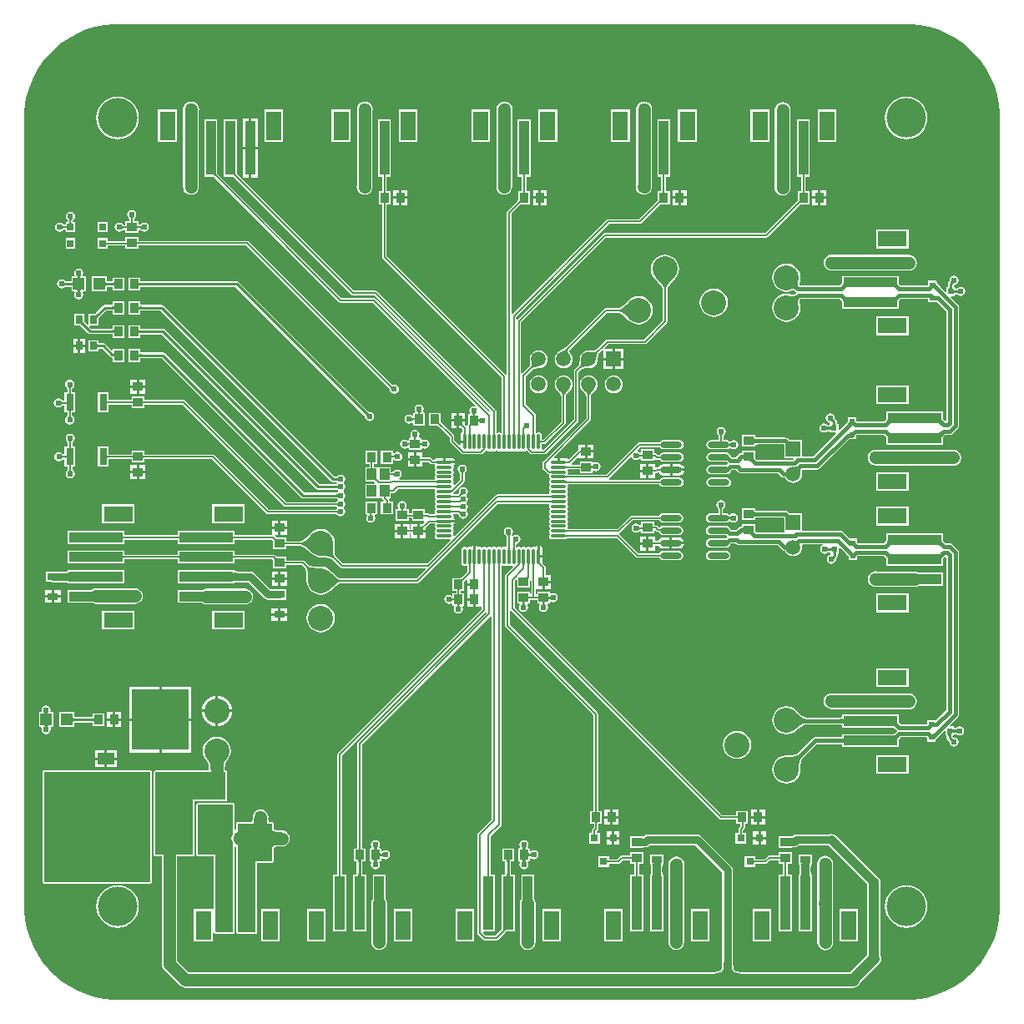
<source format=gtl>
G04*
G04 #@! TF.GenerationSoftware,Altium Limited,Altium Designer,19.1.9 (167)*
G04*
G04 Layer_Physical_Order=1*
G04 Layer_Color=255*
%FSAX25Y25*%
%MOIN*%
G70*
G01*
G75*
%ADD12C,0.01000*%
%ADD17R,0.11811X0.06299*%
%ADD18R,0.21654X0.03937*%
%ADD19R,0.03543X0.03937*%
%ADD20R,0.02756X0.03386*%
%ADD21O,0.01181X0.06299*%
%ADD22O,0.06299X0.01181*%
%ADD23R,0.03937X0.03543*%
%ADD24R,0.04724X0.06693*%
%ADD25R,0.06693X0.04724*%
%ADD26R,0.08504X0.08898*%
%ADD27R,0.04724X0.04724*%
%ADD28R,0.04291X0.03000*%
%ADD29R,0.03937X0.21654*%
%ADD30R,0.06299X0.11811*%
%ADD31R,0.03150X0.03150*%
%ADD32R,0.02756X0.02953*%
%ADD33R,0.03150X0.06693*%
%ADD34O,0.08661X0.02362*%
%ADD35R,0.06299X0.11811*%
%ADD36R,0.22835X0.24410*%
%ADD37R,0.03937X0.04724*%
%ADD65R,0.02165X0.02362*%
%ADD66C,0.03500*%
%ADD67C,0.04000*%
%ADD68C,0.04500*%
%ADD69C,0.03000*%
%ADD70C,0.00600*%
%ADD71C,0.05000*%
%ADD72C,0.01500*%
%ADD73C,0.10000*%
%ADD74C,0.05906*%
%ADD75R,0.05906X0.05906*%
%ADD76C,0.15748*%
%ADD77R,0.05906X0.05906*%
%ADD78C,0.05000*%
%ADD79C,0.02400*%
G36*
X0359915Y0391441D02*
X0363512Y0390726D01*
X0367022Y0389661D01*
X0370411Y0388257D01*
X0373646Y0386528D01*
X0376696Y0384490D01*
X0379531Y0382164D01*
X0382124Y0379570D01*
X0384451Y0376735D01*
X0386489Y0373685D01*
X0388218Y0370450D01*
X0389622Y0367061D01*
X0390686Y0363551D01*
X0391402Y0359954D01*
X0391762Y0356304D01*
Y0354470D01*
Y0039509D01*
Y0037675D01*
X0391402Y0034025D01*
X0390686Y0030427D01*
X0389622Y0026918D01*
X0388218Y0023529D01*
X0386489Y0020294D01*
X0384451Y0017244D01*
X0382124Y0014409D01*
X0379531Y0011815D01*
X0376695Y0009488D01*
X0373646Y0007451D01*
X0370411Y0005722D01*
X0367022Y0004318D01*
X0363512Y0003253D01*
X0359915Y0002538D01*
X0356265Y0002178D01*
X0037636D01*
X0033986Y0002538D01*
X0030388Y0003253D01*
X0026878Y0004318D01*
X0023490Y0005722D01*
X0020255Y0007451D01*
X0017205Y0009488D01*
X0014370Y0011815D01*
X0011776Y0014409D01*
X0009449Y0017244D01*
X0007412Y0020294D01*
X0005683Y0023529D01*
X0004279Y0026918D01*
X0003214Y0030428D01*
X0002499Y0034025D01*
X0002139Y0037675D01*
Y0039509D01*
Y0354470D01*
Y0356304D01*
X0002499Y0359954D01*
X0003214Y0363551D01*
X0004279Y0367061D01*
X0005683Y0370450D01*
X0007412Y0373685D01*
X0009449Y0376735D01*
X0011776Y0379570D01*
X0014370Y0382164D01*
X0017205Y0384490D01*
X0020255Y0386528D01*
X0023490Y0388257D01*
X0026878Y0389661D01*
X0030388Y0390726D01*
X0033986Y0391441D01*
X0037636Y0391801D01*
X0356265D01*
X0359915Y0391441D01*
D02*
G37*
%LPC*%
G36*
X0249704Y0360926D02*
X0249654Y0360919D01*
X0249604Y0360926D01*
X0248795Y0360819D01*
X0248041Y0360507D01*
X0247393Y0360010D01*
X0246897Y0359362D01*
X0246584Y0358608D01*
X0246478Y0357799D01*
Y0342299D01*
Y0327559D01*
X0246378Y0326799D01*
X0246484Y0325990D01*
X0246797Y0325236D01*
X0247293Y0324588D01*
X0247941Y0324091D01*
X0248695Y0323779D01*
X0249504Y0323672D01*
X0249554Y0323679D01*
X0249604Y0323672D01*
X0250414Y0323779D01*
X0251168Y0324091D01*
X0251815Y0324588D01*
X0252312Y0325236D01*
X0252625Y0325990D01*
X0252731Y0326799D01*
Y0342299D01*
Y0357039D01*
X0252831Y0357799D01*
X0252725Y0358608D01*
X0252412Y0359362D01*
X0251915Y0360010D01*
X0251268Y0360507D01*
X0250514Y0360819D01*
X0249704Y0360926D01*
D02*
G37*
G36*
X0193934D02*
X0193884Y0360919D01*
X0193834Y0360926D01*
X0193025Y0360819D01*
X0192270Y0360507D01*
X0191623Y0360010D01*
X0191126Y0359362D01*
X0190814Y0358608D01*
X0190707Y0357799D01*
Y0342299D01*
Y0327559D01*
X0190607Y0326799D01*
X0190714Y0325990D01*
X0191026Y0325236D01*
X0191523Y0324588D01*
X0192170Y0324091D01*
X0192924Y0323779D01*
X0193734Y0323672D01*
X0193784Y0323679D01*
X0193834Y0323672D01*
X0194643Y0323779D01*
X0195397Y0324091D01*
X0196045Y0324588D01*
X0196542Y0325236D01*
X0196854Y0325990D01*
X0196960Y0326799D01*
Y0342299D01*
Y0357039D01*
X0197061Y0357799D01*
X0196954Y0358608D01*
X0196642Y0359362D01*
X0196145Y0360010D01*
X0195497Y0360507D01*
X0194743Y0360819D01*
X0193934Y0360926D01*
D02*
G37*
G36*
X0138163D02*
X0138113Y0360919D01*
X0138063Y0360926D01*
X0137254Y0360819D01*
X0136500Y0360507D01*
X0135852Y0360010D01*
X0135355Y0359362D01*
X0135043Y0358608D01*
X0134936Y0357799D01*
Y0342299D01*
Y0327559D01*
X0134836Y0326799D01*
X0134943Y0325990D01*
X0135255Y0325236D01*
X0135752Y0324588D01*
X0136400Y0324091D01*
X0137154Y0323779D01*
X0137963Y0323672D01*
X0138013Y0323679D01*
X0138063Y0323672D01*
X0138872Y0323779D01*
X0139626Y0324091D01*
X0140274Y0324588D01*
X0140771Y0325236D01*
X0141083Y0325990D01*
X0141190Y0326799D01*
Y0342299D01*
Y0357039D01*
X0141290Y0357799D01*
X0141183Y0358608D01*
X0140871Y0359362D01*
X0140374Y0360010D01*
X0139726Y0360507D01*
X0138972Y0360819D01*
X0138163Y0360926D01*
D02*
G37*
G36*
X0068789D02*
X0068739Y0360919D01*
X0068689Y0360926D01*
X0067880Y0360819D01*
X0067126Y0360507D01*
X0066478Y0360010D01*
X0065981Y0359362D01*
X0065669Y0358608D01*
X0065562Y0357799D01*
Y0342299D01*
Y0327559D01*
X0065462Y0326799D01*
X0065569Y0325990D01*
X0065881Y0325236D01*
X0066378Y0324588D01*
X0067026Y0324091D01*
X0067780Y0323779D01*
X0068589Y0323672D01*
X0068639Y0323679D01*
X0068689Y0323672D01*
X0069498Y0323779D01*
X0070252Y0324091D01*
X0070900Y0324588D01*
X0071397Y0325236D01*
X0071709Y0325990D01*
X0071816Y0326799D01*
Y0342299D01*
Y0357039D01*
X0071916Y0357799D01*
X0071809Y0358608D01*
X0071497Y0359362D01*
X0071000Y0360010D01*
X0070352Y0360507D01*
X0069598Y0360819D01*
X0068789Y0360926D01*
D02*
G37*
G36*
X0305100Y0360627D02*
X0305050Y0360620D01*
X0305000Y0360627D01*
X0304191Y0360520D01*
X0303437Y0360208D01*
X0302789Y0359711D01*
X0302292Y0359063D01*
X0301980Y0358309D01*
X0301873Y0357500D01*
Y0327260D01*
X0301773Y0326500D01*
X0301880Y0325691D01*
X0302192Y0324937D01*
X0302689Y0324289D01*
X0303337Y0323792D01*
X0304091Y0323480D01*
X0304900Y0323373D01*
X0304950Y0323380D01*
X0305000Y0323373D01*
X0305809Y0323480D01*
X0306563Y0323792D01*
X0307211Y0324289D01*
X0307708Y0324937D01*
X0308020Y0325691D01*
X0308127Y0326500D01*
Y0356740D01*
X0308227Y0357500D01*
X0308120Y0358309D01*
X0307808Y0359063D01*
X0307311Y0359711D01*
X0306663Y0360208D01*
X0305909Y0360520D01*
X0305100Y0360627D01*
D02*
G37*
G36*
X0354331Y0362846D02*
X0352670Y0362682D01*
X0351072Y0362198D01*
X0349600Y0361411D01*
X0348310Y0360352D01*
X0347251Y0359061D01*
X0346464Y0357589D01*
X0345979Y0355992D01*
X0345816Y0354331D01*
X0345979Y0352670D01*
X0346464Y0351072D01*
X0347251Y0349600D01*
X0348310Y0348310D01*
X0349600Y0347251D01*
X0351072Y0346464D01*
X0352670Y0345979D01*
X0354331Y0345816D01*
X0355992Y0345979D01*
X0357589Y0346464D01*
X0359061Y0347251D01*
X0360352Y0348310D01*
X0361411Y0349600D01*
X0362198Y0351072D01*
X0362682Y0352670D01*
X0362846Y0354331D01*
X0362682Y0355992D01*
X0362198Y0357589D01*
X0361411Y0359061D01*
X0360352Y0360352D01*
X0359061Y0361411D01*
X0357589Y0362198D01*
X0355992Y0362682D01*
X0354331Y0362846D01*
D02*
G37*
G36*
X0039370D02*
X0037709Y0362682D01*
X0036112Y0362198D01*
X0034639Y0361411D01*
X0033349Y0360352D01*
X0032290Y0359061D01*
X0031503Y0357589D01*
X0031019Y0355992D01*
X0030855Y0354331D01*
X0031019Y0352670D01*
X0031503Y0351072D01*
X0032290Y0349600D01*
X0033349Y0348310D01*
X0034639Y0347251D01*
X0036112Y0346464D01*
X0037709Y0345979D01*
X0039370Y0345816D01*
X0041031Y0345979D01*
X0042629Y0346464D01*
X0044101Y0347251D01*
X0045391Y0348310D01*
X0046450Y0349600D01*
X0047237Y0351072D01*
X0047721Y0352670D01*
X0047885Y0354331D01*
X0047721Y0355992D01*
X0047237Y0357589D01*
X0046450Y0359061D01*
X0045391Y0360352D01*
X0044101Y0361411D01*
X0042629Y0362198D01*
X0041031Y0362682D01*
X0039370Y0362846D01*
D02*
G37*
G36*
X0326448Y0357663D02*
X0318949D01*
Y0344652D01*
X0326448D01*
Y0357663D01*
D02*
G37*
G36*
X0299676D02*
X0292177D01*
Y0344652D01*
X0299676D01*
Y0357663D01*
D02*
G37*
G36*
X0270677D02*
X0263178D01*
Y0344652D01*
X0270677D01*
Y0357663D01*
D02*
G37*
G36*
X0243905D02*
X0236406D01*
Y0344652D01*
X0243905D01*
Y0357663D01*
D02*
G37*
G36*
X0214906D02*
X0207407D01*
Y0344652D01*
X0214906D01*
Y0357663D01*
D02*
G37*
G36*
X0188134D02*
X0180635D01*
Y0344652D01*
X0188134D01*
Y0357663D01*
D02*
G37*
G36*
X0159135D02*
X0151637D01*
Y0344652D01*
X0159135D01*
Y0357663D01*
D02*
G37*
G36*
X0132363D02*
X0124864D01*
Y0344652D01*
X0132363D01*
Y0357663D01*
D02*
G37*
G36*
X0105509D02*
X0098010D01*
Y0344652D01*
X0105509D01*
Y0357663D01*
D02*
G37*
G36*
X0062989D02*
X0055490D01*
Y0344652D01*
X0062989D01*
Y0357663D01*
D02*
G37*
G36*
X0095280Y0354126D02*
X0092811D01*
Y0342799D01*
X0095280D01*
Y0354126D01*
D02*
G37*
G36*
X0091811D02*
X0089342D01*
Y0342799D01*
X0091811D01*
Y0354126D01*
D02*
G37*
G36*
X0095280Y0341799D02*
X0092811D01*
Y0330472D01*
X0095280D01*
Y0341799D01*
D02*
G37*
G36*
X0266617Y0325468D02*
X0264345D01*
Y0323000D01*
X0266617D01*
Y0325468D01*
D02*
G37*
G36*
X0155008D02*
X0152736D01*
Y0323000D01*
X0155008D01*
Y0325468D01*
D02*
G37*
G36*
X0263345D02*
X0261073D01*
Y0323000D01*
X0263345D01*
Y0325468D01*
D02*
G37*
G36*
X0151736D02*
X0149465D01*
Y0323000D01*
X0151736D01*
Y0325468D01*
D02*
G37*
G36*
X0322421D02*
X0320150D01*
Y0323000D01*
X0322421D01*
Y0325468D01*
D02*
G37*
G36*
X0210812D02*
X0208541D01*
Y0323000D01*
X0210812D01*
Y0325468D01*
D02*
G37*
G36*
X0319150D02*
X0316878D01*
Y0323000D01*
X0319150D01*
Y0325468D01*
D02*
G37*
G36*
X0207541D02*
X0205269D01*
Y0323000D01*
X0207541D01*
Y0325468D01*
D02*
G37*
G36*
X0315818Y0353726D02*
X0310681D01*
Y0330872D01*
X0312300D01*
X0312300Y0330867D01*
X0312332Y0330796D01*
Y0325144D01*
X0312300Y0325073D01*
X0312300Y0325068D01*
X0310979D01*
Y0321524D01*
X0310962Y0321497D01*
X0310975Y0321443D01*
X0310953Y0321392D01*
X0310979Y0321331D01*
Y0321312D01*
X0310962Y0321288D01*
X0310805Y0321104D01*
X0310700Y0320995D01*
X0310670Y0320921D01*
X0298167Y0308418D01*
X0234000D01*
X0233649Y0308348D01*
X0233351Y0308149D01*
X0199039Y0273837D01*
X0198654Y0273943D01*
X0198539Y0274026D01*
Y0274741D01*
X0235880Y0312082D01*
X0248046D01*
X0248397Y0312152D01*
X0248695Y0312351D01*
X0255962Y0319618D01*
X0256033Y0319645D01*
X0256272Y0319868D01*
X0256349Y0319932D01*
X0256350D01*
X0256400Y0319907D01*
X0256470Y0319932D01*
X0259918D01*
Y0325068D01*
X0258428D01*
X0258428Y0325073D01*
X0258396Y0325144D01*
Y0330796D01*
X0258428Y0330867D01*
X0258428Y0330872D01*
X0260047D01*
Y0353726D01*
X0254910D01*
Y0330872D01*
X0256529D01*
X0256529Y0330867D01*
X0256561Y0330796D01*
Y0325144D01*
X0256529Y0325073D01*
X0256529Y0325068D01*
X0255174D01*
Y0321749D01*
X0255166Y0321738D01*
X0255174Y0321688D01*
Y0321520D01*
X0255169Y0321510D01*
X0255135Y0321462D01*
X0254991Y0321291D01*
X0254894Y0321191D01*
X0254866Y0321117D01*
X0247666Y0313918D01*
X0235500D01*
X0235149Y0313848D01*
X0234851Y0313649D01*
X0197070Y0275868D01*
X0196686Y0275975D01*
X0196570Y0276057D01*
Y0316031D01*
X0200157Y0319618D01*
X0200229Y0319645D01*
X0200467Y0319868D01*
X0200545Y0319932D01*
X0200545D01*
X0200595Y0319907D01*
X0200665Y0319932D01*
X0204113D01*
Y0325068D01*
X0202657D01*
X0202657Y0325073D01*
X0202625Y0325144D01*
Y0330796D01*
X0202657Y0330867D01*
X0202657Y0330872D01*
X0204276D01*
Y0353726D01*
X0199139D01*
Y0330872D01*
X0200758D01*
X0200759Y0330867D01*
X0200790Y0330796D01*
Y0325144D01*
X0200759Y0325073D01*
X0200758Y0325068D01*
X0199370D01*
Y0321749D01*
X0199362Y0321738D01*
X0199370Y0321688D01*
Y0321520D01*
X0199364Y0321510D01*
X0199330Y0321462D01*
X0199186Y0321291D01*
X0199090Y0321191D01*
X0199061Y0321117D01*
X0195004Y0317060D01*
X0194805Y0316762D01*
X0194735Y0316411D01*
Y0252039D01*
X0194620Y0251957D01*
X0194235Y0251850D01*
X0146855Y0299231D01*
Y0319856D01*
X0146886Y0319927D01*
X0146886Y0319932D01*
X0148309D01*
Y0325068D01*
X0146886D01*
X0146886Y0325073D01*
X0146855Y0325144D01*
Y0330796D01*
X0146886Y0330867D01*
X0146886Y0330872D01*
X0148505D01*
Y0353726D01*
X0143368D01*
Y0330872D01*
X0144988D01*
X0144988Y0330867D01*
X0145019Y0330796D01*
Y0325144D01*
X0144988Y0325073D01*
X0144988Y0325068D01*
X0143565D01*
Y0319932D01*
X0144988D01*
X0144988Y0319927D01*
X0145019Y0319856D01*
Y0298851D01*
X0145089Y0298499D01*
X0145288Y0298202D01*
X0192767Y0250723D01*
Y0228825D01*
X0192456Y0228600D01*
X0192410Y0228588D01*
X0192234Y0228579D01*
X0192180Y0228615D01*
X0191716Y0228708D01*
X0191251Y0228615D01*
X0191197Y0228579D01*
X0191022Y0228588D01*
X0190976Y0228600D01*
X0190665Y0228825D01*
Y0236950D01*
X0190595Y0237301D01*
X0190396Y0237599D01*
X0142929Y0285065D01*
X0142632Y0285264D01*
X0142280Y0285334D01*
X0133841D01*
X0089105Y0330070D01*
X0089410Y0330472D01*
X0089814Y0330472D01*
X0091811D01*
Y0341799D01*
X0089342D01*
Y0330967D01*
X0089342Y0330540D01*
X0088941Y0330234D01*
X0087319Y0331856D01*
X0087293Y0331927D01*
X0087086Y0332149D01*
X0087027Y0332222D01*
X0087006Y0332253D01*
Y0332271D01*
X0087031Y0332332D01*
X0087010Y0332384D01*
X0087022Y0332438D01*
X0087006Y0332465D01*
Y0353726D01*
X0081868D01*
Y0330872D01*
X0085413D01*
X0085440Y0330855D01*
X0085494Y0330868D01*
X0085545Y0330847D01*
X0085606Y0330872D01*
X0085625D01*
X0085649Y0330855D01*
X0085833Y0330699D01*
X0085942Y0330593D01*
X0086016Y0330564D01*
X0132812Y0283768D01*
X0133110Y0283569D01*
X0133461Y0283499D01*
X0141901D01*
X0188523Y0236876D01*
X0188530Y0236858D01*
X0188518Y0236810D01*
X0187961Y0236660D01*
X0142472Y0282149D01*
X0142174Y0282348D01*
X0141823Y0282418D01*
X0128884D01*
X0079445Y0331856D01*
X0079419Y0331927D01*
X0079212Y0332149D01*
X0079153Y0332222D01*
X0079132Y0332253D01*
Y0332271D01*
X0079157Y0332332D01*
X0079136Y0332384D01*
X0079148Y0332438D01*
X0079132Y0332465D01*
Y0353726D01*
X0073994D01*
Y0330872D01*
X0077539D01*
X0077566Y0330855D01*
X0077620Y0330868D01*
X0077671Y0330847D01*
X0077732Y0330872D01*
X0077751D01*
X0077775Y0330855D01*
X0077959Y0330699D01*
X0078068Y0330593D01*
X0078142Y0330564D01*
X0127855Y0280851D01*
X0128152Y0280652D01*
X0128504Y0280582D01*
X0141443D01*
X0182544Y0239482D01*
X0182506Y0239397D01*
X0182249Y0239070D01*
X0181650Y0239189D01*
X0180947Y0239049D01*
X0180352Y0238651D01*
X0179954Y0238056D01*
X0179814Y0237353D01*
X0179954Y0236651D01*
X0180009Y0236568D01*
X0179742Y0236069D01*
X0179278D01*
Y0232076D01*
X0179256Y0232054D01*
X0179057Y0231756D01*
X0179003Y0231487D01*
X0178834Y0231376D01*
X0178487Y0231311D01*
X0178122Y0231676D01*
Y0233000D01*
X0175850D01*
Y0230532D01*
X0176671D01*
X0177019Y0230184D01*
Y0228794D01*
X0176789Y0228640D01*
X0176438Y0228114D01*
X0176314Y0227494D01*
Y0225435D01*
X0177936D01*
Y0224435D01*
X0176314D01*
Y0223840D01*
X0175853Y0223649D01*
X0173870Y0225631D01*
Y0227000D01*
X0173801Y0227351D01*
X0173602Y0227649D01*
X0168836Y0232415D01*
X0168809Y0232485D01*
X0168605Y0232705D01*
X0168549Y0232776D01*
X0168525Y0232810D01*
X0168559Y0232892D01*
X0168538Y0232941D01*
X0168551Y0232993D01*
X0168521Y0233042D01*
Y0236568D01*
X0163778D01*
Y0231432D01*
X0166911D01*
X0166959Y0231402D01*
X0167011Y0231415D01*
X0167061Y0231394D01*
X0167142Y0231428D01*
X0167169Y0231409D01*
X0167350Y0231256D01*
X0167458Y0231152D01*
X0167532Y0231123D01*
X0172035Y0226620D01*
Y0225251D01*
X0172105Y0224900D01*
X0172304Y0224602D01*
X0176670Y0220236D01*
X0176968Y0220037D01*
X0177319Y0219967D01*
X0184459D01*
X0184810Y0220037D01*
X0185108Y0220236D01*
X0185739Y0220867D01*
X0185811Y0220895D01*
X0185959Y0221035D01*
X0186008Y0221077D01*
X0186114Y0221158D01*
X0186143Y0221177D01*
X0186168Y0221191D01*
X0186180Y0221197D01*
X0186200Y0221202D01*
X0186206Y0221207D01*
X0186211Y0221209D01*
X0186221Y0221218D01*
X0186266Y0221252D01*
X0186275Y0221254D01*
X0186427Y0221356D01*
X0186552Y0221418D01*
X0187002Y0221462D01*
X0187314Y0221254D01*
X0187779Y0221162D01*
X0188243Y0221254D01*
X0188637Y0221517D01*
X0188889D01*
X0189283Y0221254D01*
X0189747Y0221162D01*
X0190212Y0221254D01*
X0190606Y0221517D01*
X0190857D01*
X0191251Y0221254D01*
X0191716Y0221162D01*
X0192180Y0221254D01*
X0192574Y0221517D01*
X0192826D01*
X0193220Y0221254D01*
X0193684Y0221162D01*
X0194149Y0221254D01*
X0194543Y0221517D01*
X0194794D01*
X0195188Y0221254D01*
X0195653Y0221162D01*
X0196117Y0221254D01*
X0196511Y0221517D01*
X0196763D01*
X0197157Y0221254D01*
X0197621Y0221162D01*
X0198086Y0221254D01*
X0198480Y0221517D01*
X0198731D01*
X0199125Y0221254D01*
X0199590Y0221162D01*
X0200054Y0221254D01*
X0200448Y0221517D01*
X0200700D01*
X0201094Y0221254D01*
X0201558Y0221162D01*
X0202023Y0221254D01*
X0202335Y0221462D01*
X0202785Y0221418D01*
X0202910Y0221356D01*
X0203062Y0221254D01*
X0203071Y0221252D01*
X0203116Y0221218D01*
X0203126Y0221209D01*
X0203131Y0221207D01*
X0203137Y0221202D01*
X0203157Y0221197D01*
X0203160Y0221196D01*
X0203237Y0221148D01*
X0203263Y0221129D01*
X0203453Y0220966D01*
X0203520Y0220901D01*
X0203594Y0220871D01*
X0204229Y0220236D01*
X0204527Y0220037D01*
X0204878Y0219967D01*
X0209885D01*
X0210236Y0220037D01*
X0210534Y0220236D01*
X0223149Y0232851D01*
X0223348Y0233149D01*
X0223418Y0233500D01*
Y0252620D01*
X0224736Y0253939D01*
X0224795Y0253957D01*
X0224896Y0254039D01*
X0224992Y0254096D01*
X0225141Y0254158D01*
X0225339Y0254219D01*
X0225584Y0254274D01*
X0225862Y0254319D01*
X0227017Y0254397D01*
X0227472Y0254398D01*
X0227525Y0254420D01*
X0228427Y0254539D01*
X0229292Y0254897D01*
X0230034Y0255466D01*
X0230603Y0256208D01*
X0230961Y0257073D01*
X0231015Y0257484D01*
X0231080Y0257598D01*
X0231080Y0257598D01*
X0231080Y0257598D01*
X0231139Y0258092D01*
X0231269Y0258944D01*
X0231414Y0259618D01*
X0231487Y0259873D01*
X0231561Y0260082D01*
X0231629Y0260236D01*
X0231683Y0260330D01*
X0231754Y0260416D01*
X0231772Y0260474D01*
X0233047Y0261750D01*
X0233547Y0261542D01*
Y0258500D01*
X0237000D01*
Y0261953D01*
X0233958D01*
X0233751Y0262453D01*
X0235280Y0263982D01*
X0249900D01*
X0250251Y0264052D01*
X0250549Y0264251D01*
X0258649Y0272351D01*
X0258848Y0272649D01*
X0258918Y0273000D01*
Y0285885D01*
X0258945Y0285934D01*
X0258970Y0286150D01*
X0259036Y0286365D01*
X0259166Y0286647D01*
X0259362Y0286986D01*
X0259627Y0287376D01*
X0259952Y0287802D01*
X0261364Y0289374D01*
X0261960Y0289970D01*
X0261965Y0289984D01*
X0261994Y0290006D01*
X0262892Y0291176D01*
X0263456Y0292538D01*
X0263648Y0294000D01*
X0263456Y0295462D01*
X0262892Y0296824D01*
X0261994Y0297994D01*
X0260824Y0298892D01*
X0259462Y0299456D01*
X0258000Y0299648D01*
X0256538Y0299456D01*
X0255176Y0298892D01*
X0254006Y0297994D01*
X0253108Y0296824D01*
X0252544Y0295462D01*
X0252352Y0294000D01*
X0252544Y0292538D01*
X0253108Y0291176D01*
X0254006Y0290006D01*
X0254031Y0289987D01*
X0254035Y0289976D01*
X0255174Y0288809D01*
X0256044Y0287806D01*
X0256373Y0287376D01*
X0256638Y0286986D01*
X0256835Y0286647D01*
X0256964Y0286365D01*
X0257030Y0286150D01*
X0257055Y0285934D01*
X0257082Y0285885D01*
Y0273380D01*
X0249520Y0265818D01*
X0234900D01*
X0234549Y0265748D01*
X0234251Y0265549D01*
X0230531Y0261828D01*
X0230478Y0261814D01*
X0230473Y0261806D01*
X0230464Y0261803D01*
X0230355Y0261712D01*
X0230258Y0261657D01*
X0230119Y0261602D01*
X0229936Y0261553D01*
X0229709Y0261515D01*
X0229439Y0261491D01*
X0229136Y0261484D01*
X0228384Y0261525D01*
X0227956Y0261573D01*
X0227837Y0261539D01*
X0227500Y0261583D01*
X0226573Y0261461D01*
X0225708Y0261103D01*
X0224966Y0260534D01*
X0224397Y0259792D01*
X0224039Y0258927D01*
X0223920Y0258025D01*
X0223898Y0257972D01*
X0223897Y0257506D01*
X0223883Y0257094D01*
X0223820Y0256368D01*
X0223774Y0256084D01*
X0223719Y0255838D01*
X0223658Y0255641D01*
X0223596Y0255492D01*
X0223539Y0255396D01*
X0223457Y0255295D01*
X0223439Y0255237D01*
X0221851Y0253649D01*
X0221652Y0253351D01*
X0221582Y0253000D01*
Y0233880D01*
X0209540Y0221838D01*
X0209026Y0221854D01*
X0208663Y0222303D01*
X0208678Y0222376D01*
Y0223989D01*
X0208741Y0224017D01*
X0209835D01*
X0210186Y0224087D01*
X0210484Y0224286D01*
X0218149Y0231951D01*
X0218348Y0232249D01*
X0218418Y0232600D01*
Y0243174D01*
X0218446Y0243228D01*
X0218459Y0243358D01*
X0218488Y0243466D01*
X0218548Y0243615D01*
X0218645Y0243798D01*
X0218780Y0244011D01*
X0218945Y0244239D01*
X0219707Y0245111D01*
X0220027Y0245433D01*
X0220049Y0245486D01*
X0220603Y0246208D01*
X0220961Y0247073D01*
X0221083Y0248000D01*
X0220961Y0248927D01*
X0220603Y0249792D01*
X0220034Y0250534D01*
X0219292Y0251103D01*
X0218427Y0251461D01*
X0217500Y0251583D01*
X0216573Y0251461D01*
X0215708Y0251103D01*
X0214966Y0250534D01*
X0214397Y0249792D01*
X0214039Y0248927D01*
X0213917Y0248000D01*
X0214039Y0247073D01*
X0214397Y0246208D01*
X0214951Y0245486D01*
X0214972Y0245433D01*
X0215301Y0245102D01*
X0215583Y0244802D01*
X0216052Y0244244D01*
X0216220Y0244011D01*
X0216355Y0243798D01*
X0216452Y0243615D01*
X0216512Y0243466D01*
X0216541Y0243358D01*
X0216554Y0243228D01*
X0216582Y0243174D01*
Y0232980D01*
X0209455Y0225852D01*
X0208741D01*
X0208678Y0225881D01*
Y0227494D01*
X0208585Y0227958D01*
X0208322Y0228352D01*
X0207928Y0228615D01*
X0207464Y0228708D01*
X0206999Y0228615D01*
X0206945Y0228579D01*
X0206770Y0228588D01*
X0206724Y0228600D01*
X0206413Y0228825D01*
Y0235595D01*
X0206343Y0235946D01*
X0206144Y0236244D01*
X0202418Y0239971D01*
Y0251120D01*
X0205026Y0253728D01*
X0205084Y0253746D01*
X0205170Y0253816D01*
X0205264Y0253871D01*
X0205418Y0253939D01*
X0205627Y0254013D01*
X0205871Y0254083D01*
X0207417Y0254362D01*
X0207902Y0254420D01*
X0207902Y0254420D01*
X0207902Y0254420D01*
X0208016Y0254485D01*
X0208427Y0254539D01*
X0209292Y0254897D01*
X0210034Y0255466D01*
X0210603Y0256208D01*
X0210961Y0257073D01*
X0211083Y0258000D01*
X0210961Y0258927D01*
X0210603Y0259792D01*
X0210034Y0260534D01*
X0209292Y0261103D01*
X0208427Y0261461D01*
X0207500Y0261583D01*
X0206573Y0261461D01*
X0205708Y0261103D01*
X0204966Y0260534D01*
X0204397Y0259792D01*
X0204039Y0258927D01*
X0203917Y0258000D01*
X0203960Y0257668D01*
X0203926Y0257556D01*
X0204006Y0256715D01*
X0204016Y0256372D01*
X0204009Y0256061D01*
X0203985Y0255791D01*
X0203947Y0255564D01*
X0203898Y0255381D01*
X0203843Y0255242D01*
X0203788Y0255145D01*
X0203697Y0255036D01*
X0203695Y0255027D01*
X0203686Y0255022D01*
X0203672Y0254969D01*
X0201007Y0252305D01*
X0200507Y0252512D01*
Y0272710D01*
X0234380Y0306582D01*
X0298547D01*
X0298898Y0306652D01*
X0299196Y0306851D01*
X0311963Y0319618D01*
X0312033Y0319644D01*
X0312256Y0319851D01*
X0312328Y0319910D01*
X0312359Y0319932D01*
X0312378D01*
X0312439Y0319906D01*
X0312490Y0319927D01*
X0312544Y0319915D01*
X0312572Y0319932D01*
X0315722D01*
Y0325068D01*
X0314198D01*
X0314198Y0325073D01*
X0314167Y0325144D01*
Y0330796D01*
X0314198Y0330867D01*
X0314198Y0330872D01*
X0315818D01*
Y0353726D01*
D02*
G37*
G36*
X0322421Y0322000D02*
X0320150D01*
Y0319531D01*
X0322421D01*
Y0322000D01*
D02*
G37*
G36*
X0319150D02*
X0316878D01*
Y0319531D01*
X0319150D01*
Y0322000D01*
D02*
G37*
G36*
X0266617Y0322000D02*
X0264345D01*
Y0319531D01*
X0266617D01*
Y0322000D01*
D02*
G37*
G36*
X0263345D02*
X0261073D01*
Y0319531D01*
X0263345D01*
Y0322000D01*
D02*
G37*
G36*
X0210812Y0322000D02*
X0208541D01*
Y0319531D01*
X0210812D01*
Y0322000D01*
D02*
G37*
G36*
X0207541D02*
X0205269D01*
Y0319531D01*
X0207541D01*
Y0322000D01*
D02*
G37*
G36*
X0155008Y0322000D02*
X0152736D01*
Y0319531D01*
X0155008D01*
Y0322000D01*
D02*
G37*
G36*
X0151736D02*
X0149465D01*
Y0319531D01*
X0151736D01*
Y0322000D01*
D02*
G37*
G36*
X0020550Y0316934D02*
X0019848Y0316794D01*
X0019253Y0316396D01*
X0018855Y0315801D01*
X0018715Y0315098D01*
X0018855Y0314396D01*
X0019221Y0313848D01*
X0019245Y0313789D01*
X0019335Y0313695D01*
X0019404Y0313617D01*
X0019460Y0313545D01*
X0019505Y0313478D01*
X0019540Y0313418D01*
X0019565Y0313365D01*
X0019582Y0313319D01*
X0019570Y0313232D01*
X0019545Y0313180D01*
X0019261Y0312824D01*
X0018572D01*
Y0311922D01*
X0018153Y0311714D01*
X0018072Y0311699D01*
X0018052Y0311700D01*
X0018019Y0311705D01*
X0017979Y0311716D01*
X0017933Y0311733D01*
X0017880Y0311758D01*
X0017820Y0311793D01*
X0017762Y0311833D01*
X0017596Y0311969D01*
X0017510Y0312054D01*
X0017451Y0312077D01*
X0016902Y0312444D01*
X0016200Y0312583D01*
X0015498Y0312444D01*
X0014902Y0312046D01*
X0014504Y0311450D01*
X0014365Y0310748D01*
X0014504Y0310046D01*
X0014902Y0309450D01*
X0015498Y0309052D01*
X0016200Y0308913D01*
X0016902Y0309052D01*
X0017451Y0309419D01*
X0017510Y0309442D01*
X0017603Y0309533D01*
X0017681Y0309601D01*
X0017753Y0309658D01*
X0017820Y0309703D01*
X0017880Y0309738D01*
X0017933Y0309763D01*
X0017979Y0309780D01*
X0018019Y0309791D01*
X0018052Y0309796D01*
X0018072Y0309797D01*
X0018153Y0309782D01*
X0018572Y0309574D01*
Y0308672D01*
X0022528D01*
Y0312824D01*
X0021840D01*
X0021555Y0313180D01*
X0021530Y0313232D01*
X0021518Y0313319D01*
X0021535Y0313365D01*
X0021561Y0313418D01*
X0021596Y0313478D01*
X0021635Y0313537D01*
X0021772Y0313702D01*
X0021856Y0313789D01*
X0021879Y0313848D01*
X0022246Y0314396D01*
X0022386Y0315098D01*
X0022246Y0315801D01*
X0021848Y0316396D01*
X0021253Y0316794D01*
X0020550Y0316934D01*
D02*
G37*
G36*
X0045000Y0317485D02*
X0044298Y0317345D01*
X0043702Y0316947D01*
X0043304Y0316352D01*
X0043165Y0315650D01*
X0043304Y0314947D01*
X0043671Y0314399D01*
X0043694Y0314340D01*
X0043785Y0314247D01*
X0043853Y0314169D01*
X0043910Y0314096D01*
X0043955Y0314030D01*
X0043990Y0313969D01*
X0044015Y0313916D01*
X0044032Y0313870D01*
X0044043Y0313831D01*
X0044048Y0313798D01*
X0044052Y0313733D01*
X0044082Y0313668D01*
Y0313097D01*
X0044051Y0313026D01*
X0044051Y0313021D01*
X0042432D01*
Y0311757D01*
X0041936Y0311589D01*
X0041917Y0311598D01*
X0041852Y0311602D01*
X0041819Y0311607D01*
X0041779Y0311618D01*
X0041733Y0311635D01*
X0041680Y0311660D01*
X0041620Y0311695D01*
X0041562Y0311734D01*
X0041396Y0311871D01*
X0041310Y0311955D01*
X0041251Y0311979D01*
X0040702Y0312345D01*
X0040000Y0312485D01*
X0039298Y0312345D01*
X0038702Y0311947D01*
X0038304Y0311352D01*
X0038165Y0310650D01*
X0038304Y0309947D01*
X0038702Y0309352D01*
X0039298Y0308954D01*
X0040000Y0308814D01*
X0040702Y0308954D01*
X0041251Y0309320D01*
X0041310Y0309344D01*
X0041403Y0309435D01*
X0041481Y0309503D01*
X0041554Y0309559D01*
X0041620Y0309605D01*
X0041680Y0309639D01*
X0041733Y0309665D01*
X0041779Y0309682D01*
X0041819Y0309692D01*
X0041852Y0309698D01*
X0041917Y0309701D01*
X0041936Y0309710D01*
X0042432Y0309542D01*
Y0308278D01*
X0047569D01*
Y0309542D01*
X0048065Y0309710D01*
X0048083Y0309701D01*
X0048148Y0309698D01*
X0048181Y0309692D01*
X0048221Y0309682D01*
X0048267Y0309665D01*
X0048320Y0309639D01*
X0048380Y0309605D01*
X0048438Y0309565D01*
X0048603Y0309428D01*
X0048690Y0309344D01*
X0048749Y0309321D01*
X0049298Y0308954D01*
X0050000Y0308814D01*
X0050702Y0308954D01*
X0051298Y0309352D01*
X0051696Y0309947D01*
X0051835Y0310650D01*
X0051696Y0311352D01*
X0051298Y0311947D01*
X0050702Y0312345D01*
X0050000Y0312485D01*
X0049298Y0312345D01*
X0048749Y0311979D01*
X0048690Y0311955D01*
X0048597Y0311864D01*
X0048519Y0311796D01*
X0048447Y0311740D01*
X0048380Y0311695D01*
X0048320Y0311660D01*
X0048267Y0311635D01*
X0048221Y0311618D01*
X0048181Y0311607D01*
X0048148Y0311602D01*
X0048083Y0311598D01*
X0048065Y0311589D01*
X0047569Y0311757D01*
Y0313021D01*
X0045949D01*
X0045949Y0313026D01*
X0045918Y0313097D01*
Y0313668D01*
X0045948Y0313733D01*
X0045952Y0313798D01*
X0045957Y0313831D01*
X0045968Y0313870D01*
X0045985Y0313916D01*
X0046010Y0313969D01*
X0046045Y0314030D01*
X0046085Y0314088D01*
X0046221Y0314253D01*
X0046306Y0314340D01*
X0046329Y0314399D01*
X0046696Y0314947D01*
X0046835Y0315650D01*
X0046696Y0316352D01*
X0046298Y0316947D01*
X0045702Y0317345D01*
X0045000Y0317485D01*
D02*
G37*
G36*
X0035324Y0312824D02*
X0031368D01*
Y0308672D01*
X0035324D01*
Y0312824D01*
D02*
G37*
G36*
X0047569Y0306722D02*
X0042432D01*
Y0305201D01*
X0042427Y0305201D01*
X0042356Y0305170D01*
X0035399D01*
X0035328Y0305201D01*
X0035324Y0305201D01*
Y0306328D01*
X0031368D01*
Y0302176D01*
X0035324D01*
Y0303303D01*
X0035328Y0303303D01*
X0035399Y0303334D01*
X0042356D01*
X0042427Y0303303D01*
X0042432Y0303303D01*
Y0301979D01*
X0047569D01*
Y0303401D01*
X0047573Y0303401D01*
X0047644Y0303433D01*
X0090769D01*
X0147712Y0246490D01*
X0147737Y0246422D01*
X0147778Y0246376D01*
X0147803Y0246343D01*
X0147833Y0246297D01*
X0147865Y0246237D01*
X0147899Y0246164D01*
X0147929Y0246091D01*
X0148038Y0245733D01*
X0148069Y0245600D01*
X0148139Y0245503D01*
X0148179Y0245298D01*
X0148577Y0244702D01*
X0149173Y0244304D01*
X0149875Y0244165D01*
X0150577Y0244304D01*
X0151173Y0244702D01*
X0151571Y0245298D01*
X0151710Y0246000D01*
X0151571Y0246702D01*
X0151173Y0247298D01*
X0150577Y0247696D01*
X0149875Y0247835D01*
X0149595Y0247780D01*
X0149469Y0247804D01*
X0149360Y0247782D01*
X0149283Y0247772D01*
X0149218Y0247769D01*
X0149165Y0247772D01*
X0149124Y0247778D01*
X0149092Y0247786D01*
X0149067Y0247796D01*
X0149045Y0247808D01*
X0149024Y0247822D01*
X0148975Y0247867D01*
X0148919Y0247886D01*
X0148884Y0247934D01*
X0148860Y0247938D01*
X0091799Y0304999D01*
X0091501Y0305198D01*
X0091150Y0305268D01*
X0047644D01*
X0047573Y0305300D01*
X0047569Y0305300D01*
Y0306722D01*
D02*
G37*
G36*
X0355363Y0309699D02*
X0342353D01*
Y0302200D01*
X0355363D01*
Y0309699D01*
D02*
G37*
G36*
X0022528Y0306328D02*
X0018572D01*
Y0302176D01*
X0022528D01*
Y0306328D01*
D02*
G37*
G36*
X0324500Y0299727D02*
X0323691Y0299620D01*
X0322937Y0299308D01*
X0322289Y0298811D01*
X0321792Y0298163D01*
X0321480Y0297409D01*
X0321373Y0296600D01*
X0321380Y0296550D01*
X0321373Y0296500D01*
X0321480Y0295691D01*
X0321792Y0294937D01*
X0322289Y0294289D01*
X0322937Y0293792D01*
X0323691Y0293480D01*
X0324500Y0293373D01*
X0354740D01*
X0355500Y0293273D01*
X0356309Y0293380D01*
X0357063Y0293692D01*
X0357711Y0294189D01*
X0358208Y0294837D01*
X0358520Y0295591D01*
X0358627Y0296400D01*
X0358620Y0296450D01*
X0358627Y0296500D01*
X0358520Y0297309D01*
X0358208Y0298063D01*
X0357711Y0298711D01*
X0357063Y0299208D01*
X0356309Y0299520D01*
X0355500Y0299627D01*
X0325260D01*
X0324500Y0299727D01*
D02*
G37*
G36*
X0023866Y0294186D02*
X0023164Y0294046D01*
X0022568Y0293648D01*
X0022171Y0293053D01*
X0022031Y0292350D01*
X0022171Y0291648D01*
X0022295Y0291462D01*
X0022027Y0290962D01*
X0020904D01*
Y0289183D01*
X0020896Y0289181D01*
X0020799Y0289165D01*
X0020672Y0289154D01*
X0020499Y0289149D01*
X0020437Y0289122D01*
X0018891D01*
X0018829Y0289149D01*
X0018727Y0289152D01*
X0018653Y0289159D01*
X0018587Y0289169D01*
X0018530Y0289182D01*
X0018481Y0289197D01*
X0018439Y0289214D01*
X0018404Y0289232D01*
X0018373Y0289251D01*
X0018346Y0289272D01*
X0018299Y0289316D01*
X0018235Y0289339D01*
X0017702Y0289696D01*
X0017000Y0289835D01*
X0016298Y0289696D01*
X0015702Y0289298D01*
X0015304Y0288702D01*
X0015165Y0288000D01*
X0015304Y0287298D01*
X0015702Y0286702D01*
X0016298Y0286304D01*
X0017000Y0286165D01*
X0017702Y0286304D01*
X0018235Y0286661D01*
X0018299Y0286684D01*
X0018346Y0286728D01*
X0018373Y0286749D01*
X0018404Y0286768D01*
X0018439Y0286786D01*
X0018481Y0286803D01*
X0018530Y0286818D01*
X0018587Y0286831D01*
X0018653Y0286841D01*
X0018727Y0286848D01*
X0018829Y0286851D01*
X0018891Y0286878D01*
X0020437D01*
X0020499Y0286851D01*
X0020672Y0286846D01*
X0020799Y0286835D01*
X0020896Y0286819D01*
X0020904Y0286817D01*
Y0285038D01*
X0022027D01*
X0022295Y0284538D01*
X0022171Y0284352D01*
X0022031Y0283650D01*
X0022171Y0282947D01*
X0022568Y0282352D01*
X0023164Y0281954D01*
X0023866Y0281814D01*
X0024568Y0281954D01*
X0025164Y0282352D01*
X0025562Y0282947D01*
X0025701Y0283650D01*
X0025562Y0284352D01*
X0025438Y0284538D01*
X0025705Y0285038D01*
X0026828D01*
Y0290962D01*
X0025705D01*
X0025438Y0291462D01*
X0025562Y0291648D01*
X0025701Y0292350D01*
X0025562Y0293053D01*
X0025164Y0293648D01*
X0024568Y0294046D01*
X0023866Y0294186D01*
D02*
G37*
G36*
X0035096Y0290962D02*
X0029172D01*
Y0285038D01*
X0035096D01*
Y0286817D01*
X0035105Y0286819D01*
X0035201Y0286835D01*
X0035329Y0286846D01*
X0035501Y0286851D01*
X0035563Y0286878D01*
X0037012D01*
X0037074Y0286851D01*
X0037244Y0286846D01*
X0037369Y0286835D01*
X0037463Y0286820D01*
X0037479Y0286815D01*
Y0285432D01*
X0042222D01*
Y0290568D01*
X0037479D01*
Y0289185D01*
X0037463Y0289180D01*
X0037369Y0289165D01*
X0037244Y0289154D01*
X0037074Y0289149D01*
X0037012Y0289122D01*
X0035563D01*
X0035501Y0289149D01*
X0035329Y0289154D01*
X0035201Y0289165D01*
X0035105Y0289181D01*
X0035096Y0289183D01*
Y0290962D01*
D02*
G37*
G36*
X0306500Y0296148D02*
X0305038Y0295956D01*
X0303676Y0295392D01*
X0302506Y0294494D01*
X0301608Y0293324D01*
X0301044Y0291962D01*
X0300852Y0290500D01*
X0301044Y0289038D01*
X0301608Y0287676D01*
X0302506Y0286506D01*
X0303676Y0285608D01*
X0305038Y0285044D01*
X0306500Y0284852D01*
X0307962Y0285044D01*
X0308758Y0285374D01*
X0308867Y0285372D01*
X0309005Y0285426D01*
X0309095Y0285447D01*
X0309182Y0285453D01*
X0309273Y0285447D01*
X0309373Y0285424D01*
X0309486Y0285382D01*
X0309614Y0285316D01*
X0309755Y0285223D01*
X0309908Y0285101D01*
X0310088Y0284934D01*
X0310196Y0284893D01*
X0310240Y0284864D01*
X0310247Y0284852D01*
X0310255Y0284252D01*
X0310245Y0284243D01*
X0310040Y0284091D01*
X0309835Y0283970D01*
X0309627Y0283878D01*
X0309415Y0283814D01*
X0309196Y0283775D01*
X0308966Y0283762D01*
X0308723Y0283776D01*
X0308465Y0283819D01*
X0308163Y0283899D01*
X0308115Y0283892D01*
X0307962Y0283956D01*
X0306500Y0284148D01*
X0305038Y0283956D01*
X0303676Y0283392D01*
X0302506Y0282494D01*
X0301608Y0281324D01*
X0301044Y0279962D01*
X0300852Y0278500D01*
X0301044Y0277038D01*
X0301608Y0275676D01*
X0302506Y0274506D01*
X0303676Y0273608D01*
X0305038Y0273044D01*
X0306500Y0272852D01*
X0307962Y0273044D01*
X0309324Y0273608D01*
X0310494Y0274506D01*
X0311392Y0275676D01*
X0311956Y0277038D01*
X0312148Y0278500D01*
X0311956Y0279962D01*
X0311892Y0280115D01*
X0311899Y0280163D01*
X0311819Y0280465D01*
X0311776Y0280723D01*
X0311762Y0280966D01*
X0311775Y0281196D01*
X0311814Y0281415D01*
X0311878Y0281627D01*
X0311970Y0281835D01*
X0312091Y0282040D01*
X0312107Y0282063D01*
X0327846D01*
X0328095Y0281805D01*
X0328403Y0281453D01*
X0328501Y0281327D01*
X0328551Y0281255D01*
X0328548Y0281247D01*
X0328573Y0281186D01*
Y0278184D01*
X0351427D01*
Y0281038D01*
X0351431Y0281043D01*
X0351427Y0281104D01*
Y0281157D01*
X0351464Y0281247D01*
X0351459Y0281261D01*
X0351496Y0281316D01*
X0352115Y0282025D01*
X0352151Y0282063D01*
X0362220D01*
X0362271Y0282040D01*
X0362537Y0282033D01*
X0362749Y0282014D01*
X0362919Y0281986D01*
X0363046Y0281952D01*
X0363127Y0281919D01*
X0363150Y0281905D01*
X0363154Y0281866D01*
X0363176Y0281827D01*
Y0280660D01*
X0366541D01*
X0366541Y0280660D01*
Y0280660D01*
X0366986Y0280501D01*
X0370280Y0277206D01*
Y0233419D01*
X0369813Y0233166D01*
X0369752Y0233170D01*
X0369606Y0233321D01*
X0369298Y0233673D01*
X0369200Y0233799D01*
X0369150Y0233871D01*
X0369153Y0233878D01*
X0369128Y0233940D01*
Y0236943D01*
X0346274D01*
Y0234082D01*
X0346271Y0234078D01*
X0346274Y0234028D01*
Y0233961D01*
X0346237Y0233871D01*
X0346241Y0233861D01*
X0346204Y0233807D01*
X0345586Y0233100D01*
X0345554Y0233067D01*
X0334623D01*
X0334524Y0233166D01*
Y0234781D01*
X0331159D01*
Y0234017D01*
X0331140Y0233986D01*
X0331154Y0233933D01*
X0331134Y0233882D01*
X0331159Y0233823D01*
Y0233325D01*
X0331104Y0233230D01*
X0330966Y0233033D01*
X0330528Y0232518D01*
X0330243Y0232222D01*
X0330238Y0232210D01*
X0330226Y0232204D01*
X0330209Y0232156D01*
X0327703Y0229649D01*
X0327241Y0229841D01*
Y0232222D01*
X0326741D01*
X0326739Y0232230D01*
X0326723Y0232327D01*
X0326712Y0232454D01*
X0326708Y0232627D01*
X0326680Y0232689D01*
Y0232942D01*
X0326680Y0232942D01*
X0326594Y0233371D01*
X0326351Y0233735D01*
X0326351Y0233735D01*
X0326130Y0233956D01*
X0326106Y0234019D01*
X0326036Y0234093D01*
X0325988Y0234151D01*
X0325948Y0234205D01*
X0325917Y0234254D01*
X0325893Y0234299D01*
X0325876Y0234341D01*
X0325864Y0234379D01*
X0325856Y0234414D01*
X0325851Y0234448D01*
X0325849Y0234512D01*
X0325821Y0234574D01*
X0325696Y0235202D01*
X0325298Y0235798D01*
X0324702Y0236196D01*
X0324000Y0236335D01*
X0323298Y0236196D01*
X0322702Y0235798D01*
X0322304Y0235202D01*
X0322165Y0234500D01*
X0322304Y0233798D01*
X0322702Y0233202D01*
X0323298Y0232804D01*
X0323822Y0232700D01*
X0323876Y0232222D01*
X0323876Y0232222D01*
X0323821Y0231806D01*
X0323387Y0231590D01*
X0323286Y0231593D01*
X0323211Y0231600D01*
X0323145Y0231610D01*
X0323088Y0231623D01*
X0323039Y0231638D01*
X0322997Y0231655D01*
X0322962Y0231673D01*
X0322932Y0231692D01*
X0322904Y0231713D01*
X0322857Y0231757D01*
X0322793Y0231781D01*
X0322261Y0232137D01*
X0321558Y0232276D01*
X0320856Y0232137D01*
X0320261Y0231739D01*
X0319863Y0231143D01*
X0319723Y0230441D01*
X0319863Y0229739D01*
X0320261Y0229143D01*
X0320856Y0228745D01*
X0321558Y0228606D01*
X0322261Y0228745D01*
X0322793Y0229101D01*
X0322857Y0229125D01*
X0322904Y0229169D01*
X0322932Y0229190D01*
X0322962Y0229209D01*
X0322997Y0229227D01*
X0323039Y0229244D01*
X0323088Y0229259D01*
X0323145Y0229272D01*
X0323211Y0229282D01*
X0323286Y0229289D01*
X0323387Y0229292D01*
X0323391Y0229293D01*
X0323876Y0229111D01*
Y0228660D01*
X0326060D01*
X0326251Y0228198D01*
X0317224Y0219171D01*
X0312753D01*
Y0225650D01*
X0307594D01*
X0306951Y0226293D01*
X0306505Y0226591D01*
X0305978Y0226696D01*
X0294925D01*
X0294873Y0226718D01*
X0294606Y0226726D01*
X0294393Y0226744D01*
X0294222Y0226772D01*
X0294096Y0226806D01*
X0294015Y0226839D01*
X0293994Y0226852D01*
X0293990Y0226888D01*
X0293969Y0226928D01*
Y0227691D01*
X0288831D01*
Y0222948D01*
X0293969D01*
Y0223711D01*
X0293990Y0223751D01*
X0293994Y0223787D01*
X0294015Y0223799D01*
X0294095Y0223832D01*
X0294222Y0223866D01*
X0294393Y0223895D01*
X0294606Y0223913D01*
X0294873Y0223920D01*
X0294925Y0223943D01*
X0305408D01*
X0305647Y0223703D01*
Y0218545D01*
X0309124D01*
X0309325Y0218083D01*
X0309077Y0217776D01*
X0294629D01*
X0294623Y0217782D01*
X0294217Y0218237D01*
X0294082Y0218410D01*
X0293985Y0218552D01*
X0293969Y0218582D01*
Y0218672D01*
X0293990Y0218710D01*
X0293969Y0218784D01*
Y0218786D01*
X0293989Y0218860D01*
X0293969Y0218898D01*
Y0221392D01*
X0288831D01*
Y0220434D01*
X0288669Y0220421D01*
X0288514Y0220420D01*
X0288407Y0220374D01*
X0287993Y0220292D01*
X0287547Y0219993D01*
X0286480Y0218927D01*
X0284478D01*
X0284367Y0219038D01*
X0284276Y0219495D01*
X0283882Y0220084D01*
X0283293Y0220478D01*
X0282598Y0220616D01*
X0276299D01*
X0275604Y0220478D01*
X0275015Y0220084D01*
X0274622Y0219495D01*
X0274483Y0218800D01*
X0274622Y0218105D01*
X0275015Y0217516D01*
X0275604Y0217122D01*
X0276299Y0216984D01*
X0282528D01*
X0282906Y0216605D01*
X0282975Y0216479D01*
Y0216121D01*
X0282906Y0215995D01*
X0282528Y0215616D01*
X0276299D01*
X0275604Y0215478D01*
X0275015Y0215084D01*
X0274622Y0214495D01*
X0274483Y0213800D01*
X0274622Y0213105D01*
X0275015Y0212516D01*
X0275604Y0212122D01*
X0276299Y0211984D01*
X0282598D01*
X0283293Y0212122D01*
X0283882Y0212516D01*
X0284276Y0213105D01*
X0284367Y0213562D01*
X0284478Y0213673D01*
X0286380D01*
X0287127Y0212927D01*
X0287573Y0212628D01*
X0288100Y0212524D01*
X0303030D01*
X0304429Y0211124D01*
X0304876Y0210826D01*
X0305288Y0210744D01*
X0305394Y0210698D01*
X0305556Y0210696D01*
X0305823Y0210679D01*
X0305908Y0210668D01*
X0305950Y0210660D01*
X0306097Y0210306D01*
X0306666Y0209563D01*
X0307408Y0208994D01*
X0308273Y0208636D01*
X0309200Y0208514D01*
X0310127Y0208636D01*
X0310992Y0208994D01*
X0311734Y0209563D01*
X0312303Y0210306D01*
X0312661Y0211170D01*
X0312783Y0212097D01*
X0312676Y0212911D01*
X0312688Y0212947D01*
X0312665Y0212994D01*
X0312665Y0212995D01*
X0312674Y0213047D01*
X0312638Y0213204D01*
X0312626Y0213320D01*
X0312628Y0213432D01*
X0312643Y0213542D01*
X0312672Y0213655D01*
X0312718Y0213773D01*
X0312783Y0213896D01*
X0312797Y0213918D01*
X0318830D01*
X0319357Y0214023D01*
X0319803Y0214321D01*
X0331583Y0226101D01*
X0334524D01*
Y0227716D01*
X0334623Y0227815D01*
X0345542D01*
X0345794Y0227554D01*
X0346099Y0227203D01*
X0346195Y0227078D01*
X0346244Y0227005D01*
X0346237Y0226988D01*
X0346274Y0226897D01*
Y0226856D01*
X0346269Y0226786D01*
X0346274Y0226780D01*
Y0223932D01*
X0369128D01*
Y0226934D01*
X0369153Y0226995D01*
X0369150Y0227003D01*
X0369189Y0227059D01*
X0369814Y0227772D01*
X0369852Y0227811D01*
X0371814D01*
X0372340Y0227915D01*
X0372787Y0228214D01*
X0375130Y0230557D01*
X0375130Y0230557D01*
X0375428Y0231003D01*
X0375533Y0231530D01*
Y0278812D01*
X0375533Y0278812D01*
X0375428Y0279339D01*
X0375130Y0279785D01*
X0375130Y0279785D01*
X0372158Y0282757D01*
X0372350Y0283219D01*
X0373824D01*
Y0283669D01*
X0374309Y0283852D01*
X0374313Y0283851D01*
X0374414Y0283848D01*
X0374489Y0283841D01*
X0374555Y0283831D01*
X0374612Y0283818D01*
X0374661Y0283803D01*
X0374703Y0283786D01*
X0374738Y0283768D01*
X0374768Y0283749D01*
X0374796Y0283728D01*
X0374843Y0283684D01*
X0374907Y0283661D01*
X0375439Y0283304D01*
X0376142Y0283165D01*
X0376844Y0283304D01*
X0377439Y0283702D01*
X0377837Y0284298D01*
X0377977Y0285000D01*
X0377837Y0285702D01*
X0377439Y0286298D01*
X0376844Y0286696D01*
X0376142Y0286835D01*
X0375439Y0286696D01*
X0374907Y0286339D01*
X0374843Y0286316D01*
X0374796Y0286272D01*
X0374768Y0286251D01*
X0374738Y0286232D01*
X0374703Y0286214D01*
X0374661Y0286197D01*
X0374612Y0286182D01*
X0374555Y0286169D01*
X0374489Y0286159D01*
X0374414Y0286152D01*
X0374313Y0286149D01*
X0374309Y0286147D01*
X0373824Y0286330D01*
Y0286781D01*
X0373563D01*
X0373362Y0287183D01*
X0373563Y0287674D01*
X0373574Y0287679D01*
X0374202Y0287804D01*
X0374798Y0288202D01*
X0375196Y0288798D01*
X0375335Y0289500D01*
X0375196Y0290202D01*
X0374798Y0290798D01*
X0374202Y0291196D01*
X0373500Y0291335D01*
X0372798Y0291196D01*
X0372202Y0290798D01*
X0371804Y0290202D01*
X0371679Y0289574D01*
X0371651Y0289512D01*
X0371649Y0289447D01*
X0371644Y0289414D01*
X0371636Y0289378D01*
X0371624Y0289341D01*
X0371606Y0289300D01*
X0371583Y0289254D01*
X0371552Y0289205D01*
X0371512Y0289151D01*
X0371464Y0289093D01*
X0371394Y0289019D01*
X0371370Y0288956D01*
X0371349Y0288935D01*
X0371106Y0288571D01*
X0371020Y0288142D01*
X0371020Y0288142D01*
Y0287248D01*
X0370992Y0287186D01*
X0370988Y0287014D01*
X0370977Y0286886D01*
X0370961Y0286790D01*
X0370959Y0286781D01*
X0370459D01*
Y0285110D01*
X0369997Y0284918D01*
X0368009Y0286906D01*
X0367989Y0286959D01*
X0367429Y0287543D01*
X0367008Y0288035D01*
X0366855Y0288237D01*
X0366735Y0288416D01*
X0366650Y0288563D01*
X0366601Y0288671D01*
X0366583Y0288728D01*
X0366574Y0288804D01*
X0366556Y0288836D01*
X0366562Y0288872D01*
X0366541Y0289340D01*
X0366537Y0289340D01*
X0366537Y0289340D01*
X0365970D01*
X0365853Y0289373D01*
X0365821Y0289355D01*
X0365785Y0289361D01*
X0365755Y0289340D01*
X0363176D01*
Y0287725D01*
X0362767Y0287316D01*
X0352155D01*
X0351908Y0287571D01*
X0351603Y0287920D01*
X0351507Y0288045D01*
X0351459Y0288117D01*
X0351464Y0288130D01*
X0351427Y0288221D01*
Y0288274D01*
X0351431Y0288335D01*
X0351427Y0288340D01*
Y0291195D01*
X0328573D01*
Y0288192D01*
X0328548Y0288130D01*
X0328551Y0288123D01*
X0328512Y0288067D01*
X0327887Y0287354D01*
X0327849Y0287316D01*
X0311731D01*
X0311684Y0287386D01*
X0311618Y0287514D01*
X0311576Y0287627D01*
X0311554Y0287727D01*
X0311547Y0287818D01*
X0311553Y0287905D01*
X0311574Y0287995D01*
X0311628Y0288133D01*
X0311626Y0288242D01*
X0311956Y0289038D01*
X0312148Y0290500D01*
X0311956Y0291962D01*
X0311392Y0293324D01*
X0310494Y0294494D01*
X0309324Y0295392D01*
X0307962Y0295956D01*
X0306500Y0296148D01*
D02*
G37*
G36*
X0042222Y0281068D02*
X0037479D01*
Y0279685D01*
X0037463Y0279680D01*
X0037369Y0279665D01*
X0037244Y0279654D01*
X0037074Y0279649D01*
X0037012Y0279622D01*
X0034320D01*
X0034320Y0279622D01*
X0033891Y0279536D01*
X0033527Y0279293D01*
X0033527Y0279293D01*
X0030838Y0276603D01*
X0030776Y0276581D01*
X0030397Y0276229D01*
X0030256Y0276116D01*
X0030135Y0276032D01*
X0030096Y0276009D01*
X0029894D01*
X0029803Y0276047D01*
X0029754Y0276026D01*
X0029702Y0276039D01*
X0029654Y0276009D01*
X0027874D01*
Y0271866D01*
X0027374Y0271659D01*
X0026616Y0272416D01*
X0026593Y0272478D01*
X0026239Y0272859D01*
X0026125Y0273001D01*
X0026039Y0273124D01*
X0026023Y0273151D01*
Y0273388D01*
X0026048Y0273450D01*
X0026027Y0273500D01*
X0026040Y0273553D01*
X0026023Y0273581D01*
Y0276009D01*
X0022067D01*
Y0271424D01*
X0023865D01*
X0023893Y0271407D01*
X0023946Y0271419D01*
X0023996Y0271398D01*
X0024058Y0271424D01*
X0024295D01*
X0024322Y0271408D01*
X0024438Y0271327D01*
X0024768Y0271046D01*
X0024959Y0270862D01*
X0025024Y0270836D01*
X0027553Y0268307D01*
X0027553Y0268307D01*
X0027917Y0268064D01*
X0028346Y0267978D01*
X0028346Y0267979D01*
X0037012D01*
X0037074Y0267951D01*
X0037246Y0267946D01*
X0037374Y0267935D01*
X0037470Y0267919D01*
X0037479Y0267917D01*
Y0266431D01*
X0042222D01*
Y0271568D01*
X0037479D01*
Y0270283D01*
X0037470Y0270281D01*
X0037374Y0270265D01*
X0037246Y0270254D01*
X0037074Y0270249D01*
X0037012Y0270221D01*
X0028811D01*
X0028109Y0270924D01*
X0028316Y0271424D01*
X0031830D01*
Y0273834D01*
X0031859Y0273882D01*
X0031847Y0273934D01*
X0031867Y0273983D01*
X0031830Y0274074D01*
Y0274276D01*
X0031852Y0274315D01*
X0031931Y0274429D01*
X0032209Y0274757D01*
X0032392Y0274946D01*
X0032418Y0275011D01*
X0034785Y0277379D01*
X0037012D01*
X0037074Y0277351D01*
X0037244Y0277346D01*
X0037369Y0277335D01*
X0037463Y0277320D01*
X0037479Y0277315D01*
Y0275932D01*
X0042222D01*
Y0281068D01*
D02*
G37*
G36*
X0277500Y0286148D02*
X0276038Y0285956D01*
X0274676Y0285392D01*
X0273506Y0284494D01*
X0272608Y0283324D01*
X0272044Y0281962D01*
X0271852Y0280500D01*
X0272044Y0279038D01*
X0272608Y0277676D01*
X0273506Y0276506D01*
X0274676Y0275608D01*
X0276038Y0275044D01*
X0277500Y0274852D01*
X0278962Y0275044D01*
X0280324Y0275608D01*
X0281494Y0276506D01*
X0282392Y0277676D01*
X0282956Y0279038D01*
X0283148Y0280500D01*
X0282956Y0281962D01*
X0282392Y0283324D01*
X0281494Y0284494D01*
X0280324Y0285392D01*
X0278962Y0285956D01*
X0277500Y0286148D01*
D02*
G37*
G36*
X0247500Y0283148D02*
X0246038Y0282956D01*
X0244676Y0282392D01*
X0243506Y0281494D01*
X0243487Y0281469D01*
X0243476Y0281465D01*
X0242309Y0280326D01*
X0241306Y0279456D01*
X0240876Y0279127D01*
X0240487Y0278862D01*
X0240147Y0278665D01*
X0239865Y0278536D01*
X0239650Y0278470D01*
X0239434Y0278445D01*
X0239385Y0278418D01*
X0234500D01*
X0234149Y0278348D01*
X0233851Y0278149D01*
X0218468Y0262766D01*
X0218448Y0262763D01*
X0215642Y0261086D01*
X0215630Y0261070D01*
X0215610Y0261066D01*
X0215560Y0260989D01*
X0214966Y0260534D01*
X0214397Y0259792D01*
X0214039Y0258927D01*
X0213917Y0258000D01*
X0214039Y0257073D01*
X0214397Y0256208D01*
X0214966Y0255466D01*
X0215708Y0254897D01*
X0216573Y0254539D01*
X0217500Y0254417D01*
X0218427Y0254539D01*
X0219292Y0254897D01*
X0220034Y0255466D01*
X0220603Y0256208D01*
X0220961Y0257073D01*
X0221083Y0258000D01*
X0220961Y0258927D01*
X0220603Y0259792D01*
X0220407Y0260048D01*
X0220384Y0260157D01*
X0220378Y0260161D01*
X0220376Y0260169D01*
X0220182Y0260441D01*
X0220040Y0260674D01*
X0219939Y0260880D01*
X0219875Y0261058D01*
X0219843Y0261203D01*
X0219837Y0261317D01*
X0219848Y0261406D01*
X0219873Y0261482D01*
X0219917Y0261558D01*
X0220023Y0261683D01*
X0220042Y0261744D01*
X0234880Y0276582D01*
X0239385D01*
X0239434Y0276555D01*
X0239650Y0276530D01*
X0239865Y0276464D01*
X0240147Y0276335D01*
X0240486Y0276138D01*
X0240876Y0275873D01*
X0241302Y0275548D01*
X0242874Y0274136D01*
X0243470Y0273540D01*
X0243484Y0273535D01*
X0243506Y0273506D01*
X0244676Y0272608D01*
X0246038Y0272044D01*
X0247500Y0271852D01*
X0248962Y0272044D01*
X0250324Y0272608D01*
X0251494Y0273506D01*
X0252392Y0274676D01*
X0252956Y0276038D01*
X0253148Y0277500D01*
X0252956Y0278962D01*
X0252392Y0280324D01*
X0251494Y0281494D01*
X0250324Y0282392D01*
X0248962Y0282956D01*
X0247500Y0283148D01*
D02*
G37*
G36*
X0355363Y0275052D02*
X0342353D01*
Y0267553D01*
X0355363D01*
Y0275052D01*
D02*
G37*
G36*
X0026423Y0265976D02*
X0024545D01*
Y0263783D01*
X0026423D01*
Y0265976D01*
D02*
G37*
G36*
X0023545D02*
X0021667D01*
Y0263783D01*
X0023545D01*
Y0265976D01*
D02*
G37*
G36*
X0026423Y0262783D02*
X0024545D01*
Y0260591D01*
X0026423D01*
Y0262783D01*
D02*
G37*
G36*
X0023545D02*
X0021667D01*
Y0260591D01*
X0023545D01*
Y0262783D01*
D02*
G37*
G36*
X0241453Y0261953D02*
X0238000D01*
Y0258500D01*
X0241453D01*
Y0261953D01*
D02*
G37*
G36*
X0031830Y0265576D02*
X0027874D01*
Y0260991D01*
X0031830D01*
Y0262101D01*
X0031838Y0262103D01*
X0031934Y0262119D01*
X0032062Y0262130D01*
X0032235Y0262134D01*
X0032297Y0262162D01*
X0033152D01*
X0036371Y0258942D01*
X0036371Y0258942D01*
X0036735Y0258699D01*
X0037023Y0258642D01*
X0037149Y0258586D01*
X0037309Y0258582D01*
X0037428Y0258573D01*
X0037479Y0258565D01*
Y0256931D01*
X0042222D01*
Y0262069D01*
X0037479D01*
Y0261661D01*
X0037017Y0261469D01*
X0034410Y0264076D01*
X0034046Y0264320D01*
X0033617Y0264405D01*
X0033617Y0264405D01*
X0032297D01*
X0032235Y0264433D01*
X0032062Y0264437D01*
X0031934Y0264448D01*
X0031838Y0264464D01*
X0031830Y0264466D01*
Y0265576D01*
D02*
G37*
G36*
X0241453Y0257500D02*
X0238000D01*
Y0254047D01*
X0241453D01*
Y0257500D01*
D02*
G37*
G36*
X0237000D02*
X0233547D01*
Y0254047D01*
X0237000D01*
Y0257500D01*
D02*
G37*
G36*
X0050468Y0249724D02*
X0048000D01*
Y0247452D01*
X0050468D01*
Y0249724D01*
D02*
G37*
G36*
X0047000D02*
X0044532D01*
Y0247452D01*
X0047000D01*
Y0249724D01*
D02*
G37*
G36*
X0237500Y0251583D02*
X0236573Y0251461D01*
X0235708Y0251103D01*
X0234966Y0250534D01*
X0234397Y0249792D01*
X0234039Y0248927D01*
X0233917Y0248000D01*
X0234039Y0247073D01*
X0234397Y0246208D01*
X0234966Y0245466D01*
X0235708Y0244897D01*
X0236573Y0244539D01*
X0237500Y0244417D01*
X0238427Y0244539D01*
X0239292Y0244897D01*
X0240034Y0245466D01*
X0240603Y0246208D01*
X0240961Y0247073D01*
X0241083Y0248000D01*
X0240961Y0248927D01*
X0240603Y0249792D01*
X0240034Y0250534D01*
X0239292Y0251103D01*
X0238427Y0251461D01*
X0237500Y0251583D01*
D02*
G37*
G36*
X0207500D02*
X0206573Y0251461D01*
X0205708Y0251103D01*
X0204966Y0250534D01*
X0204397Y0249792D01*
X0204039Y0248927D01*
X0203917Y0248000D01*
X0204039Y0247073D01*
X0204397Y0246208D01*
X0204966Y0245466D01*
X0205708Y0244897D01*
X0206573Y0244539D01*
X0207500Y0244417D01*
X0208427Y0244539D01*
X0209292Y0244897D01*
X0210034Y0245466D01*
X0210603Y0246208D01*
X0210961Y0247073D01*
X0211083Y0248000D01*
X0210961Y0248927D01*
X0210603Y0249792D01*
X0210034Y0250534D01*
X0209292Y0251103D01*
X0208427Y0251461D01*
X0207500Y0251583D01*
D02*
G37*
G36*
X0050468Y0246452D02*
X0048000D01*
Y0244180D01*
X0050468D01*
Y0246452D01*
D02*
G37*
G36*
X0047000D02*
X0044532D01*
Y0244180D01*
X0047000D01*
Y0246452D01*
D02*
G37*
G36*
X0020255Y0249744D02*
X0019553Y0249604D01*
X0018957Y0249206D01*
X0018560Y0248611D01*
X0018420Y0247909D01*
X0018560Y0247206D01*
X0018926Y0246658D01*
X0018949Y0246599D01*
X0019040Y0246506D01*
X0019108Y0246428D01*
X0019165Y0246355D01*
X0019210Y0246289D01*
X0019245Y0246229D01*
X0019270Y0246175D01*
X0019287Y0246129D01*
X0019298Y0246090D01*
X0019303Y0246057D01*
X0019307Y0245992D01*
X0019338Y0245927D01*
Y0244825D01*
X0019306Y0244754D01*
X0019306Y0244749D01*
X0018080D01*
Y0241748D01*
X0017733Y0241550D01*
X0017580Y0241503D01*
X0017547Y0241509D01*
X0017508Y0241519D01*
X0017462Y0241536D01*
X0017409Y0241562D01*
X0017348Y0241596D01*
X0017290Y0241636D01*
X0017125Y0241772D01*
X0017038Y0241857D01*
X0016979Y0241880D01*
X0016431Y0242247D01*
X0015728Y0242386D01*
X0015026Y0242247D01*
X0014431Y0241849D01*
X0014033Y0241253D01*
X0013893Y0240551D01*
X0014033Y0239849D01*
X0014431Y0239253D01*
X0015026Y0238856D01*
X0015728Y0238716D01*
X0016431Y0238856D01*
X0016979Y0239222D01*
X0017038Y0239246D01*
X0017131Y0239336D01*
X0017209Y0239405D01*
X0017282Y0239461D01*
X0017348Y0239506D01*
X0017409Y0239541D01*
X0017462Y0239566D01*
X0017508Y0239583D01*
X0017547Y0239594D01*
X0017580Y0239599D01*
X0017733Y0239552D01*
X0018080Y0239355D01*
Y0236856D01*
X0019306D01*
X0019306Y0236851D01*
X0019338Y0236780D01*
Y0235678D01*
X0019307Y0235613D01*
X0019303Y0235548D01*
X0019298Y0235515D01*
X0019287Y0235475D01*
X0019270Y0235430D01*
X0019245Y0235376D01*
X0019210Y0235316D01*
X0019170Y0235258D01*
X0019034Y0235093D01*
X0018949Y0235006D01*
X0018926Y0234947D01*
X0018560Y0234399D01*
X0018420Y0233696D01*
X0018560Y0232994D01*
X0018957Y0232398D01*
X0019553Y0232001D01*
X0020255Y0231861D01*
X0020957Y0232001D01*
X0021553Y0232398D01*
X0021951Y0232994D01*
X0022090Y0233696D01*
X0021951Y0234399D01*
X0021584Y0234947D01*
X0021561Y0235006D01*
X0021470Y0235099D01*
X0021402Y0235177D01*
X0021345Y0235250D01*
X0021300Y0235316D01*
X0021265Y0235376D01*
X0021240Y0235430D01*
X0021223Y0235475D01*
X0021213Y0235515D01*
X0021207Y0235548D01*
X0021204Y0235613D01*
X0021173Y0235678D01*
Y0236780D01*
X0021204Y0236851D01*
X0021204Y0236856D01*
X0022430D01*
Y0244749D01*
X0021204D01*
X0021204Y0244754D01*
X0021173Y0244825D01*
Y0245927D01*
X0021204Y0245992D01*
X0021207Y0246057D01*
X0021213Y0246090D01*
X0021223Y0246129D01*
X0021240Y0246175D01*
X0021265Y0246229D01*
X0021300Y0246289D01*
X0021340Y0246347D01*
X0021476Y0246512D01*
X0021561Y0246599D01*
X0021584Y0246658D01*
X0021951Y0247206D01*
X0022090Y0247909D01*
X0021951Y0248611D01*
X0021553Y0249206D01*
X0020957Y0249604D01*
X0020255Y0249744D01*
D02*
G37*
G36*
X0355348Y0247572D02*
X0342337D01*
Y0240073D01*
X0355348D01*
Y0247572D01*
D02*
G37*
G36*
X0159850Y0239886D02*
X0159148Y0239746D01*
X0158553Y0239348D01*
X0158155Y0238753D01*
X0158015Y0238050D01*
X0158155Y0237348D01*
X0158342Y0237069D01*
X0158074Y0236568D01*
X0157479D01*
Y0235644D01*
X0157305Y0235485D01*
X0157261Y0235458D01*
X0156979Y0235377D01*
X0156502Y0235696D01*
X0155800Y0235835D01*
X0155098Y0235696D01*
X0154502Y0235298D01*
X0154104Y0234702D01*
X0153965Y0234000D01*
X0154104Y0233298D01*
X0154502Y0232702D01*
X0155098Y0232304D01*
X0155800Y0232165D01*
X0156502Y0232304D01*
X0156979Y0232623D01*
X0157261Y0232542D01*
X0157305Y0232516D01*
X0157479Y0232356D01*
Y0231432D01*
X0162222D01*
Y0236568D01*
X0161626D01*
X0161359Y0237069D01*
X0161546Y0237348D01*
X0161686Y0238050D01*
X0161546Y0238753D01*
X0161148Y0239348D01*
X0160553Y0239746D01*
X0159850Y0239886D01*
D02*
G37*
G36*
X0178122Y0236469D02*
X0175850D01*
Y0234000D01*
X0178122D01*
Y0236469D01*
D02*
G37*
G36*
X0174850D02*
X0172579D01*
Y0234000D01*
X0174850D01*
Y0236469D01*
D02*
G37*
G36*
X0048521Y0290568D02*
X0043778D01*
Y0285432D01*
X0048521D01*
Y0286817D01*
X0048530Y0286819D01*
X0048626Y0286835D01*
X0048754Y0286846D01*
X0048926Y0286851D01*
X0048988Y0286878D01*
X0086535D01*
X0137870Y0235544D01*
X0137894Y0235481D01*
X0137964Y0235407D01*
X0138012Y0235349D01*
X0138052Y0235295D01*
X0138083Y0235246D01*
X0138107Y0235201D01*
X0138124Y0235159D01*
X0138136Y0235121D01*
X0138144Y0235086D01*
X0138149Y0235052D01*
X0138151Y0234988D01*
X0138179Y0234926D01*
X0138304Y0234298D01*
X0138702Y0233702D01*
X0139298Y0233304D01*
X0140000Y0233165D01*
X0140702Y0233304D01*
X0141298Y0233702D01*
X0141696Y0234298D01*
X0141835Y0235000D01*
X0141696Y0235702D01*
X0141298Y0236298D01*
X0140702Y0236696D01*
X0140074Y0236821D01*
X0140012Y0236849D01*
X0139947Y0236851D01*
X0139914Y0236856D01*
X0139878Y0236864D01*
X0139841Y0236876D01*
X0139799Y0236894D01*
X0139754Y0236917D01*
X0139705Y0236948D01*
X0139651Y0236988D01*
X0139593Y0237036D01*
X0139519Y0237106D01*
X0139456Y0237130D01*
X0087793Y0288793D01*
X0087429Y0289036D01*
X0087000Y0289122D01*
X0087000Y0289122D01*
X0048988D01*
X0048926Y0289149D01*
X0048754Y0289154D01*
X0048626Y0289165D01*
X0048530Y0289181D01*
X0048521Y0289183D01*
Y0290568D01*
D02*
G37*
G36*
X0174850Y0233000D02*
X0172579D01*
Y0230532D01*
X0174850D01*
Y0233000D01*
D02*
G37*
G36*
X0158100Y0229786D02*
X0157398Y0229646D01*
X0156802Y0229248D01*
X0156404Y0228653D01*
X0156265Y0227950D01*
X0156404Y0227248D01*
X0156556Y0227021D01*
X0156289Y0226521D01*
X0155631D01*
Y0225675D01*
X0155524Y0225552D01*
X0155131Y0225409D01*
X0154702Y0225696D01*
X0154000Y0225835D01*
X0153298Y0225696D01*
X0152702Y0225298D01*
X0152304Y0224702D01*
X0152165Y0224000D01*
X0152304Y0223298D01*
X0152702Y0222702D01*
X0153298Y0222304D01*
X0154000Y0222165D01*
X0154702Y0222304D01*
X0155131Y0222591D01*
X0155524Y0222448D01*
X0155631Y0222325D01*
Y0221778D01*
X0160768D01*
Y0222124D01*
X0161268Y0222391D01*
X0161398Y0222304D01*
X0162101Y0222165D01*
X0162803Y0222304D01*
X0163399Y0222702D01*
X0163796Y0223298D01*
X0163936Y0224000D01*
X0163796Y0224702D01*
X0163399Y0225298D01*
X0162803Y0225696D01*
X0162101Y0225835D01*
X0161398Y0225696D01*
X0161268Y0225609D01*
X0160768Y0225876D01*
Y0226521D01*
X0159911D01*
X0159644Y0227021D01*
X0159796Y0227248D01*
X0159935Y0227950D01*
X0159796Y0228653D01*
X0159398Y0229248D01*
X0158802Y0229646D01*
X0158100Y0229786D01*
D02*
G37*
G36*
X0227500Y0251583D02*
X0226573Y0251461D01*
X0225708Y0251103D01*
X0224966Y0250534D01*
X0224397Y0249792D01*
X0224039Y0248927D01*
X0223917Y0248000D01*
X0224039Y0247073D01*
X0224397Y0246208D01*
X0224951Y0245486D01*
X0224973Y0245433D01*
X0225302Y0245102D01*
X0225583Y0244802D01*
X0226051Y0244244D01*
X0226220Y0244011D01*
X0226355Y0243798D01*
X0226452Y0243615D01*
X0226512Y0243466D01*
X0226541Y0243358D01*
X0226554Y0243228D01*
X0226582Y0243174D01*
Y0234480D01*
X0209351Y0217249D01*
X0209152Y0216951D01*
X0209082Y0216600D01*
Y0214500D01*
X0209152Y0214149D01*
X0209351Y0213851D01*
X0209432Y0213797D01*
X0210951Y0212278D01*
X0211249Y0212079D01*
X0211600Y0212009D01*
X0211645D01*
X0211870Y0211698D01*
X0211881Y0211652D01*
X0211890Y0211477D01*
X0211854Y0211423D01*
X0211762Y0210958D01*
X0211854Y0210494D01*
X0211956Y0210342D01*
X0212076Y0209974D01*
X0211956Y0209607D01*
X0211854Y0209454D01*
X0211762Y0208990D01*
X0211854Y0208525D01*
X0212117Y0208131D01*
Y0207880D01*
X0211854Y0207486D01*
X0211762Y0207021D01*
X0211854Y0206557D01*
X0212117Y0206163D01*
Y0205911D01*
X0211854Y0205517D01*
X0211762Y0205053D01*
X0211854Y0204588D01*
X0211890Y0204534D01*
X0211881Y0204359D01*
X0211870Y0204313D01*
X0211645Y0204002D01*
X0191084D01*
X0190733Y0203932D01*
X0190435Y0203733D01*
X0174127Y0187425D01*
X0173587Y0187592D01*
X0173546Y0187801D01*
X0173283Y0188195D01*
Y0188446D01*
X0173546Y0188840D01*
X0173638Y0189305D01*
X0173546Y0189769D01*
X0173444Y0189921D01*
X0173324Y0190289D01*
X0173444Y0190656D01*
X0173546Y0190809D01*
X0173638Y0191273D01*
X0173546Y0191738D01*
X0173389Y0191973D01*
X0173571Y0192095D01*
X0173923Y0192621D01*
X0173947Y0192742D01*
X0169865D01*
Y0193742D01*
X0173947D01*
X0173923Y0193862D01*
X0173571Y0194388D01*
X0173389Y0194510D01*
X0173546Y0194746D01*
X0173638Y0195210D01*
X0173546Y0195675D01*
X0173510Y0195729D01*
X0173519Y0195904D01*
X0173530Y0195950D01*
X0173755Y0196261D01*
X0175400D01*
X0175406Y0196254D01*
X0175433Y0196212D01*
X0175516Y0196058D01*
X0175549Y0195985D01*
X0175683Y0195618D01*
X0175725Y0195479D01*
X0175782Y0195410D01*
X0175804Y0195298D01*
X0176202Y0194702D01*
X0176798Y0194304D01*
X0177500Y0194165D01*
X0178202Y0194304D01*
X0178798Y0194702D01*
X0179196Y0195298D01*
X0179335Y0196000D01*
X0179196Y0196702D01*
X0178798Y0197298D01*
Y0197702D01*
X0179196Y0198298D01*
X0179335Y0199000D01*
X0179196Y0199702D01*
X0178889Y0200162D01*
X0178832Y0200500D01*
X0178889Y0200838D01*
X0179196Y0201298D01*
X0179335Y0202000D01*
X0179196Y0202702D01*
X0178889Y0203162D01*
X0178832Y0203500D01*
X0178889Y0203838D01*
X0179196Y0204298D01*
X0179335Y0205000D01*
X0179196Y0205702D01*
X0178798Y0206298D01*
X0178202Y0206696D01*
X0177500Y0206835D01*
X0176798Y0206696D01*
X0176202Y0206298D01*
X0175804Y0205702D01*
X0175676Y0205055D01*
X0175651Y0204997D01*
X0175649Y0204867D01*
X0175642Y0204764D01*
X0175631Y0204672D01*
X0175615Y0204593D01*
X0175598Y0204526D01*
X0175578Y0204471D01*
X0175557Y0204426D01*
X0175537Y0204391D01*
X0175517Y0204363D01*
X0175474Y0204315D01*
X0175450Y0204248D01*
X0175204Y0204002D01*
X0173755D01*
X0173662Y0204079D01*
X0173547Y0204245D01*
X0173519Y0204359D01*
X0173510Y0204534D01*
X0173546Y0204588D01*
X0173547Y0204597D01*
X0173582Y0204642D01*
X0173591Y0204652D01*
X0173593Y0204657D01*
X0173598Y0204663D01*
X0173603Y0204683D01*
X0173604Y0204686D01*
X0173652Y0204763D01*
X0173671Y0204789D01*
X0173834Y0204979D01*
X0173899Y0205046D01*
X0173929Y0205120D01*
X0177649Y0208840D01*
X0177848Y0209138D01*
X0177918Y0209489D01*
Y0212018D01*
X0177948Y0212083D01*
X0177952Y0212148D01*
X0177957Y0212181D01*
X0177968Y0212221D01*
X0177985Y0212267D01*
X0178010Y0212320D01*
X0178045Y0212380D01*
X0178085Y0212438D01*
X0178221Y0212603D01*
X0178306Y0212690D01*
X0178329Y0212749D01*
X0178696Y0213298D01*
X0178835Y0214000D01*
X0178696Y0214702D01*
X0178298Y0215298D01*
X0177702Y0215696D01*
X0177000Y0215835D01*
X0176298Y0215696D01*
X0175702Y0215298D01*
X0175304Y0214702D01*
X0175165Y0214000D01*
X0175304Y0213298D01*
X0175671Y0212749D01*
X0175694Y0212690D01*
X0175785Y0212597D01*
X0175853Y0212519D01*
X0175910Y0212446D01*
X0175955Y0212380D01*
X0175990Y0212320D01*
X0176015Y0212267D01*
X0176032Y0212221D01*
X0176043Y0212181D01*
X0176048Y0212148D01*
X0176051Y0212083D01*
X0176082Y0212018D01*
Y0209869D01*
X0174065Y0207852D01*
X0173543Y0207942D01*
X0173404Y0208312D01*
X0173546Y0208525D01*
X0173638Y0208990D01*
X0173546Y0209454D01*
X0173444Y0209607D01*
X0173324Y0209974D01*
X0173444Y0210342D01*
X0173546Y0210494D01*
X0173638Y0210958D01*
X0173546Y0211423D01*
X0173283Y0211817D01*
Y0212068D01*
X0173546Y0212462D01*
X0173638Y0212927D01*
X0173546Y0213391D01*
X0173283Y0213785D01*
Y0214037D01*
X0173546Y0214431D01*
X0173638Y0214895D01*
X0173546Y0215360D01*
X0173389Y0215595D01*
X0173571Y0215717D01*
X0173923Y0216243D01*
X0173947Y0216364D01*
X0169865D01*
Y0216864D01*
X0169365D01*
Y0218485D01*
X0167306D01*
X0166686Y0218362D01*
X0166160Y0218010D01*
X0166007Y0217781D01*
X0165516D01*
X0164798Y0218499D01*
X0164501Y0218698D01*
X0164150Y0218768D01*
X0161169D01*
Y0220622D01*
X0158700D01*
Y0217850D01*
Y0215079D01*
X0161169D01*
Y0216933D01*
X0163769D01*
X0164487Y0216215D01*
X0164785Y0216016D01*
X0165136Y0215946D01*
X0166007D01*
X0166160Y0215717D01*
X0166342Y0215595D01*
X0166185Y0215360D01*
X0166092Y0214895D01*
X0166185Y0214431D01*
X0166448Y0214037D01*
Y0213785D01*
X0166185Y0213391D01*
X0166092Y0212927D01*
X0166185Y0212462D01*
X0166448Y0212068D01*
Y0211817D01*
X0166185Y0211423D01*
X0166092Y0210958D01*
X0166185Y0210494D01*
X0166221Y0210440D01*
X0166212Y0210264D01*
X0166200Y0210218D01*
X0165975Y0209907D01*
X0152008D01*
X0151856Y0210407D01*
X0152298Y0210702D01*
X0152696Y0211298D01*
X0152835Y0212000D01*
X0152696Y0212702D01*
X0152298Y0213298D01*
X0151702Y0213696D01*
X0151000Y0213835D01*
X0150298Y0213696D01*
X0149749Y0213329D01*
X0149690Y0213306D01*
X0149597Y0213215D01*
X0149519Y0213147D01*
X0149446Y0213090D01*
X0149380Y0213045D01*
X0149320Y0213010D01*
X0149267Y0212985D01*
X0149221Y0212968D01*
X0149181Y0212957D01*
X0149148Y0212952D01*
X0149083Y0212948D01*
X0149019Y0212918D01*
X0148505D01*
Y0214924D01*
X0141767D01*
X0141767Y0214929D01*
X0141736Y0215000D01*
Y0216125D01*
X0141767Y0216196D01*
X0141767Y0216201D01*
X0142993D01*
Y0221338D01*
X0138250D01*
Y0216201D01*
X0139869D01*
X0139869Y0216196D01*
X0139901Y0216125D01*
Y0215000D01*
X0139869Y0214929D01*
X0139869Y0214924D01*
X0138250D01*
Y0209000D01*
X0141662D01*
X0141666Y0208997D01*
X0141691Y0209000D01*
X0141724D01*
X0141764Y0208978D01*
X0141833Y0208998D01*
X0141878Y0208965D01*
X0142023Y0208841D01*
X0142119Y0208727D01*
X0141959Y0208231D01*
X0138250D01*
Y0202307D01*
X0145121D01*
X0145152Y0202149D01*
X0145351Y0201851D01*
X0145564Y0201638D01*
X0145357Y0201138D01*
X0144549D01*
Y0196001D01*
X0149292D01*
Y0201138D01*
X0147949D01*
X0147949Y0201143D01*
X0147918Y0201214D01*
Y0201500D01*
X0147856Y0201807D01*
X0147866Y0201880D01*
X0148144Y0202307D01*
X0148505D01*
Y0204320D01*
X0148510Y0204320D01*
X0148581Y0204352D01*
X0149269D01*
X0149620Y0204421D01*
X0149918Y0204620D01*
X0151401Y0206104D01*
X0165975D01*
X0166200Y0205793D01*
X0166212Y0205747D01*
X0166221Y0205571D01*
X0166185Y0205517D01*
X0166092Y0205053D01*
X0166185Y0204588D01*
X0166448Y0204194D01*
Y0203943D01*
X0166185Y0203549D01*
X0166092Y0203084D01*
X0166185Y0202620D01*
X0166448Y0202226D01*
Y0201974D01*
X0166185Y0201580D01*
X0166092Y0201116D01*
X0166185Y0200651D01*
X0166448Y0200257D01*
Y0200006D01*
X0166185Y0199612D01*
X0166092Y0199147D01*
X0166185Y0198683D01*
X0166448Y0198289D01*
Y0198037D01*
X0166185Y0197643D01*
X0166092Y0197179D01*
X0166185Y0196714D01*
X0166221Y0196660D01*
X0166212Y0196485D01*
X0166200Y0196439D01*
X0165975Y0196128D01*
X0164170D01*
X0164149Y0196149D01*
X0163851Y0196348D01*
X0163500Y0196418D01*
X0162144D01*
X0162073Y0196449D01*
X0162068Y0196449D01*
Y0198021D01*
X0156931D01*
Y0196499D01*
X0156927Y0196499D01*
X0156856Y0196467D01*
X0155644D01*
X0155573Y0196499D01*
X0155569Y0196499D01*
Y0198021D01*
X0154778D01*
X0154511Y0198521D01*
X0154696Y0198798D01*
X0154835Y0199500D01*
X0154696Y0200202D01*
X0154298Y0200798D01*
X0153702Y0201196D01*
X0153000Y0201335D01*
X0152298Y0201196D01*
X0151702Y0200798D01*
X0151304Y0200202D01*
X0151165Y0199500D01*
X0151304Y0198798D01*
X0151489Y0198521D01*
X0151222Y0198021D01*
X0150432D01*
Y0193278D01*
X0155569D01*
Y0194600D01*
X0155573Y0194600D01*
X0155644Y0194632D01*
X0156856D01*
X0156927Y0194600D01*
X0156931Y0194600D01*
Y0193278D01*
X0161620D01*
X0161827Y0192778D01*
X0161171Y0192122D01*
X0160000D01*
Y0189850D01*
X0162469D01*
Y0190824D01*
X0163968Y0192324D01*
X0166007D01*
X0166160Y0192095D01*
X0166342Y0191973D01*
X0166185Y0191738D01*
X0166092Y0191273D01*
X0166185Y0190809D01*
X0166287Y0190656D01*
X0166407Y0190289D01*
X0166287Y0189921D01*
X0166185Y0189769D01*
X0166092Y0189305D01*
X0166185Y0188840D01*
X0166448Y0188446D01*
Y0188195D01*
X0166185Y0187801D01*
X0166092Y0187336D01*
X0166185Y0186872D01*
X0166448Y0186478D01*
X0166842Y0186215D01*
X0167306Y0186122D01*
X0172117D01*
X0172325Y0185622D01*
X0163120Y0176418D01*
X0129380D01*
X0126642Y0179155D01*
X0126627Y0179210D01*
X0126481Y0179393D01*
X0126374Y0179595D01*
X0126272Y0179881D01*
X0126183Y0180250D01*
X0126113Y0180699D01*
X0126067Y0181210D01*
X0126077Y0183245D01*
X0126132Y0184053D01*
X0126101Y0184143D01*
X0126148Y0184500D01*
X0125956Y0185962D01*
X0125392Y0187324D01*
X0124494Y0188494D01*
X0123324Y0189392D01*
X0121962Y0189956D01*
X0120500Y0190148D01*
X0119038Y0189956D01*
X0117676Y0189392D01*
X0116506Y0188494D01*
X0116406Y0188364D01*
X0116360Y0188344D01*
X0115243Y0187191D01*
X0114277Y0186312D01*
X0113860Y0185981D01*
X0113481Y0185715D01*
X0113148Y0185517D01*
X0112868Y0185388D01*
X0112652Y0185321D01*
X0112428Y0185296D01*
X0112379Y0185268D01*
X0106644D01*
X0106573Y0185300D01*
X0106569Y0185300D01*
Y0186722D01*
X0103264D01*
X0103236Y0186743D01*
X0103112Y0186722D01*
X0103027D01*
X0103002Y0186736D01*
X0102956Y0186767D01*
X0102789Y0186908D01*
X0102691Y0187002D01*
X0102617Y0187031D01*
X0102270Y0187378D01*
X0102344Y0187698D01*
X0102462Y0187878D01*
X0103500D01*
Y0190150D01*
X0101031D01*
X0101031Y0187878D01*
X0100593Y0187729D01*
X0086302D01*
X0086231Y0187760D01*
X0086226Y0187760D01*
Y0189380D01*
X0063372D01*
Y0187760D01*
X0063367Y0187760D01*
X0063296Y0187729D01*
X0042302D01*
X0042231Y0187760D01*
X0042226Y0187760D01*
Y0189380D01*
X0019372D01*
Y0184242D01*
X0042226D01*
Y0185862D01*
X0042231Y0185862D01*
X0042302Y0185893D01*
X0063296D01*
X0063367Y0185862D01*
X0063372Y0185862D01*
Y0184242D01*
X0086226D01*
Y0185862D01*
X0086231Y0185862D01*
X0086302Y0185893D01*
X0101112D01*
X0101397Y0185503D01*
X0101395Y0185498D01*
X0101432Y0185393D01*
Y0181979D01*
X0106569D01*
Y0183401D01*
X0106573Y0183401D01*
X0106644Y0183433D01*
X0112395D01*
X0112444Y0183405D01*
X0112652Y0183381D01*
X0112865Y0183316D01*
X0113149Y0183187D01*
X0113495Y0182991D01*
X0113878Y0182739D01*
X0115969Y0181007D01*
X0116590Y0180422D01*
X0116590Y0180422D01*
X0116590Y0180422D01*
X0116640Y0180403D01*
X0117676Y0179608D01*
X0119038Y0179044D01*
X0120052Y0178911D01*
X0120150Y0178861D01*
X0120151Y0178862D01*
X0120151Y0178861D01*
X0121034Y0178800D01*
X0122559Y0178647D01*
X0123767Y0178455D01*
X0124236Y0178349D01*
X0124622Y0178236D01*
X0124916Y0178124D01*
X0125108Y0178022D01*
X0125264Y0177900D01*
X0125317Y0177885D01*
X0128351Y0174851D01*
X0128649Y0174652D01*
X0129000Y0174582D01*
X0162328D01*
X0162520Y0174120D01*
X0158817Y0170418D01*
X0128615D01*
X0128566Y0170445D01*
X0128350Y0170470D01*
X0128135Y0170536D01*
X0127853Y0170666D01*
X0127514Y0170862D01*
X0127124Y0171127D01*
X0126698Y0171452D01*
X0125126Y0172864D01*
X0124530Y0173459D01*
X0124516Y0173465D01*
X0124494Y0173494D01*
X0123324Y0174392D01*
X0121962Y0174956D01*
X0120500Y0175148D01*
X0120469Y0175144D01*
X0120458Y0175149D01*
X0118827Y0175169D01*
X0117503Y0175263D01*
X0116966Y0175334D01*
X0116504Y0175423D01*
X0116125Y0175523D01*
X0115834Y0175631D01*
X0115636Y0175737D01*
X0115465Y0175872D01*
X0115410Y0175887D01*
X0113999Y0177298D01*
X0113702Y0177497D01*
X0113350Y0177567D01*
X0106644D01*
X0106573Y0177599D01*
X0106569Y0177599D01*
Y0179021D01*
X0103249D01*
X0103238Y0179029D01*
X0103188Y0179021D01*
X0103020D01*
X0103010Y0179027D01*
X0102962Y0179061D01*
X0102791Y0179205D01*
X0102691Y0179301D01*
X0102617Y0179330D01*
X0102362Y0179586D01*
X0102064Y0179785D01*
X0101713Y0179855D01*
X0086302D01*
X0086231Y0179886D01*
X0086226Y0179886D01*
Y0181506D01*
X0063372D01*
Y0179886D01*
X0063367Y0179886D01*
X0063296Y0179855D01*
X0042302D01*
X0042231Y0179886D01*
X0042226Y0179886D01*
Y0181506D01*
X0019372D01*
Y0176368D01*
X0042226D01*
Y0177988D01*
X0042231Y0177988D01*
X0042302Y0178019D01*
X0063296D01*
X0063367Y0177988D01*
X0063372Y0177988D01*
Y0176368D01*
X0086226D01*
Y0177988D01*
X0086231Y0177988D01*
X0086302Y0178019D01*
X0100960D01*
X0101407Y0177796D01*
X0101432Y0177726D01*
Y0174278D01*
X0106569D01*
Y0175700D01*
X0106573Y0175700D01*
X0106644Y0175732D01*
X0112970D01*
X0114113Y0174590D01*
X0114128Y0174535D01*
X0114263Y0174364D01*
X0114368Y0174166D01*
X0114477Y0173875D01*
X0114577Y0173496D01*
X0114666Y0173034D01*
X0114737Y0172502D01*
X0114850Y0170393D01*
X0114851Y0169550D01*
X0114856Y0169536D01*
X0114852Y0169500D01*
X0115044Y0168038D01*
X0115608Y0166676D01*
X0116506Y0165506D01*
X0117676Y0164608D01*
X0119038Y0164044D01*
X0120500Y0163852D01*
X0121962Y0164044D01*
X0123324Y0164608D01*
X0124494Y0165506D01*
X0124513Y0165531D01*
X0124524Y0165535D01*
X0125691Y0166674D01*
X0126694Y0167544D01*
X0127124Y0167873D01*
X0127514Y0168138D01*
X0127853Y0168334D01*
X0128135Y0168464D01*
X0128350Y0168530D01*
X0128566Y0168555D01*
X0128615Y0168582D01*
X0159197D01*
X0159548Y0168652D01*
X0159846Y0168851D01*
X0191193Y0200198D01*
X0211645D01*
X0211870Y0199887D01*
X0211881Y0199841D01*
X0211890Y0199666D01*
X0211854Y0199612D01*
X0211762Y0199147D01*
X0211854Y0198683D01*
X0212117Y0198289D01*
Y0198037D01*
X0211854Y0197643D01*
X0211762Y0197179D01*
X0211854Y0196714D01*
X0212117Y0196320D01*
Y0196069D01*
X0211854Y0195675D01*
X0211762Y0195210D01*
X0211854Y0194746D01*
X0212117Y0194352D01*
Y0194100D01*
X0211854Y0193706D01*
X0211762Y0193242D01*
X0211854Y0192777D01*
X0212117Y0192383D01*
Y0192132D01*
X0211854Y0191738D01*
X0211762Y0191273D01*
X0211854Y0190809D01*
X0211956Y0190656D01*
X0212076Y0190289D01*
X0211956Y0189921D01*
X0211854Y0189769D01*
X0211762Y0189305D01*
X0211854Y0188840D01*
X0212117Y0188446D01*
Y0188195D01*
X0211854Y0187801D01*
X0211762Y0187336D01*
X0211854Y0186872D01*
X0212117Y0186478D01*
X0212511Y0186215D01*
X0212976Y0186122D01*
X0218094D01*
X0218278Y0186159D01*
X0218319Y0186142D01*
X0218438Y0186191D01*
X0218558Y0186215D01*
X0218574Y0186225D01*
X0218663Y0186240D01*
X0218720Y0186276D01*
X0218761Y0186298D01*
X0218804Y0186317D01*
X0218849Y0186335D01*
X0218896Y0186350D01*
X0218947Y0186362D01*
X0218993Y0186371D01*
X0219131Y0186385D01*
X0219205Y0186387D01*
X0219276Y0186419D01*
X0238784D01*
X0246251Y0178951D01*
X0246549Y0178752D01*
X0246900Y0178682D01*
X0255376D01*
X0255448Y0178651D01*
X0255572Y0178648D01*
X0255662Y0178642D01*
X0255702Y0178637D01*
X0255739Y0178548D01*
X0255771Y0178534D01*
X0255918Y0178316D01*
X0256507Y0177922D01*
X0257202Y0177784D01*
X0263501D01*
X0264196Y0177922D01*
X0264785Y0178316D01*
X0265178Y0178905D01*
X0265317Y0179600D01*
X0265178Y0180295D01*
X0264785Y0180884D01*
X0264196Y0181278D01*
X0263501Y0181416D01*
X0257202D01*
X0256507Y0181278D01*
X0255918Y0180884D01*
X0255771Y0180666D01*
X0255739Y0180652D01*
X0255703Y0180566D01*
X0255563Y0180552D01*
X0255448Y0180549D01*
X0255376Y0180518D01*
X0247280D01*
X0239813Y0187985D01*
X0239797Y0187996D01*
X0239780Y0188052D01*
X0239831Y0188574D01*
X0239954Y0188656D01*
X0244980Y0193682D01*
X0255376D01*
X0255448Y0193651D01*
X0255572Y0193648D01*
X0255662Y0193642D01*
X0255702Y0193637D01*
X0255739Y0193548D01*
X0255771Y0193535D01*
X0255918Y0193316D01*
X0256507Y0192922D01*
X0257202Y0192784D01*
X0263501D01*
X0264196Y0192922D01*
X0264785Y0193316D01*
X0265178Y0193905D01*
X0265317Y0194600D01*
X0265178Y0195295D01*
X0264785Y0195884D01*
X0264196Y0196278D01*
X0263501Y0196416D01*
X0257202D01*
X0256507Y0196278D01*
X0255918Y0195884D01*
X0255771Y0195666D01*
X0255739Y0195652D01*
X0255703Y0195566D01*
X0255563Y0195552D01*
X0255448Y0195549D01*
X0255376Y0195518D01*
X0244600D01*
X0244249Y0195448D01*
X0243951Y0195249D01*
X0238925Y0190222D01*
X0219425D01*
X0219199Y0190533D01*
X0219188Y0190579D01*
X0219179Y0190755D01*
X0219215Y0190809D01*
X0219308Y0191273D01*
X0219215Y0191738D01*
X0218952Y0192132D01*
Y0192383D01*
X0219215Y0192777D01*
X0219308Y0193242D01*
X0219215Y0193706D01*
X0218952Y0194100D01*
Y0194352D01*
X0219215Y0194746D01*
X0219308Y0195210D01*
X0219215Y0195675D01*
X0218952Y0196069D01*
Y0196320D01*
X0219215Y0196714D01*
X0219308Y0197179D01*
X0219215Y0197643D01*
X0218952Y0198037D01*
Y0198289D01*
X0219215Y0198683D01*
X0219308Y0199147D01*
X0219215Y0199612D01*
X0218952Y0200006D01*
Y0200257D01*
X0219215Y0200651D01*
X0219308Y0201116D01*
X0219215Y0201580D01*
X0218952Y0201974D01*
Y0202226D01*
X0219215Y0202620D01*
X0219308Y0203084D01*
X0219215Y0203549D01*
X0218952Y0203943D01*
Y0204194D01*
X0219215Y0204588D01*
X0219308Y0205053D01*
X0219215Y0205517D01*
X0218952Y0205911D01*
Y0206163D01*
X0219215Y0206557D01*
X0219308Y0207021D01*
X0219217Y0207478D01*
X0219215Y0207486D01*
X0219488Y0207977D01*
X0255538D01*
X0255595Y0207948D01*
X0255855Y0207886D01*
X0255878Y0207874D01*
X0256118Y0207516D01*
X0256707Y0207122D01*
X0257402Y0206984D01*
X0263701D01*
X0264396Y0207122D01*
X0264985Y0207516D01*
X0265378Y0208105D01*
X0265517Y0208800D01*
X0265378Y0209495D01*
X0264985Y0210084D01*
X0264396Y0210478D01*
X0263701Y0210616D01*
X0257402D01*
X0256707Y0210478D01*
X0256118Y0210084D01*
X0255970Y0209863D01*
X0255803Y0209847D01*
X0255686Y0209844D01*
X0255614Y0209812D01*
X0235794D01*
X0235641Y0210299D01*
X0235640Y0210313D01*
X0244282Y0218954D01*
X0244759Y0218850D01*
X0244816Y0218781D01*
X0245202Y0218202D01*
X0245798Y0217804D01*
X0246500Y0217665D01*
X0247202Y0217804D01*
X0247751Y0218171D01*
X0247810Y0218194D01*
X0247903Y0218285D01*
X0247914Y0218295D01*
X0248364Y0218144D01*
X0248426Y0218066D01*
X0248431Y0218057D01*
X0248431Y0218052D01*
Y0217278D01*
X0253569D01*
Y0217927D01*
X0253996Y0218125D01*
X0254068Y0218140D01*
X0254349Y0217952D01*
X0254700Y0217882D01*
X0255576D01*
X0255648Y0217851D01*
X0255772Y0217848D01*
X0255861Y0217842D01*
X0255902Y0217836D01*
X0255939Y0217748D01*
X0255971Y0217735D01*
X0256118Y0217516D01*
X0256707Y0217122D01*
X0257402Y0216984D01*
X0263701D01*
X0264396Y0217122D01*
X0264985Y0217516D01*
X0265378Y0218105D01*
X0265517Y0218800D01*
X0265378Y0219495D01*
X0264985Y0220084D01*
X0264396Y0220478D01*
X0263701Y0220616D01*
X0257402D01*
X0256707Y0220478D01*
X0256118Y0220084D01*
X0255971Y0219865D01*
X0255939Y0219852D01*
X0255903Y0219766D01*
X0255763Y0219752D01*
X0255648Y0219749D01*
X0255576Y0219718D01*
X0255080D01*
X0254649Y0220149D01*
X0254351Y0220348D01*
X0254000Y0220418D01*
X0253644D01*
X0253573Y0220449D01*
X0253569Y0220449D01*
Y0222021D01*
X0248431D01*
Y0220948D01*
X0248431Y0220943D01*
X0248426Y0220934D01*
X0248366Y0220859D01*
X0247897Y0220721D01*
X0247810Y0220806D01*
X0247751Y0220829D01*
X0247219Y0221184D01*
X0247150Y0221241D01*
X0247046Y0221718D01*
X0248210Y0222882D01*
X0255576D01*
X0255648Y0222851D01*
X0255772Y0222848D01*
X0255861Y0222842D01*
X0255902Y0222836D01*
X0255939Y0222748D01*
X0255971Y0222734D01*
X0256118Y0222516D01*
X0256707Y0222122D01*
X0257402Y0221984D01*
X0263701D01*
X0264396Y0222122D01*
X0264985Y0222516D01*
X0265378Y0223105D01*
X0265517Y0223800D01*
X0265378Y0224495D01*
X0264985Y0225084D01*
X0264396Y0225478D01*
X0263701Y0225616D01*
X0257402D01*
X0256707Y0225478D01*
X0256118Y0225084D01*
X0255971Y0224866D01*
X0255939Y0224852D01*
X0255903Y0224766D01*
X0255763Y0224752D01*
X0255648Y0224749D01*
X0255576Y0224718D01*
X0247830D01*
X0247479Y0224648D01*
X0247181Y0224449D01*
X0234608Y0211876D01*
X0219425D01*
X0219199Y0212187D01*
X0219188Y0212233D01*
X0219179Y0212408D01*
X0219215Y0212462D01*
X0219308Y0212927D01*
X0219215Y0213391D01*
X0219179Y0213445D01*
X0219188Y0213621D01*
X0219199Y0213667D01*
X0219425Y0213978D01*
X0223856D01*
X0223927Y0213946D01*
X0223932Y0213946D01*
Y0212479D01*
X0229068D01*
Y0213190D01*
X0229569Y0213458D01*
X0229798Y0213304D01*
X0230500Y0213165D01*
X0231202Y0213304D01*
X0231798Y0213702D01*
X0232196Y0214298D01*
X0232335Y0215000D01*
X0232196Y0215702D01*
X0231798Y0216298D01*
X0231202Y0216696D01*
X0230500Y0216835D01*
X0229798Y0216696D01*
X0229569Y0216542D01*
X0229068Y0216810D01*
Y0217222D01*
X0223932D01*
Y0215845D01*
X0223927Y0215844D01*
X0223856Y0215813D01*
X0220800D01*
X0220717Y0215928D01*
X0220611Y0216313D01*
X0223070Y0218772D01*
X0223532Y0218581D01*
Y0218378D01*
X0226000D01*
Y0221150D01*
Y0223921D01*
X0223532D01*
Y0221769D01*
X0223351Y0221649D01*
X0219790Y0218088D01*
X0219240Y0218010D01*
X0218714Y0218362D01*
X0218094Y0218485D01*
X0216035D01*
Y0216864D01*
X0215035D01*
Y0218485D01*
X0213837D01*
X0213645Y0218947D01*
X0228149Y0233451D01*
X0228348Y0233749D01*
X0228418Y0234100D01*
Y0243174D01*
X0228446Y0243228D01*
X0228459Y0243358D01*
X0228488Y0243466D01*
X0228548Y0243615D01*
X0228645Y0243798D01*
X0228780Y0244011D01*
X0228945Y0244239D01*
X0229707Y0245111D01*
X0230028Y0245433D01*
X0230049Y0245486D01*
X0230603Y0246208D01*
X0230961Y0247073D01*
X0231083Y0248000D01*
X0230961Y0248927D01*
X0230603Y0249792D01*
X0230034Y0250534D01*
X0229292Y0251103D01*
X0228427Y0251461D01*
X0227500Y0251583D01*
D02*
G37*
G36*
X0280500Y0230835D02*
X0279798Y0230696D01*
X0279202Y0230298D01*
X0278804Y0229702D01*
X0278665Y0229000D01*
X0278804Y0228298D01*
X0279105Y0227849D01*
X0279140Y0227746D01*
X0279230Y0227647D01*
X0279298Y0227563D01*
X0279355Y0227484D01*
X0279401Y0227412D01*
X0279436Y0227347D01*
X0279463Y0227290D01*
X0279480Y0227240D01*
X0279491Y0227198D01*
X0279497Y0227163D01*
X0279500Y0227098D01*
X0279531Y0227033D01*
Y0225667D01*
X0279508Y0225616D01*
X0276299D01*
X0275604Y0225478D01*
X0275015Y0225084D01*
X0274622Y0224495D01*
X0274483Y0223800D01*
X0274622Y0223105D01*
X0275015Y0222516D01*
X0275604Y0222122D01*
X0276299Y0221984D01*
X0282598D01*
X0283293Y0222122D01*
X0283882Y0222516D01*
X0284390Y0222376D01*
X0284797Y0222104D01*
X0285499Y0221965D01*
X0286202Y0222104D01*
X0286797Y0222502D01*
X0287195Y0223098D01*
X0287334Y0223800D01*
X0287195Y0224502D01*
X0286797Y0225098D01*
X0286202Y0225496D01*
X0285499Y0225635D01*
X0284797Y0225496D01*
X0284390Y0225224D01*
X0283882Y0225084D01*
X0283293Y0225478D01*
X0282598Y0225616D01*
X0281389D01*
X0281366Y0225667D01*
Y0227006D01*
X0281397Y0227070D01*
X0281401Y0227136D01*
X0281406Y0227168D01*
X0281416Y0227204D01*
X0281432Y0227246D01*
X0281456Y0227294D01*
X0281490Y0227349D01*
X0281534Y0227411D01*
X0281590Y0227478D01*
X0281657Y0227549D01*
X0281749Y0227637D01*
X0281771Y0227684D01*
X0281798Y0227702D01*
X0282196Y0228298D01*
X0282335Y0229000D01*
X0282196Y0229702D01*
X0281798Y0230298D01*
X0281202Y0230696D01*
X0280500Y0230835D01*
D02*
G37*
G36*
X0229468Y0223921D02*
X0227000D01*
Y0221650D01*
X0229468D01*
Y0223921D01*
D02*
G37*
G36*
X0020432Y0228193D02*
X0019729Y0228053D01*
X0019134Y0227655D01*
X0018736Y0227060D01*
X0018596Y0226358D01*
X0018736Y0225655D01*
X0019102Y0225107D01*
X0019126Y0225048D01*
X0019217Y0224955D01*
X0019285Y0224877D01*
X0019341Y0224804D01*
X0019386Y0224738D01*
X0019421Y0224677D01*
X0019446Y0224624D01*
X0019464Y0224578D01*
X0019474Y0224539D01*
X0019479Y0224506D01*
X0019483Y0224441D01*
X0019514Y0224376D01*
Y0223023D01*
X0019482Y0222952D01*
X0019482Y0222947D01*
X0018080D01*
Y0220379D01*
X0017992Y0220231D01*
X0017918Y0220144D01*
X0017900Y0220130D01*
X0017855Y0220105D01*
X0017585Y0220010D01*
X0017525Y0220045D01*
X0017466Y0220085D01*
X0017301Y0220221D01*
X0017214Y0220306D01*
X0017155Y0220329D01*
X0016607Y0220696D01*
X0015905Y0220835D01*
X0015202Y0220696D01*
X0014607Y0220298D01*
X0014209Y0219702D01*
X0014070Y0219000D01*
X0014209Y0218298D01*
X0014607Y0217702D01*
X0015202Y0217304D01*
X0015905Y0217165D01*
X0016607Y0217304D01*
X0017155Y0217671D01*
X0017214Y0217694D01*
X0017308Y0217785D01*
X0017386Y0217853D01*
X0017458Y0217910D01*
X0017525Y0217955D01*
X0017585Y0217990D01*
X0017855Y0217895D01*
X0017900Y0217870D01*
X0017918Y0217856D01*
X0017992Y0217769D01*
X0018080Y0217621D01*
Y0215054D01*
X0019482D01*
X0019482Y0215049D01*
X0019514Y0214978D01*
Y0214126D01*
X0019483Y0214062D01*
X0019479Y0213997D01*
X0019474Y0213964D01*
X0019464Y0213924D01*
X0019446Y0213878D01*
X0019421Y0213825D01*
X0019386Y0213765D01*
X0019347Y0213706D01*
X0019210Y0213542D01*
X0019126Y0213455D01*
X0019102Y0213396D01*
X0018736Y0212847D01*
X0018596Y0212145D01*
X0018736Y0211443D01*
X0019134Y0210847D01*
X0019729Y0210449D01*
X0020432Y0210310D01*
X0021134Y0210449D01*
X0021729Y0210847D01*
X0022127Y0211443D01*
X0022267Y0212145D01*
X0022127Y0212847D01*
X0021761Y0213396D01*
X0021737Y0213455D01*
X0021646Y0213548D01*
X0021578Y0213626D01*
X0021522Y0213699D01*
X0021477Y0213765D01*
X0021442Y0213825D01*
X0021417Y0213878D01*
X0021399Y0213924D01*
X0021389Y0213964D01*
X0021384Y0213997D01*
X0021380Y0214062D01*
X0021349Y0214126D01*
Y0214978D01*
X0021381Y0215049D01*
X0021381Y0215054D01*
X0022430D01*
Y0222947D01*
X0021381D01*
X0021381Y0222952D01*
X0021349Y0223022D01*
Y0224376D01*
X0021380Y0224441D01*
X0021384Y0224505D01*
X0021389Y0224539D01*
X0021399Y0224578D01*
X0021417Y0224624D01*
X0021442Y0224677D01*
X0021477Y0224738D01*
X0021516Y0224796D01*
X0021653Y0224961D01*
X0021737Y0225048D01*
X0021761Y0225107D01*
X0022127Y0225655D01*
X0022267Y0226358D01*
X0022127Y0227060D01*
X0021729Y0227655D01*
X0021134Y0228053D01*
X0020432Y0228193D01*
D02*
G37*
G36*
X0229468Y0220650D02*
X0227000D01*
Y0218378D01*
X0229468D01*
Y0220650D01*
D02*
G37*
G36*
X0157700Y0220622D02*
X0155231D01*
Y0218350D01*
X0157700D01*
Y0220622D01*
D02*
G37*
G36*
X0149292Y0221338D02*
X0144549D01*
Y0216201D01*
X0149292D01*
Y0217744D01*
X0149314Y0217775D01*
X0149340Y0217802D01*
X0149792Y0217988D01*
X0149803Y0217979D01*
X0149890Y0217894D01*
X0149949Y0217871D01*
X0150498Y0217504D01*
X0151200Y0217365D01*
X0151902Y0217504D01*
X0152498Y0217902D01*
X0152896Y0218498D01*
X0153035Y0219200D01*
X0152896Y0219902D01*
X0152498Y0220498D01*
X0151902Y0220896D01*
X0151200Y0221035D01*
X0150498Y0220896D01*
X0149949Y0220529D01*
X0149890Y0220506D01*
X0149797Y0220415D01*
X0149792Y0220411D01*
X0149499Y0220478D01*
X0149405Y0220534D01*
X0149312Y0220628D01*
X0149292Y0220656D01*
Y0221338D01*
D02*
G37*
G36*
X0172424Y0218485D02*
X0170365D01*
Y0217364D01*
X0173947D01*
X0173923Y0217484D01*
X0173571Y0218010D01*
X0173045Y0218362D01*
X0172424Y0218485D01*
D02*
G37*
G36*
X0342201Y0221853D02*
X0341392Y0221746D01*
X0340638Y0221434D01*
X0339990Y0220937D01*
X0339493Y0220289D01*
X0339181Y0219535D01*
X0339074Y0218726D01*
X0339081Y0218676D01*
X0339074Y0218626D01*
X0339181Y0217817D01*
X0339493Y0217063D01*
X0339990Y0216415D01*
X0340638Y0215918D01*
X0341392Y0215606D01*
X0342201Y0215499D01*
X0372441D01*
X0373201Y0215399D01*
X0374010Y0215506D01*
X0374764Y0215818D01*
X0375412Y0216315D01*
X0375909Y0216963D01*
X0376221Y0217717D01*
X0376328Y0218526D01*
X0376321Y0218576D01*
X0376328Y0218626D01*
X0376221Y0219435D01*
X0375909Y0220189D01*
X0375412Y0220837D01*
X0374764Y0221334D01*
X0374010Y0221646D01*
X0373201Y0221753D01*
X0342961D01*
X0342201Y0221853D01*
D02*
G37*
G36*
X0157700Y0217350D02*
X0155231D01*
Y0215079D01*
X0157700D01*
Y0217350D01*
D02*
G37*
G36*
X0263701Y0216024D02*
X0261051D01*
Y0214300D01*
X0265825D01*
X0265755Y0214651D01*
X0265273Y0215372D01*
X0264552Y0215855D01*
X0263701Y0216024D01*
D02*
G37*
G36*
X0250500Y0216122D02*
X0248031D01*
Y0213850D01*
X0250500D01*
Y0216122D01*
D02*
G37*
G36*
X0050468Y0215622D02*
X0048000D01*
Y0213350D01*
X0050468D01*
Y0215622D01*
D02*
G37*
G36*
X0047000D02*
X0044532D01*
Y0213350D01*
X0047000D01*
Y0215622D01*
D02*
G37*
G36*
X0265825Y0213300D02*
X0261051D01*
Y0211576D01*
X0263701D01*
X0264552Y0211745D01*
X0265273Y0212228D01*
X0265755Y0212949D01*
X0265825Y0213300D01*
D02*
G37*
G36*
X0253969Y0216122D02*
X0251500D01*
Y0213350D01*
Y0210579D01*
X0253969D01*
Y0212433D01*
X0254350D01*
X0254701Y0212503D01*
X0254961Y0212676D01*
X0255042Y0212695D01*
X0255570Y0212616D01*
X0255829Y0212228D01*
X0256551Y0211745D01*
X0257402Y0211576D01*
X0260051D01*
Y0213800D01*
Y0216024D01*
X0257402D01*
X0256551Y0215855D01*
X0255829Y0215372D01*
X0255392Y0214718D01*
X0254800D01*
X0254468Y0214652D01*
X0254446Y0214649D01*
X0253969Y0214928D01*
Y0216122D01*
D02*
G37*
G36*
X0250500Y0212850D02*
X0248031D01*
Y0210579D01*
X0250500D01*
Y0212850D01*
D02*
G37*
G36*
X0050468Y0212350D02*
X0048000D01*
Y0210079D01*
X0050468D01*
Y0212350D01*
D02*
G37*
G36*
X0047000D02*
X0044532D01*
Y0210079D01*
X0047000D01*
Y0212350D01*
D02*
G37*
G36*
X0048521Y0281068D02*
X0043778D01*
Y0275932D01*
X0048521D01*
Y0277317D01*
X0048530Y0277319D01*
X0048626Y0277335D01*
X0048754Y0277346D01*
X0048926Y0277351D01*
X0048988Y0277379D01*
X0056535D01*
X0124707Y0209207D01*
X0124707Y0209207D01*
X0125071Y0208964D01*
X0125500Y0208878D01*
X0125500Y0208878D01*
X0126609D01*
X0126671Y0208851D01*
X0126750Y0208849D01*
X0126940Y0208585D01*
X0126994Y0208500D01*
X0126941Y0208416D01*
X0126750Y0208151D01*
X0126671Y0208149D01*
X0126609Y0208121D01*
X0119965D01*
X0058293Y0269793D01*
X0057929Y0270036D01*
X0057500Y0270122D01*
X0057500Y0270122D01*
X0048989D01*
X0048926Y0270149D01*
X0048756Y0270154D01*
X0048631Y0270165D01*
X0048537Y0270180D01*
X0048521Y0270185D01*
Y0271568D01*
X0043778D01*
Y0266431D01*
X0048521D01*
Y0267815D01*
X0048537Y0267820D01*
X0048631Y0267835D01*
X0048756Y0267846D01*
X0048926Y0267851D01*
X0048989Y0267879D01*
X0057035D01*
X0118707Y0206207D01*
X0118707Y0206207D01*
X0119071Y0205964D01*
X0119500Y0205878D01*
X0119500Y0205878D01*
X0126609D01*
X0126671Y0205851D01*
X0126773Y0205848D01*
X0126848Y0205841D01*
X0126913Y0205831D01*
X0126970Y0205818D01*
X0127019Y0205803D01*
X0127061Y0205786D01*
X0127096Y0205768D01*
X0127127Y0205749D01*
X0127154Y0205728D01*
X0127201Y0205684D01*
X0127265Y0205661D01*
X0127429Y0205551D01*
Y0204949D01*
X0127265Y0204839D01*
X0127201Y0204816D01*
X0127154Y0204772D01*
X0127127Y0204751D01*
X0127096Y0204732D01*
X0127061Y0204714D01*
X0127019Y0204697D01*
X0126970Y0204682D01*
X0126913Y0204669D01*
X0126848Y0204659D01*
X0126773Y0204652D01*
X0126671Y0204649D01*
X0126609Y0204622D01*
X0113965D01*
X0058293Y0260293D01*
X0057929Y0260536D01*
X0057500Y0260622D01*
X0057500Y0260622D01*
X0048989D01*
X0048926Y0260649D01*
X0048756Y0260654D01*
X0048631Y0260665D01*
X0048537Y0260680D01*
X0048521Y0260685D01*
Y0262069D01*
X0043778D01*
Y0256931D01*
X0048521D01*
Y0258315D01*
X0048537Y0258320D01*
X0048631Y0258335D01*
X0048756Y0258346D01*
X0048926Y0258351D01*
X0048989Y0258379D01*
X0057035D01*
X0112707Y0202707D01*
X0113071Y0202464D01*
X0113500Y0202378D01*
X0113500Y0202378D01*
X0126609D01*
X0126671Y0202351D01*
X0126773Y0202348D01*
X0126848Y0202341D01*
X0126913Y0202331D01*
X0126970Y0202318D01*
X0127019Y0202303D01*
X0127061Y0202286D01*
X0127096Y0202268D01*
X0127127Y0202249D01*
X0127154Y0202228D01*
X0127201Y0202184D01*
X0127265Y0202161D01*
X0127429Y0202051D01*
Y0201449D01*
X0127249Y0201329D01*
X0127190Y0201306D01*
X0127097Y0201215D01*
X0127019Y0201147D01*
X0126946Y0201090D01*
X0126880Y0201045D01*
X0126820Y0201010D01*
X0126767Y0200985D01*
X0126721Y0200968D01*
X0126681Y0200957D01*
X0126648Y0200952D01*
X0126583Y0200949D01*
X0126518Y0200918D01*
X0106880D01*
X0066346Y0241451D01*
X0066049Y0241650D01*
X0065697Y0241720D01*
X0050144D01*
X0050073Y0241752D01*
X0050068Y0241752D01*
Y0243024D01*
X0044932D01*
Y0241752D01*
X0044927Y0241752D01*
X0044856Y0241720D01*
X0035892D01*
X0035820Y0241752D01*
X0035816Y0241752D01*
Y0244749D01*
X0031466D01*
Y0236856D01*
X0035816D01*
Y0239853D01*
X0035820Y0239853D01*
X0035892Y0239885D01*
X0044856D01*
X0044927Y0239853D01*
X0044932Y0239853D01*
Y0238281D01*
X0050068D01*
Y0239853D01*
X0050073Y0239853D01*
X0050144Y0239885D01*
X0065317D01*
X0105851Y0199351D01*
X0106149Y0199152D01*
X0106500Y0199082D01*
X0126518D01*
X0126583Y0199051D01*
X0126648Y0199048D01*
X0126681Y0199043D01*
X0126721Y0199032D01*
X0126767Y0199015D01*
X0126820Y0198990D01*
X0126880Y0198955D01*
X0126938Y0198915D01*
X0127067Y0198809D01*
X0127096Y0198746D01*
X0127111Y0198675D01*
X0127111Y0198288D01*
X0127102Y0198242D01*
X0127069Y0198190D01*
X0127019Y0198147D01*
X0126946Y0198090D01*
X0126880Y0198045D01*
X0126820Y0198010D01*
X0126767Y0197985D01*
X0126721Y0197968D01*
X0126681Y0197957D01*
X0126648Y0197952D01*
X0126583Y0197949D01*
X0126518Y0197918D01*
X0099880D01*
X0078149Y0219649D01*
X0077851Y0219848D01*
X0077500Y0219918D01*
X0050144D01*
X0050073Y0219949D01*
X0050068Y0219949D01*
Y0221521D01*
X0044932D01*
Y0219949D01*
X0044927Y0219949D01*
X0044856Y0219918D01*
X0035892D01*
X0035820Y0219949D01*
X0035816Y0219949D01*
Y0222947D01*
X0031466D01*
Y0215054D01*
X0035816D01*
Y0218051D01*
X0035820Y0218051D01*
X0035892Y0218082D01*
X0044856D01*
X0044927Y0218051D01*
X0044932Y0218051D01*
Y0216778D01*
X0050068D01*
Y0218051D01*
X0050073Y0218051D01*
X0050144Y0218082D01*
X0077120D01*
X0098851Y0196351D01*
X0099149Y0196152D01*
X0099500Y0196082D01*
X0126518D01*
X0126583Y0196052D01*
X0126648Y0196048D01*
X0126681Y0196043D01*
X0126721Y0196032D01*
X0126767Y0196015D01*
X0126820Y0195990D01*
X0126880Y0195955D01*
X0126938Y0195915D01*
X0127103Y0195779D01*
X0127190Y0195694D01*
X0127249Y0195671D01*
X0127798Y0195304D01*
X0128500Y0195165D01*
X0129202Y0195304D01*
X0129798Y0195702D01*
X0130196Y0196298D01*
X0130335Y0197000D01*
X0130196Y0197702D01*
X0129798Y0198298D01*
Y0198702D01*
X0130196Y0199298D01*
X0130335Y0200000D01*
X0130196Y0200702D01*
X0129798Y0201298D01*
X0129571Y0201449D01*
Y0202051D01*
X0129798Y0202202D01*
X0130196Y0202798D01*
X0130335Y0203500D01*
X0130196Y0204202D01*
X0129798Y0204798D01*
X0129571Y0204949D01*
Y0205551D01*
X0129798Y0205702D01*
X0130196Y0206298D01*
X0130335Y0207000D01*
X0130196Y0207702D01*
X0129798Y0208298D01*
Y0208702D01*
X0130196Y0209298D01*
X0130335Y0210000D01*
X0130196Y0210702D01*
X0129798Y0211298D01*
X0129202Y0211696D01*
X0128500Y0211835D01*
X0127798Y0211696D01*
X0127265Y0211339D01*
X0127201Y0211316D01*
X0127154Y0211272D01*
X0127127Y0211251D01*
X0127096Y0211232D01*
X0127061Y0211214D01*
X0127019Y0211197D01*
X0126970Y0211182D01*
X0126913Y0211169D01*
X0126848Y0211159D01*
X0126773Y0211152D01*
X0126671Y0211149D01*
X0126609Y0211122D01*
X0125965D01*
X0057793Y0279293D01*
X0057429Y0279536D01*
X0057000Y0279622D01*
X0057000Y0279622D01*
X0048988D01*
X0048926Y0279649D01*
X0048754Y0279654D01*
X0048626Y0279665D01*
X0048530Y0279681D01*
X0048521Y0279683D01*
Y0281068D01*
D02*
G37*
G36*
X0282598Y0210616D02*
X0276299D01*
X0275604Y0210478D01*
X0275015Y0210084D01*
X0274622Y0209495D01*
X0274483Y0208800D01*
X0274622Y0208105D01*
X0275015Y0207516D01*
X0275604Y0207122D01*
X0276299Y0206984D01*
X0282598D01*
X0283293Y0207122D01*
X0283882Y0207516D01*
X0284276Y0208105D01*
X0284414Y0208800D01*
X0284276Y0209495D01*
X0283882Y0210084D01*
X0283293Y0210478D01*
X0282598Y0210616D01*
D02*
G37*
G36*
X0355348Y0212927D02*
X0342337D01*
Y0205428D01*
X0355348D01*
Y0212927D01*
D02*
G37*
G36*
X0280300Y0201635D02*
X0279598Y0201496D01*
X0279002Y0201098D01*
X0278604Y0200502D01*
X0278465Y0199800D01*
X0278604Y0199098D01*
X0278905Y0198649D01*
X0278941Y0198546D01*
X0279030Y0198447D01*
X0279098Y0198363D01*
X0279155Y0198284D01*
X0279201Y0198212D01*
X0279236Y0198147D01*
X0279262Y0198090D01*
X0279280Y0198040D01*
X0279291Y0197998D01*
X0279297Y0197962D01*
X0279300Y0197898D01*
X0279331Y0197833D01*
Y0196468D01*
X0279297Y0196416D01*
X0276099D01*
X0275404Y0196278D01*
X0274815Y0195884D01*
X0274422Y0195295D01*
X0274283Y0194600D01*
X0274422Y0193905D01*
X0274815Y0193316D01*
X0275404Y0192922D01*
X0276099Y0192784D01*
X0282398D01*
X0283093Y0192922D01*
X0283682Y0193316D01*
X0284190Y0193176D01*
X0284597Y0192904D01*
X0285299Y0192765D01*
X0286001Y0192904D01*
X0286597Y0193302D01*
X0286995Y0193898D01*
X0287135Y0194600D01*
X0286995Y0195302D01*
X0286597Y0195898D01*
X0286001Y0196296D01*
X0285299Y0196435D01*
X0284597Y0196296D01*
X0284190Y0196024D01*
X0283682Y0195884D01*
X0283093Y0196278D01*
X0282398Y0196416D01*
X0281189D01*
X0281166Y0196467D01*
Y0197806D01*
X0281197Y0197870D01*
X0281201Y0197936D01*
X0281206Y0197968D01*
X0281216Y0198004D01*
X0281232Y0198046D01*
X0281257Y0198094D01*
X0281290Y0198149D01*
X0281334Y0198211D01*
X0281390Y0198278D01*
X0281457Y0198349D01*
X0281549Y0198437D01*
X0281571Y0198484D01*
X0281598Y0198502D01*
X0281996Y0199098D01*
X0282135Y0199800D01*
X0281996Y0200502D01*
X0281598Y0201098D01*
X0281002Y0201496D01*
X0280300Y0201635D01*
D02*
G37*
G36*
X0142993Y0201138D02*
X0138250D01*
Y0196001D01*
X0138736D01*
X0138737Y0196000D01*
X0139004Y0195501D01*
X0138804Y0195202D01*
X0138665Y0194500D01*
X0138804Y0193798D01*
X0139202Y0193202D01*
X0139798Y0192804D01*
X0140500Y0192665D01*
X0141202Y0192804D01*
X0141798Y0193202D01*
X0142196Y0193798D01*
X0142335Y0194500D01*
X0142196Y0195202D01*
X0141996Y0195501D01*
X0142263Y0196000D01*
X0142264Y0196001D01*
X0142993D01*
Y0201138D01*
D02*
G37*
G36*
X0090162Y0200009D02*
X0077152D01*
Y0192510D01*
X0090162D01*
Y0200009D01*
D02*
G37*
G36*
X0046163D02*
X0033152D01*
Y0192510D01*
X0046163D01*
Y0200009D01*
D02*
G37*
G36*
X0253569Y0193021D02*
X0248431D01*
Y0191948D01*
X0248431Y0191943D01*
X0248426Y0191934D01*
X0248366Y0191859D01*
X0247897Y0191721D01*
X0247810Y0191806D01*
X0247751Y0191829D01*
X0247202Y0192196D01*
X0246500Y0192335D01*
X0245798Y0192196D01*
X0245202Y0191798D01*
X0244804Y0191202D01*
X0244665Y0190500D01*
X0244804Y0189798D01*
X0245202Y0189202D01*
X0245798Y0188804D01*
X0246500Y0188665D01*
X0247202Y0188804D01*
X0247751Y0189171D01*
X0247810Y0189194D01*
X0247903Y0189285D01*
X0247914Y0189295D01*
X0248364Y0189144D01*
X0248426Y0189066D01*
X0248431Y0189057D01*
X0248431Y0189051D01*
Y0188278D01*
X0253569D01*
Y0189495D01*
X0254068Y0189634D01*
X0254472Y0189231D01*
X0254769Y0189032D01*
X0255120Y0188962D01*
X0255250D01*
X0255266Y0188950D01*
X0255342Y0188961D01*
X0255411Y0188930D01*
X0255519Y0188928D01*
X0255524Y0188905D01*
X0255918Y0188316D01*
X0256507Y0187922D01*
X0257202Y0187784D01*
X0263501D01*
X0264196Y0187922D01*
X0264785Y0188316D01*
X0265178Y0188905D01*
X0265317Y0189600D01*
X0265178Y0190295D01*
X0264785Y0190884D01*
X0264196Y0191278D01*
X0263501Y0191416D01*
X0257202D01*
X0256507Y0191278D01*
X0256203Y0191075D01*
X0256199Y0191075D01*
X0256188Y0191065D01*
X0256158Y0191045D01*
X0256126Y0191042D01*
X0256094Y0191002D01*
X0255918Y0190884D01*
X0255428Y0190870D01*
X0254999Y0191298D01*
X0254702Y0191497D01*
X0254350Y0191567D01*
X0253644D01*
X0253573Y0191599D01*
X0253569Y0191599D01*
Y0193021D01*
D02*
G37*
G36*
X0355348Y0199073D02*
X0342337D01*
Y0191574D01*
X0355348D01*
Y0199073D01*
D02*
G37*
G36*
X0106968Y0193421D02*
X0104500D01*
Y0191150D01*
X0106968D01*
Y0193421D01*
D02*
G37*
G36*
X0103500D02*
X0101031D01*
Y0191150D01*
X0103500D01*
Y0193421D01*
D02*
G37*
G36*
X0159000Y0192122D02*
X0156532D01*
Y0190268D01*
X0155968D01*
Y0192122D01*
X0153500D01*
Y0189350D01*
Y0186579D01*
X0155968D01*
Y0188433D01*
X0156532D01*
Y0186579D01*
X0159000D01*
Y0189350D01*
Y0192122D01*
D02*
G37*
G36*
X0152500D02*
X0150031D01*
Y0189850D01*
X0152500D01*
Y0192122D01*
D02*
G37*
G36*
X0293969Y0198491D02*
X0288831D01*
Y0193748D01*
X0293969D01*
Y0194511D01*
X0293990Y0194551D01*
X0293994Y0194587D01*
X0294015Y0194599D01*
X0294095Y0194632D01*
X0294222Y0194666D01*
X0294393Y0194694D01*
X0294606Y0194713D01*
X0294873Y0194720D01*
X0294925Y0194743D01*
X0305408D01*
X0305647Y0194503D01*
Y0189345D01*
X0305647D01*
X0305570Y0188876D01*
X0294326D01*
X0294242Y0188961D01*
X0293969Y0189250D01*
Y0192192D01*
X0288831D01*
Y0191251D01*
X0288816Y0191249D01*
X0288504Y0191223D01*
X0288309Y0191219D01*
X0288202Y0191173D01*
X0287793Y0191092D01*
X0287347Y0190793D01*
X0286280Y0189726D01*
X0284278D01*
X0284167Y0189838D01*
X0284076Y0190295D01*
X0283682Y0190884D01*
X0283093Y0191278D01*
X0282398Y0191416D01*
X0276099D01*
X0275404Y0191278D01*
X0274815Y0190884D01*
X0274422Y0190295D01*
X0274283Y0189600D01*
X0274422Y0188905D01*
X0274815Y0188316D01*
X0275404Y0187922D01*
X0276099Y0187784D01*
X0282328D01*
X0282706Y0187405D01*
X0282775Y0187279D01*
Y0186921D01*
X0282706Y0186795D01*
X0282328Y0186416D01*
X0276099D01*
X0275404Y0186278D01*
X0274815Y0185884D01*
X0274422Y0185295D01*
X0274283Y0184600D01*
X0274422Y0183905D01*
X0274815Y0183316D01*
X0275404Y0182922D01*
X0276099Y0182784D01*
X0282398D01*
X0283093Y0182922D01*
X0283682Y0183316D01*
X0284076Y0183905D01*
X0284167Y0184362D01*
X0284278Y0184474D01*
X0286080D01*
X0286527Y0184027D01*
X0286973Y0183728D01*
X0287500Y0183624D01*
X0302930D01*
X0304629Y0181924D01*
X0305076Y0181626D01*
X0305494Y0181542D01*
X0305601Y0181498D01*
X0305935Y0181497D01*
X0306097Y0181105D01*
X0306666Y0180363D01*
X0307408Y0179794D01*
X0308273Y0179436D01*
X0309200Y0179314D01*
X0310127Y0179436D01*
X0310992Y0179794D01*
X0311734Y0180363D01*
X0312303Y0181105D01*
X0312661Y0181970D01*
X0312783Y0182897D01*
X0312688Y0183624D01*
X0313022Y0184124D01*
X0320940D01*
X0321048Y0183624D01*
X0320561Y0183298D01*
X0320163Y0182702D01*
X0320023Y0182000D01*
X0320163Y0181298D01*
X0320561Y0180702D01*
X0321156Y0180304D01*
X0321858Y0180165D01*
X0322561Y0180304D01*
X0323093Y0180660D01*
X0323157Y0180684D01*
X0323204Y0180728D01*
X0323232Y0180749D01*
X0323262Y0180768D01*
X0323298Y0180786D01*
X0323339Y0180803D01*
X0323388Y0180818D01*
X0323445Y0180831D01*
X0323511Y0180841D01*
X0323586Y0180848D01*
X0323687Y0180851D01*
X0324121Y0180635D01*
X0324176Y0180219D01*
Y0180219D01*
X0324091Y0179754D01*
X0323798Y0179696D01*
X0323202Y0179298D01*
X0322804Y0178702D01*
X0322665Y0178000D01*
X0322804Y0177298D01*
X0323202Y0176702D01*
X0323798Y0176304D01*
X0324500Y0176165D01*
X0325202Y0176304D01*
X0325798Y0176702D01*
X0326196Y0177298D01*
X0326321Y0177926D01*
X0326349Y0177988D01*
X0326351Y0178052D01*
X0326356Y0178086D01*
X0326364Y0178121D01*
X0326376Y0178159D01*
X0326394Y0178200D01*
X0326417Y0178246D01*
X0326448Y0178295D01*
X0326488Y0178349D01*
X0326536Y0178407D01*
X0326606Y0178481D01*
X0326630Y0178544D01*
X0326651Y0178565D01*
X0326651Y0178565D01*
X0326894Y0178929D01*
X0326980Y0179358D01*
Y0179752D01*
X0327008Y0179814D01*
X0327012Y0179986D01*
X0327023Y0180114D01*
X0327039Y0180210D01*
X0327041Y0180219D01*
X0327541D01*
Y0182442D01*
X0328003Y0182633D01*
X0330516Y0180121D01*
X0330534Y0180070D01*
X0331062Y0179502D01*
X0331242Y0179275D01*
X0331382Y0179074D01*
X0331459Y0178939D01*
Y0178462D01*
X0331422Y0178360D01*
X0331445Y0178313D01*
X0331434Y0178262D01*
X0331459Y0178225D01*
Y0177660D01*
X0334824D01*
Y0179275D01*
X0334859Y0179311D01*
X0345546D01*
X0345793Y0179055D01*
X0346098Y0178706D01*
X0346194Y0178581D01*
X0346242Y0178509D01*
X0346237Y0178496D01*
X0346274Y0178405D01*
Y0178352D01*
X0346270Y0178291D01*
X0346274Y0178286D01*
Y0175432D01*
X0369128D01*
Y0178434D01*
X0369153Y0178496D01*
X0369150Y0178503D01*
X0369189Y0178559D01*
X0369753Y0179202D01*
X0369809Y0179206D01*
X0370280Y0178844D01*
Y0117794D01*
X0366489Y0114003D01*
X0366041Y0113840D01*
Y0113840D01*
X0366041Y0113840D01*
X0362676D01*
Y0112225D01*
X0362641Y0112189D01*
X0352155D01*
X0351908Y0112445D01*
X0351603Y0112794D01*
X0351507Y0112919D01*
X0351459Y0112991D01*
X0351464Y0113005D01*
X0351427Y0113095D01*
Y0113148D01*
X0351431Y0113209D01*
X0351427Y0113214D01*
Y0116068D01*
X0328573D01*
Y0115109D01*
X0328551Y0115068D01*
X0328547Y0115032D01*
X0328527Y0115020D01*
X0328446Y0114987D01*
X0328319Y0114953D01*
X0328148Y0114925D01*
X0327935Y0114906D01*
X0327668Y0114899D01*
X0327617Y0114876D01*
X0314530D01*
X0314489Y0114897D01*
X0314180Y0114922D01*
X0313896Y0114987D01*
X0313583Y0115102D01*
X0313240Y0115271D01*
X0312872Y0115496D01*
X0312479Y0115780D01*
X0312070Y0116117D01*
X0311169Y0116988D01*
X0310693Y0117509D01*
X0310623Y0117542D01*
X0310455Y0117762D01*
X0309285Y0118659D01*
X0307923Y0119224D01*
X0306461Y0119416D01*
X0304999Y0119224D01*
X0303637Y0118659D01*
X0302467Y0117762D01*
X0301569Y0116592D01*
X0301005Y0115230D01*
X0300812Y0113768D01*
X0301005Y0112306D01*
X0301569Y0110944D01*
X0302467Y0109774D01*
X0303637Y0108876D01*
X0304999Y0108312D01*
X0306461Y0108119D01*
X0307923Y0108312D01*
X0309285Y0108876D01*
X0310185Y0109567D01*
X0310271Y0109597D01*
X0310832Y0110097D01*
X0311353Y0110532D01*
X0312327Y0111253D01*
X0312754Y0111523D01*
X0313153Y0111742D01*
X0313516Y0111906D01*
X0313839Y0112017D01*
X0314119Y0112080D01*
X0314408Y0112103D01*
X0314449Y0112124D01*
X0327617D01*
X0327668Y0112101D01*
X0327935Y0112094D01*
X0328148Y0112075D01*
X0328319Y0112047D01*
X0328446Y0112013D01*
X0328527Y0111980D01*
X0328547Y0111968D01*
X0328551Y0111932D01*
X0328573Y0111891D01*
Y0110932D01*
X0349145D01*
X0349150Y0110927D01*
X0349211Y0110932D01*
X0349264D01*
X0349354Y0110894D01*
X0349368Y0110900D01*
X0349423Y0110863D01*
X0350132Y0110244D01*
X0350360Y0110020D01*
X0350414Y0109998D01*
X0350543Y0109868D01*
X0350612Y0109741D01*
Y0109385D01*
X0350543Y0109258D01*
X0350417Y0109131D01*
X0350364Y0109110D01*
X0349914Y0108676D01*
X0349564Y0108371D01*
X0349439Y0108274D01*
X0349368Y0108226D01*
X0349354Y0108232D01*
X0349264Y0108194D01*
X0349211D01*
X0349150Y0108199D01*
X0349145Y0108194D01*
X0328573D01*
Y0107235D01*
X0328551Y0107194D01*
X0328547Y0107158D01*
X0328527Y0107146D01*
X0328446Y0107113D01*
X0328319Y0107079D01*
X0328148Y0107051D01*
X0327935Y0107032D01*
X0327668Y0107025D01*
X0327617Y0107002D01*
X0318004D01*
X0317477Y0106898D01*
X0317031Y0106599D01*
X0311170Y0100738D01*
X0311126Y0100724D01*
X0310897Y0100529D01*
X0310652Y0100374D01*
X0310347Y0100229D01*
X0309979Y0100098D01*
X0309550Y0099983D01*
X0309060Y0099889D01*
X0308518Y0099816D01*
X0307232Y0099736D01*
X0306507Y0099732D01*
X0306494Y0099727D01*
X0306461Y0099731D01*
X0304999Y0099538D01*
X0303637Y0098974D01*
X0302467Y0098077D01*
X0301569Y0096907D01*
X0301005Y0095545D01*
X0300812Y0094083D01*
X0301005Y0092621D01*
X0301569Y0091259D01*
X0302467Y0090089D01*
X0303637Y0089191D01*
X0304999Y0088627D01*
X0306461Y0088434D01*
X0307923Y0088627D01*
X0309285Y0089191D01*
X0310455Y0090089D01*
X0311352Y0091259D01*
X0311916Y0092621D01*
X0312109Y0094083D01*
X0312105Y0094116D01*
X0312110Y0094129D01*
X0312114Y0094854D01*
X0312194Y0096140D01*
X0312267Y0096682D01*
X0312361Y0097172D01*
X0312476Y0097601D01*
X0312607Y0097969D01*
X0312752Y0098274D01*
X0312907Y0098519D01*
X0313102Y0098748D01*
X0313116Y0098792D01*
X0318574Y0104250D01*
X0327617D01*
X0327668Y0104227D01*
X0327935Y0104220D01*
X0328148Y0104201D01*
X0328319Y0104173D01*
X0328446Y0104139D01*
X0328527Y0104106D01*
X0328547Y0104094D01*
X0328551Y0104058D01*
X0328573Y0104017D01*
Y0103058D01*
X0351427D01*
Y0105912D01*
X0351431Y0105917D01*
X0351427Y0105978D01*
Y0106031D01*
X0351464Y0106122D01*
X0351459Y0106135D01*
X0351496Y0106190D01*
X0352115Y0106899D01*
X0352151Y0106937D01*
X0362514D01*
X0362676Y0106775D01*
Y0105160D01*
X0365255D01*
X0365285Y0105139D01*
X0365321Y0105145D01*
X0365353Y0105127D01*
X0365470Y0105160D01*
X0366037D01*
X0366037Y0105160D01*
X0366041Y0105160D01*
X0366062Y0105628D01*
X0366056Y0105664D01*
X0366074Y0105696D01*
X0366083Y0105772D01*
X0366101Y0105829D01*
X0366150Y0105937D01*
X0366235Y0106084D01*
X0366344Y0106246D01*
X0367197Y0107243D01*
X0367484Y0107536D01*
X0367506Y0107590D01*
X0369497Y0109582D01*
X0369959Y0109390D01*
Y0107719D01*
X0370459D01*
X0370461Y0107711D01*
X0370477Y0107614D01*
X0370488Y0107486D01*
X0370493Y0107314D01*
X0370520Y0107252D01*
Y0106858D01*
X0370520Y0106858D01*
X0370605Y0106429D01*
X0370849Y0106065D01*
X0371370Y0105544D01*
X0371394Y0105481D01*
X0371464Y0105407D01*
X0371512Y0105349D01*
X0371552Y0105295D01*
X0371583Y0105246D01*
X0371606Y0105201D01*
X0371624Y0105159D01*
X0371636Y0105122D01*
X0371644Y0105086D01*
X0371649Y0105052D01*
X0371651Y0104988D01*
X0371679Y0104926D01*
X0371804Y0104298D01*
X0372202Y0103702D01*
X0372798Y0103304D01*
X0373500Y0103165D01*
X0374202Y0103304D01*
X0374798Y0103702D01*
X0375196Y0104298D01*
X0375335Y0105000D01*
X0375196Y0105702D01*
X0374798Y0106298D01*
X0374202Y0106696D01*
X0373574Y0106821D01*
X0373512Y0106849D01*
X0373447Y0106851D01*
X0373414Y0106856D01*
X0373378Y0106864D01*
X0373341Y0106876D01*
X0373300Y0106894D01*
X0373254Y0106917D01*
X0373205Y0106948D01*
X0373151Y0106988D01*
X0373093Y0107036D01*
X0373019Y0107106D01*
X0372872Y0107240D01*
X0372983Y0107719D01*
X0373324D01*
Y0108170D01*
X0373809Y0108352D01*
X0373813Y0108351D01*
X0373914Y0108348D01*
X0373989Y0108341D01*
X0374055Y0108331D01*
X0374112Y0108318D01*
X0374161Y0108303D01*
X0374203Y0108286D01*
X0374238Y0108268D01*
X0374268Y0108249D01*
X0374295Y0108228D01*
X0374343Y0108184D01*
X0374407Y0108160D01*
X0374939Y0107804D01*
X0375642Y0107665D01*
X0376344Y0107804D01*
X0376939Y0108202D01*
X0377337Y0108798D01*
X0377477Y0109500D01*
X0377337Y0110202D01*
X0376939Y0110798D01*
X0376344Y0111196D01*
X0375642Y0111335D01*
X0374939Y0111196D01*
X0374407Y0110839D01*
X0374343Y0110816D01*
X0374295Y0110772D01*
X0374268Y0110751D01*
X0374238Y0110732D01*
X0374202Y0110714D01*
X0374161Y0110697D01*
X0374112Y0110682D01*
X0374055Y0110669D01*
X0373989Y0110659D01*
X0373914Y0110652D01*
X0373813Y0110649D01*
X0373809Y0110647D01*
X0373324Y0110830D01*
Y0111281D01*
X0371850D01*
X0371658Y0111743D01*
X0375130Y0115215D01*
X0375130Y0115215D01*
X0375428Y0115661D01*
X0375533Y0116188D01*
X0375533Y0116188D01*
Y0180844D01*
X0375428Y0181371D01*
X0375130Y0181817D01*
X0375130Y0181817D01*
X0372787Y0184160D01*
X0372340Y0184459D01*
X0371814Y0184563D01*
X0369855D01*
X0369606Y0184821D01*
X0369298Y0185173D01*
X0369200Y0185299D01*
X0369150Y0185371D01*
X0369153Y0185379D01*
X0369128Y0185440D01*
Y0188443D01*
X0346274D01*
Y0185588D01*
X0346270Y0185583D01*
X0346274Y0185522D01*
Y0185469D01*
X0346237Y0185379D01*
X0346242Y0185365D01*
X0346205Y0185310D01*
X0345586Y0184601D01*
X0345550Y0184563D01*
X0334985D01*
X0334824Y0184724D01*
Y0186340D01*
X0331725D01*
X0329092Y0188973D01*
X0328645Y0189272D01*
X0328118Y0189376D01*
X0312753D01*
Y0196450D01*
X0307594D01*
X0306951Y0197093D01*
X0306505Y0197391D01*
X0305978Y0197496D01*
X0294925D01*
X0294873Y0197519D01*
X0294606Y0197526D01*
X0294393Y0197544D01*
X0294222Y0197572D01*
X0294096Y0197606D01*
X0294015Y0197639D01*
X0293994Y0197652D01*
X0293990Y0197688D01*
X0293969Y0197728D01*
Y0198491D01*
D02*
G37*
G36*
X0106968Y0190150D02*
X0104500D01*
Y0187878D01*
X0106968D01*
Y0190150D01*
D02*
G37*
G36*
X0162469Y0188850D02*
X0160000D01*
Y0186579D01*
X0162469D01*
Y0188850D01*
D02*
G37*
G36*
X0152500D02*
X0150031D01*
Y0186579D01*
X0152500D01*
Y0188850D01*
D02*
G37*
G36*
X0263501Y0186824D02*
X0260851D01*
Y0185100D01*
X0265625D01*
X0265555Y0185451D01*
X0265073Y0186172D01*
X0264352Y0186654D01*
X0263501Y0186824D01*
D02*
G37*
G36*
X0250500Y0187122D02*
X0248031D01*
Y0184850D01*
X0250500D01*
Y0187122D01*
D02*
G37*
G36*
X0195500Y0190835D02*
X0194798Y0190696D01*
X0194202Y0190298D01*
X0193804Y0189702D01*
X0193665Y0189000D01*
X0193804Y0188298D01*
X0194202Y0187702D01*
X0194252Y0187669D01*
X0194279Y0187611D01*
X0194372Y0187527D01*
X0194439Y0187458D01*
X0194494Y0187394D01*
X0194537Y0187335D01*
X0194570Y0187283D01*
X0194594Y0187236D01*
X0194609Y0187196D01*
X0194619Y0187162D01*
X0194624Y0187131D01*
X0194628Y0187065D01*
X0194630Y0187062D01*
X0194628Y0187058D01*
X0194659Y0186997D01*
Y0183206D01*
X0194177Y0182940D01*
X0194152Y0182944D01*
X0194149Y0182946D01*
X0193684Y0183038D01*
X0193220Y0182946D01*
X0192826Y0182683D01*
X0192574D01*
X0192180Y0182946D01*
X0191716Y0183038D01*
X0191251Y0182946D01*
X0190857Y0182683D01*
X0190606D01*
X0190212Y0182946D01*
X0189747Y0183038D01*
X0189283Y0182946D01*
X0188889Y0182683D01*
X0188637D01*
X0188243Y0182946D01*
X0187779Y0183038D01*
X0187314Y0182946D01*
X0186920Y0182683D01*
X0186669D01*
X0186275Y0182946D01*
X0185810Y0183038D01*
X0185346Y0182946D01*
X0184952Y0182683D01*
X0184700D01*
X0184306Y0182946D01*
X0183842Y0183038D01*
X0183377Y0182946D01*
X0183142Y0182789D01*
X0183020Y0182971D01*
X0182494Y0183323D01*
X0182373Y0183347D01*
Y0179265D01*
X0181373D01*
Y0183347D01*
X0181253Y0183323D01*
X0180727Y0182971D01*
X0180605Y0182789D01*
X0180369Y0182946D01*
X0179905Y0183038D01*
X0179440Y0182946D01*
X0179046Y0182683D01*
X0178795D01*
X0178401Y0182946D01*
X0177936Y0183038D01*
X0177472Y0182946D01*
X0177078Y0182683D01*
X0176815Y0182289D01*
X0176722Y0181824D01*
Y0176706D01*
X0176815Y0176242D01*
X0177078Y0175848D01*
X0177472Y0175585D01*
X0177936Y0175492D01*
X0178401Y0175585D01*
X0178543Y0175680D01*
X0178674Y0175669D01*
X0178967Y0175538D01*
X0179062Y0175433D01*
X0179066Y0175428D01*
X0179082Y0175403D01*
Y0173076D01*
X0176889Y0170883D01*
X0176819Y0170857D01*
X0176599Y0170652D01*
X0176528Y0170596D01*
X0176494Y0170572D01*
X0176412Y0170606D01*
X0176363Y0170586D01*
X0176311Y0170598D01*
X0176262Y0170569D01*
X0173129D01*
Y0165431D01*
X0174551D01*
X0174552Y0165427D01*
X0174583Y0165356D01*
Y0164644D01*
X0174552Y0164573D01*
X0174551Y0164568D01*
X0173129D01*
Y0163812D01*
X0172629Y0163545D01*
X0172404Y0163696D01*
X0171702Y0163835D01*
X0170999Y0163696D01*
X0170404Y0163298D01*
X0170006Y0162702D01*
X0169866Y0162000D01*
X0170006Y0161298D01*
X0170404Y0160702D01*
X0170999Y0160304D01*
X0171702Y0160165D01*
X0172404Y0160304D01*
X0172629Y0160455D01*
X0173129Y0160188D01*
Y0159432D01*
X0173628D01*
X0173864Y0158991D01*
X0173805Y0158903D01*
X0173665Y0158201D01*
X0173805Y0157499D01*
X0174203Y0156903D01*
X0174799Y0156505D01*
X0175501Y0156366D01*
X0176203Y0156505D01*
X0176798Y0156903D01*
X0177196Y0157499D01*
X0177336Y0158201D01*
X0177196Y0158903D01*
X0177138Y0158991D01*
X0177374Y0159432D01*
X0177872D01*
Y0164568D01*
X0176450D01*
X0176450Y0164573D01*
X0176418Y0164644D01*
Y0165356D01*
X0176450Y0165427D01*
X0176450Y0165431D01*
X0177872D01*
Y0168958D01*
X0177902Y0169007D01*
X0177889Y0169059D01*
X0177910Y0169108D01*
X0177876Y0169190D01*
X0177895Y0169217D01*
X0178048Y0169398D01*
X0178152Y0169505D01*
X0178181Y0169579D01*
X0178566Y0169965D01*
X0179028Y0169773D01*
Y0168500D01*
X0181800D01*
Y0167500D01*
X0179028D01*
Y0165032D01*
X0179028D01*
Y0164969D01*
X0179028D01*
Y0162500D01*
X0181800D01*
Y0162000D01*
X0182300D01*
Y0159031D01*
X0184572D01*
X0184893Y0158664D01*
Y0158190D01*
X0127477Y0100775D01*
X0127278Y0100477D01*
X0127208Y0100126D01*
Y0052204D01*
X0127177Y0052133D01*
X0127177Y0052128D01*
X0125557D01*
Y0029274D01*
X0130694D01*
Y0052128D01*
X0129075D01*
X0129075Y0052133D01*
X0129044Y0052204D01*
Y0099746D01*
X0186074Y0156776D01*
X0186640Y0156635D01*
X0186669Y0156542D01*
X0186651Y0156449D01*
X0135351Y0105149D01*
X0135152Y0104851D01*
X0135082Y0104500D01*
Y0062644D01*
X0135051Y0062573D01*
X0135051Y0062568D01*
X0133628D01*
Y0057432D01*
X0134817D01*
X0134819Y0057423D01*
X0134835Y0057327D01*
X0134846Y0057199D01*
X0134851Y0057027D01*
X0134878Y0056964D01*
Y0052595D01*
X0134851Y0052533D01*
X0134846Y0052360D01*
X0134835Y0052233D01*
X0134819Y0052136D01*
X0134817Y0052128D01*
X0133431D01*
Y0029274D01*
X0138568D01*
Y0052128D01*
X0137183D01*
X0137181Y0052136D01*
X0137165Y0052233D01*
X0137154Y0052360D01*
X0137149Y0052533D01*
X0137122Y0052595D01*
Y0056964D01*
X0137149Y0057027D01*
X0137154Y0057199D01*
X0137165Y0057327D01*
X0137181Y0057423D01*
X0137183Y0057432D01*
X0138372D01*
Y0062568D01*
X0136949D01*
X0136949Y0062573D01*
X0136918Y0062644D01*
Y0104120D01*
X0188330Y0155532D01*
X0188714Y0155425D01*
X0188830Y0155343D01*
Y0074127D01*
X0183351Y0068649D01*
X0183152Y0068351D01*
X0183082Y0068000D01*
Y0028852D01*
X0183152Y0028500D01*
X0183351Y0028203D01*
X0185403Y0026151D01*
X0185700Y0025952D01*
X0186051Y0025882D01*
X0190600D01*
X0190951Y0025952D01*
X0191249Y0026151D01*
X0194024Y0028926D01*
X0194069Y0028937D01*
X0194093Y0028977D01*
X0194136Y0028993D01*
X0194235Y0029088D01*
X0194314Y0029158D01*
X0194381Y0029210D01*
X0194433Y0029246D01*
X0194467Y0029265D01*
X0194468Y0029265D01*
X0194478Y0029267D01*
X0194489Y0029273D01*
X0194494Y0029274D01*
X0197902D01*
Y0052128D01*
X0196516D01*
X0196514Y0052136D01*
X0196498Y0052233D01*
X0196487Y0052360D01*
X0196483Y0052533D01*
X0196455Y0052595D01*
Y0056964D01*
X0196483Y0057027D01*
X0196487Y0057199D01*
X0196498Y0057327D01*
X0196514Y0057423D01*
X0196516Y0057432D01*
X0197705D01*
Y0062568D01*
X0192962D01*
Y0057432D01*
X0194150D01*
X0194153Y0057423D01*
X0194168Y0057327D01*
X0194180Y0057199D01*
X0194184Y0057027D01*
X0194212Y0056964D01*
Y0052595D01*
X0194184Y0052533D01*
X0194180Y0052360D01*
X0194168Y0052233D01*
X0194153Y0052136D01*
X0194150Y0052128D01*
X0192765D01*
Y0030431D01*
X0192739Y0030307D01*
X0192605Y0030152D01*
X0192486Y0030029D01*
X0192457Y0029954D01*
X0190220Y0027718D01*
X0186432D01*
X0185375Y0028774D01*
X0185582Y0029274D01*
X0190028D01*
Y0052128D01*
X0188409D01*
X0188409Y0052133D01*
X0188377Y0052204D01*
Y0067579D01*
X0192365Y0071567D01*
X0192563Y0071865D01*
X0192633Y0072216D01*
Y0175375D01*
X0192944Y0175601D01*
X0192990Y0175612D01*
X0193166Y0175621D01*
X0193220Y0175585D01*
X0193684Y0175492D01*
X0194149Y0175585D01*
X0194543Y0175848D01*
X0194794D01*
X0195188Y0175585D01*
X0195653Y0175492D01*
X0196117Y0175585D01*
X0196511Y0175848D01*
X0196763D01*
X0197157Y0175585D01*
X0197176Y0175581D01*
X0197341Y0175038D01*
X0194351Y0172049D01*
X0194152Y0171751D01*
X0194082Y0171400D01*
Y0151600D01*
X0194152Y0151249D01*
X0194351Y0150951D01*
X0229433Y0115869D01*
Y0077644D01*
X0229401Y0077573D01*
X0229401Y0077569D01*
X0227979D01*
Y0072431D01*
X0229551D01*
X0229551Y0072427D01*
X0229582Y0072356D01*
Y0070880D01*
X0229111Y0070409D01*
X0228912Y0070111D01*
X0228842Y0069760D01*
Y0068975D01*
X0228811Y0068904D01*
X0228811Y0068899D01*
X0227585D01*
Y0064550D01*
X0231935D01*
Y0068899D01*
X0230725D01*
X0230688Y0069390D01*
X0231149Y0069851D01*
X0231348Y0070149D01*
X0231418Y0070500D01*
Y0072356D01*
X0231449Y0072427D01*
X0231449Y0072431D01*
X0232722D01*
Y0077569D01*
X0231300D01*
X0231300Y0077573D01*
X0231268Y0077644D01*
Y0116250D01*
X0231198Y0116601D01*
X0230999Y0116899D01*
X0195918Y0151980D01*
Y0157500D01*
X0196149Y0157634D01*
X0196418Y0157685D01*
X0279751Y0074351D01*
X0280049Y0074152D01*
X0280400Y0074082D01*
X0286403D01*
X0286474Y0074051D01*
X0286479Y0074051D01*
Y0072431D01*
X0288051D01*
X0288051Y0072427D01*
X0288082Y0072356D01*
Y0071380D01*
X0287611Y0070909D01*
X0287412Y0070611D01*
X0287342Y0070260D01*
Y0068975D01*
X0287311Y0068904D01*
X0287311Y0068899D01*
X0286085D01*
Y0064550D01*
X0290435D01*
Y0068899D01*
X0289209D01*
X0289209Y0068904D01*
X0289177Y0068975D01*
Y0069880D01*
X0289649Y0070351D01*
X0289848Y0070649D01*
X0289918Y0071000D01*
Y0072356D01*
X0289949Y0072427D01*
X0289949Y0072431D01*
X0291222D01*
Y0077569D01*
X0286479D01*
Y0075949D01*
X0286474Y0075949D01*
X0286403Y0075918D01*
X0280780D01*
X0197918Y0158780D01*
Y0169520D01*
X0198470Y0170072D01*
X0198932Y0169880D01*
Y0166628D01*
X0204068D01*
Y0169717D01*
X0204078Y0169730D01*
X0204476Y0169604D01*
X0204578Y0169511D01*
Y0164579D01*
X0204201Y0164241D01*
X0204068Y0164303D01*
Y0165072D01*
X0198932D01*
Y0160329D01*
X0199688D01*
X0199955Y0159829D01*
X0199804Y0159604D01*
X0199665Y0158902D01*
X0199804Y0158199D01*
X0200202Y0157604D01*
X0200798Y0157206D01*
X0201500Y0157066D01*
X0202202Y0157206D01*
X0202798Y0157604D01*
X0203196Y0158199D01*
X0203335Y0158902D01*
X0203196Y0159604D01*
X0203045Y0159829D01*
X0203312Y0160329D01*
X0204068D01*
Y0161751D01*
X0204073Y0161752D01*
X0204144Y0161783D01*
X0205339D01*
X0205368Y0161764D01*
X0205465Y0161783D01*
X0205526D01*
X0205623Y0161764D01*
X0205651Y0161783D01*
X0206856D01*
X0206927Y0161752D01*
X0206931Y0161751D01*
Y0160329D01*
X0207688D01*
X0207955Y0159829D01*
X0207804Y0159604D01*
X0207665Y0158902D01*
X0207804Y0158199D01*
X0208202Y0157604D01*
X0208798Y0157206D01*
X0209500Y0157066D01*
X0210202Y0157206D01*
X0210798Y0157604D01*
X0211196Y0158199D01*
X0211335Y0158902D01*
X0211196Y0159604D01*
X0211045Y0159829D01*
X0211312Y0160329D01*
X0212069D01*
Y0160828D01*
X0212509Y0161064D01*
X0212597Y0161005D01*
X0213299Y0160865D01*
X0214001Y0161005D01*
X0214597Y0161403D01*
X0214995Y0161998D01*
X0215135Y0162701D01*
X0214995Y0163403D01*
X0214597Y0163998D01*
X0214001Y0164396D01*
X0213299Y0164536D01*
X0212597Y0164396D01*
X0212509Y0164338D01*
X0212069Y0164574D01*
Y0165072D01*
X0206931D01*
Y0164333D01*
X0206728Y0164232D01*
X0206413Y0164504D01*
Y0165778D01*
X0206532Y0166228D01*
X0209000D01*
Y0169000D01*
X0209500D01*
Y0169500D01*
X0212469D01*
Y0171772D01*
X0210418D01*
Y0174670D01*
X0210348Y0175021D01*
X0210149Y0175319D01*
X0209032Y0176436D01*
X0209085Y0176706D01*
Y0178765D01*
X0207464D01*
Y0179265D01*
X0206964D01*
Y0183347D01*
X0206843Y0183323D01*
X0206317Y0182971D01*
X0206195Y0182789D01*
X0205960Y0182946D01*
X0205495Y0183038D01*
X0205031Y0182946D01*
X0204637Y0182683D01*
X0204385D01*
X0203991Y0182946D01*
X0203527Y0183038D01*
X0203062Y0182946D01*
X0202668Y0182683D01*
X0202417D01*
X0202023Y0182946D01*
X0201558Y0183038D01*
X0201094Y0182946D01*
X0200700Y0182683D01*
X0200448D01*
X0200054Y0182946D01*
X0199590Y0183038D01*
X0199125Y0182946D01*
X0199071Y0182910D01*
X0198896Y0182919D01*
X0198850Y0182930D01*
X0198539Y0183155D01*
Y0183686D01*
X0198621Y0184180D01*
X0198635Y0184192D01*
X0199202Y0184304D01*
X0199798Y0184702D01*
X0200196Y0185298D01*
X0200335Y0186000D01*
X0200196Y0186702D01*
X0199798Y0187298D01*
X0199202Y0187696D01*
X0198500Y0187835D01*
X0197798Y0187696D01*
X0197253Y0187331D01*
X0197215Y0187328D01*
X0197055Y0187366D01*
X0196744Y0187511D01*
X0196746Y0187602D01*
X0196802Y0187678D01*
X0196885Y0187775D01*
X0196923Y0187890D01*
X0197196Y0188298D01*
X0197335Y0189000D01*
X0197196Y0189702D01*
X0196798Y0190298D01*
X0196202Y0190696D01*
X0195500Y0190835D01*
D02*
G37*
G36*
X0265625Y0184100D02*
X0260851D01*
Y0182376D01*
X0263501D01*
X0264352Y0182545D01*
X0265073Y0183028D01*
X0265555Y0183749D01*
X0265625Y0184100D01*
D02*
G37*
G36*
X0253969Y0187122D02*
X0251500D01*
Y0184350D01*
Y0181579D01*
X0253969D01*
Y0183433D01*
X0254350D01*
X0254701Y0183503D01*
X0254750Y0183535D01*
X0255359Y0183432D01*
X0255629Y0183028D01*
X0256351Y0182545D01*
X0257202Y0182376D01*
X0259851D01*
Y0184600D01*
Y0186824D01*
X0257202D01*
X0256351Y0186654D01*
X0255629Y0186172D01*
X0255191Y0185518D01*
X0254600D01*
X0254468Y0185492D01*
X0254024Y0185780D01*
X0253969Y0185862D01*
Y0187122D01*
D02*
G37*
G36*
X0250500Y0183850D02*
X0248031D01*
Y0181579D01*
X0250500D01*
Y0183850D01*
D02*
G37*
G36*
X0207964Y0183347D02*
Y0179765D01*
X0209085D01*
Y0181824D01*
X0208962Y0182445D01*
X0208611Y0182971D01*
X0208084Y0183323D01*
X0207964Y0183347D01*
D02*
G37*
G36*
X0282398Y0181416D02*
X0276099D01*
X0275404Y0181278D01*
X0274815Y0180884D01*
X0274422Y0180295D01*
X0274283Y0179600D01*
X0274422Y0178905D01*
X0274815Y0178316D01*
X0275404Y0177922D01*
X0276099Y0177784D01*
X0282398D01*
X0283093Y0177922D01*
X0283682Y0178316D01*
X0284076Y0178905D01*
X0284214Y0179600D01*
X0284076Y0180295D01*
X0283682Y0180884D01*
X0283093Y0181278D01*
X0282398Y0181416D01*
D02*
G37*
G36*
X0085614Y0173669D02*
X0085524Y0173632D01*
X0085431D01*
X0085402Y0173633D01*
X0085400Y0173632D01*
X0063372D01*
Y0168494D01*
X0085400D01*
X0085402Y0168493D01*
X0085431Y0168494D01*
X0085524D01*
X0085614Y0168457D01*
X0085704Y0168494D01*
X0086226D01*
Y0168761D01*
X0086242Y0168766D01*
X0086445Y0168803D01*
X0088068Y0168909D01*
X0088619Y0168914D01*
X0088639Y0168922D01*
X0091550D01*
X0098029Y0162443D01*
X0098724Y0161978D01*
X0099543Y0161816D01*
X0104000D01*
X0104207Y0161857D01*
X0106746D01*
Y0166057D01*
X0104207D01*
X0104000Y0166098D01*
X0100430D01*
X0093951Y0172577D01*
X0093256Y0173041D01*
X0092437Y0173204D01*
X0088644D01*
X0088625Y0173212D01*
X0087560Y0173230D01*
X0086755Y0173283D01*
X0086463Y0173319D01*
X0086242Y0173360D01*
X0086226Y0173365D01*
Y0173632D01*
X0085704D01*
X0085614Y0173669D01*
D02*
G37*
G36*
X0019984D02*
X0019894Y0173632D01*
X0019372D01*
Y0173301D01*
X0019324Y0173284D01*
X0019112Y0173236D01*
X0018834Y0173193D01*
X0017531Y0173112D01*
X0016978Y0173106D01*
X0016958Y0173098D01*
X0016246D01*
Y0173163D01*
X0010754D01*
Y0168963D01*
X0012759D01*
X0013500Y0168816D01*
X0016952D01*
X0016971Y0168807D01*
X0018482Y0168776D01*
X0019163Y0168723D01*
X0019372Y0168693D01*
Y0168494D01*
X0019894D01*
X0019984Y0168457D01*
X0020074Y0168494D01*
X0042226D01*
Y0173632D01*
X0020176D01*
X0020159Y0173645D01*
X0020068Y0173634D01*
X0019984Y0173669D01*
D02*
G37*
G36*
X0106968Y0173122D02*
X0104500D01*
Y0170850D01*
X0106968D01*
Y0173122D01*
D02*
G37*
G36*
X0103500D02*
X0101031D01*
Y0170850D01*
X0103500D01*
Y0173122D01*
D02*
G37*
G36*
X0106968Y0169850D02*
X0104500D01*
Y0167579D01*
X0106968D01*
Y0169850D01*
D02*
G37*
G36*
X0103500D02*
X0101031D01*
Y0167579D01*
X0103500D01*
Y0169850D01*
D02*
G37*
G36*
X0342201Y0173353D02*
X0341392Y0173246D01*
X0340638Y0172934D01*
X0339990Y0172437D01*
X0339493Y0171789D01*
X0339181Y0171035D01*
X0339074Y0170226D01*
X0339081Y0170176D01*
X0339074Y0170126D01*
X0339181Y0169317D01*
X0339493Y0168563D01*
X0339990Y0167915D01*
X0340638Y0167418D01*
X0341392Y0167106D01*
X0342201Y0166999D01*
X0357701D01*
X0358510Y0167106D01*
X0359264Y0167418D01*
X0359446Y0167558D01*
X0369128D01*
Y0172695D01*
X0359446D01*
X0359264Y0172834D01*
X0358510Y0173146D01*
X0357701Y0173253D01*
X0342961D01*
X0342201Y0173353D01*
D02*
G37*
G36*
X0212469Y0168500D02*
X0210000D01*
Y0166228D01*
X0212469D01*
Y0168500D01*
D02*
G37*
G36*
X0016646Y0165650D02*
X0014000D01*
Y0163650D01*
X0016646D01*
Y0165650D01*
D02*
G37*
G36*
X0013000D02*
X0010354D01*
Y0163650D01*
X0013000D01*
Y0165650D01*
D02*
G37*
G36*
X0016646Y0162650D02*
X0014000D01*
Y0160650D01*
X0016646D01*
Y0162650D01*
D02*
G37*
G36*
X0013000D02*
X0010354D01*
Y0160650D01*
X0013000D01*
Y0162650D01*
D02*
G37*
G36*
X0046299Y0166501D02*
X0030799D01*
X0029990Y0166394D01*
X0029236Y0166082D01*
X0028813Y0165758D01*
X0019372D01*
Y0160620D01*
X0029346D01*
X0029990Y0160354D01*
X0030799Y0160247D01*
X0046299D01*
X0047108Y0160354D01*
X0047862Y0160666D01*
X0048510Y0161163D01*
X0049007Y0161811D01*
X0049319Y0162565D01*
X0049426Y0163374D01*
X0049319Y0164183D01*
X0049007Y0164937D01*
X0048510Y0165585D01*
X0047862Y0166082D01*
X0047108Y0166394D01*
X0046299Y0166501D01*
D02*
G37*
G36*
X0090299Y0166316D02*
X0074799D01*
X0073990Y0166209D01*
X0073236Y0165897D01*
X0073054Y0165758D01*
X0063372D01*
Y0160620D01*
X0073054D01*
X0073236Y0160481D01*
X0073990Y0160169D01*
X0074799Y0160062D01*
X0089539D01*
X0090299Y0159962D01*
X0091108Y0160069D01*
X0091862Y0160381D01*
X0092510Y0160878D01*
X0093007Y0161526D01*
X0093319Y0162280D01*
X0093426Y0163089D01*
X0093419Y0163139D01*
X0093426Y0163189D01*
X0093319Y0163998D01*
X0093007Y0164752D01*
X0092510Y0165400D01*
X0091862Y0165897D01*
X0091108Y0166209D01*
X0090299Y0166316D01*
D02*
G37*
G36*
X0181300Y0161500D02*
X0179028D01*
Y0159031D01*
X0181300D01*
Y0161500D01*
D02*
G37*
G36*
X0355348Y0164427D02*
X0342337D01*
Y0156928D01*
X0355348D01*
Y0164427D01*
D02*
G37*
G36*
X0107146Y0158543D02*
X0104500D01*
Y0156543D01*
X0107146D01*
Y0158543D01*
D02*
G37*
G36*
X0103500D02*
X0100854D01*
Y0156543D01*
X0103500D01*
Y0158543D01*
D02*
G37*
G36*
X0107146Y0155543D02*
X0104500D01*
Y0153543D01*
X0107146D01*
Y0155543D01*
D02*
G37*
G36*
X0103500D02*
X0100854D01*
Y0153543D01*
X0103500D01*
Y0155543D01*
D02*
G37*
G36*
X0090162Y0157490D02*
X0077152D01*
Y0149990D01*
X0090162D01*
Y0157490D01*
D02*
G37*
G36*
X0046163D02*
X0033152D01*
Y0149990D01*
X0046163D01*
Y0157490D01*
D02*
G37*
G36*
X0120500Y0160148D02*
X0119038Y0159956D01*
X0117676Y0159392D01*
X0116506Y0158494D01*
X0115608Y0157324D01*
X0115044Y0155962D01*
X0114852Y0154500D01*
X0115044Y0153038D01*
X0115608Y0151676D01*
X0116506Y0150506D01*
X0117676Y0149608D01*
X0119038Y0149044D01*
X0120500Y0148852D01*
X0121962Y0149044D01*
X0123324Y0149608D01*
X0124494Y0150506D01*
X0125392Y0151676D01*
X0125956Y0153038D01*
X0126148Y0154500D01*
X0125956Y0155962D01*
X0125392Y0157324D01*
X0124494Y0158494D01*
X0123324Y0159392D01*
X0121962Y0159956D01*
X0120500Y0160148D01*
D02*
G37*
G36*
X0355363Y0134573D02*
X0342353D01*
Y0127074D01*
X0355363D01*
Y0134573D01*
D02*
G37*
G36*
X0324500Y0124601D02*
X0323691Y0124494D01*
X0322937Y0124182D01*
X0322289Y0123685D01*
X0321792Y0123037D01*
X0321480Y0122283D01*
X0321373Y0121474D01*
X0321380Y0121424D01*
X0321373Y0121374D01*
X0321480Y0120565D01*
X0321792Y0119811D01*
X0322289Y0119163D01*
X0322937Y0118666D01*
X0323691Y0118354D01*
X0324500Y0118247D01*
X0354740D01*
X0355500Y0118147D01*
X0356309Y0118254D01*
X0357063Y0118566D01*
X0357711Y0119063D01*
X0358208Y0119711D01*
X0358520Y0120465D01*
X0358627Y0121274D01*
X0358620Y0121324D01*
X0358627Y0121374D01*
X0358520Y0122183D01*
X0358208Y0122937D01*
X0357711Y0123585D01*
X0357063Y0124082D01*
X0356309Y0124394D01*
X0355500Y0124501D01*
X0325260D01*
X0324500Y0124601D01*
D02*
G37*
G36*
X0079500Y0123480D02*
Y0118000D01*
X0084980D01*
X0084913Y0118676D01*
X0084570Y0119807D01*
X0084013Y0120850D01*
X0083263Y0121763D01*
X0082349Y0122513D01*
X0081307Y0123070D01*
X0080176Y0123413D01*
X0079500Y0123480D01*
D02*
G37*
G36*
X0078500D02*
X0077824Y0123413D01*
X0076693Y0123070D01*
X0075651Y0122513D01*
X0074737Y0121763D01*
X0073987Y0120850D01*
X0073430Y0119807D01*
X0073087Y0118676D01*
X0073020Y0118000D01*
X0078500D01*
Y0123480D01*
D02*
G37*
G36*
X0040772Y0116969D02*
X0038500D01*
Y0114500D01*
X0040772D01*
Y0116969D01*
D02*
G37*
G36*
X0068817Y0127205D02*
X0056900D01*
Y0114500D01*
X0068817D01*
Y0127205D01*
D02*
G37*
G36*
X0037500Y0116969D02*
X0035228D01*
Y0114500D01*
X0037500D01*
Y0116969D01*
D02*
G37*
G36*
X0055900Y0127205D02*
X0043983D01*
Y0114500D01*
X0055900D01*
Y0127205D01*
D02*
G37*
G36*
X0084980Y0117000D02*
X0079500D01*
Y0111520D01*
X0080176Y0111587D01*
X0081307Y0111930D01*
X0082349Y0112487D01*
X0083263Y0113237D01*
X0084013Y0114151D01*
X0084570Y0115193D01*
X0084913Y0116324D01*
X0084980Y0117000D01*
D02*
G37*
G36*
X0078500D02*
X0073020D01*
X0073087Y0116324D01*
X0073430Y0115193D01*
X0073987Y0114151D01*
X0074737Y0113237D01*
X0075651Y0112487D01*
X0076693Y0111930D01*
X0077824Y0111587D01*
X0078500Y0111520D01*
Y0117000D01*
D02*
G37*
G36*
X0022096Y0116962D02*
X0016172D01*
Y0111038D01*
X0022096D01*
Y0112817D01*
X0022105Y0112819D01*
X0022201Y0112835D01*
X0022329Y0112846D01*
X0022501Y0112851D01*
X0022563Y0112878D01*
X0028862D01*
X0028924Y0112851D01*
X0029097Y0112846D01*
X0029224Y0112835D01*
X0029321Y0112819D01*
X0029329Y0112817D01*
Y0111432D01*
X0034072D01*
Y0116569D01*
X0029329D01*
Y0115183D01*
X0029321Y0115181D01*
X0029224Y0115165D01*
X0029097Y0115154D01*
X0028924Y0115149D01*
X0028862Y0115122D01*
X0022563D01*
X0022501Y0115149D01*
X0022329Y0115154D01*
X0022201Y0115165D01*
X0022105Y0115181D01*
X0022096Y0115183D01*
Y0116962D01*
D02*
G37*
G36*
X0040772Y0113500D02*
X0038500D01*
Y0111031D01*
X0040772D01*
Y0113500D01*
D02*
G37*
G36*
X0037500D02*
X0035228D01*
Y0111031D01*
X0037500D01*
Y0113500D01*
D02*
G37*
G36*
X0010800Y0119735D02*
X0010098Y0119596D01*
X0009502Y0119198D01*
X0009104Y0118602D01*
X0008965Y0117900D01*
X0009052Y0117462D01*
X0008706Y0116962D01*
X0007904D01*
Y0111038D01*
X0008839D01*
X0009138Y0110538D01*
X0009031Y0110000D01*
X0009171Y0109298D01*
X0009568Y0108702D01*
X0010164Y0108304D01*
X0010866Y0108165D01*
X0011569Y0108304D01*
X0012164Y0108702D01*
X0012562Y0109298D01*
X0012701Y0110000D01*
X0012594Y0110538D01*
X0012893Y0111038D01*
X0013828D01*
Y0116962D01*
X0012894D01*
X0012548Y0117462D01*
X0012635Y0117900D01*
X0012496Y0118602D01*
X0012098Y0119198D01*
X0011502Y0119596D01*
X0010800Y0119735D01*
D02*
G37*
G36*
X0068817Y0113500D02*
X0056900D01*
Y0100795D01*
X0068817D01*
Y0113500D01*
D02*
G37*
G36*
X0055900D02*
X0043983D01*
Y0100795D01*
X0055900D01*
Y0113500D01*
D02*
G37*
G36*
X0039046Y0101661D02*
X0035200D01*
Y0098798D01*
X0039046D01*
Y0101661D01*
D02*
G37*
G36*
X0034200D02*
X0030354D01*
Y0098798D01*
X0034200D01*
Y0101661D01*
D02*
G37*
G36*
X0286776Y0109573D02*
X0285314Y0109381D01*
X0283951Y0108817D01*
X0282782Y0107919D01*
X0281884Y0106749D01*
X0281320Y0105387D01*
X0281127Y0103925D01*
X0281320Y0102463D01*
X0281884Y0101101D01*
X0282782Y0099931D01*
X0283951Y0099034D01*
X0285314Y0098469D01*
X0286776Y0098277D01*
X0288238Y0098469D01*
X0289600Y0099034D01*
X0290770Y0099931D01*
X0291667Y0101101D01*
X0292231Y0102463D01*
X0292424Y0103925D01*
X0292231Y0105387D01*
X0291667Y0106749D01*
X0290770Y0107919D01*
X0289600Y0108817D01*
X0288238Y0109381D01*
X0286776Y0109573D01*
D02*
G37*
G36*
X0039046Y0097798D02*
X0035200D01*
Y0094936D01*
X0039046D01*
Y0097798D01*
D02*
G37*
G36*
X0034200D02*
X0030354D01*
Y0094936D01*
X0034200D01*
Y0097798D01*
D02*
G37*
G36*
X0079000Y0107148D02*
X0077538Y0106956D01*
X0076176Y0106392D01*
X0075006Y0105494D01*
X0074108Y0104324D01*
X0073544Y0102962D01*
X0073352Y0101500D01*
X0073544Y0100038D01*
X0074108Y0098676D01*
X0075006Y0097506D01*
X0075014Y0097500D01*
X0075014Y0097498D01*
X0075177Y0097315D01*
X0075302Y0097131D01*
X0075420Y0096906D01*
X0075527Y0096640D01*
X0075622Y0096331D01*
X0075702Y0095981D01*
X0075765Y0095596D01*
X0075841Y0094675D01*
X0075851Y0094158D01*
X0075854Y0094149D01*
X0075681Y0093649D01*
X0054500Y0093649D01*
X0054041Y0093459D01*
X0053851Y0093000D01*
Y0060000D01*
X0054041Y0059541D01*
X0054500Y0059351D01*
X0056972D01*
Y0016402D01*
X0056972Y0016402D01*
X0057078Y0015592D01*
X0057391Y0014838D01*
X0057888Y0014191D01*
X0064289Y0007789D01*
X0064937Y0007292D01*
X0065691Y0006980D01*
X0066500Y0006873D01*
X0282886D01*
X0282916Y0006856D01*
X0282980Y0006873D01*
X0283020D01*
X0283084Y0006856D01*
X0283114Y0006873D01*
X0333000D01*
X0333809Y0006980D01*
X0334563Y0007292D01*
X0335211Y0007789D01*
X0335708Y0008437D01*
X0335854Y0008788D01*
X0343533Y0016467D01*
X0343989Y0017063D01*
X0344277Y0017756D01*
X0344375Y0018500D01*
X0344277Y0019244D01*
X0344122Y0019616D01*
Y0049000D01*
X0344033Y0049679D01*
X0343771Y0050311D01*
X0343354Y0050854D01*
X0342811Y0051271D01*
X0342480Y0051408D01*
X0326238Y0067651D01*
X0325460Y0068170D01*
X0324543Y0068353D01*
X0323626Y0068170D01*
X0323518Y0068098D01*
X0310457D01*
X0309637Y0067935D01*
X0309156Y0067614D01*
X0308695Y0067521D01*
X0308695Y0067521D01*
X0308695Y0067521D01*
X0303557D01*
Y0062778D01*
X0308695D01*
Y0062959D01*
X0309677Y0063001D01*
X0309727Y0063024D01*
X0310469Y0063171D01*
X0311164Y0063636D01*
X0311344Y0063815D01*
X0323296D01*
X0338878Y0048234D01*
Y0019943D01*
X0332062Y0013127D01*
X0289614D01*
X0289584Y0013144D01*
X0289551Y0013135D01*
X0289521Y0013149D01*
X0288595Y0013178D01*
X0287798Y0013263D01*
X0287114Y0013399D01*
X0286544Y0013584D01*
X0286088Y0013808D01*
X0285738Y0014064D01*
X0285482Y0014349D01*
X0285303Y0014672D01*
X0285263Y0014808D01*
X0285149Y0017033D01*
X0285141Y0017049D01*
Y0054000D01*
X0284978Y0054819D01*
X0284514Y0055514D01*
X0272557Y0067471D01*
X0271863Y0067935D01*
X0271043Y0068098D01*
X0250957D01*
X0250137Y0067935D01*
X0249798Y0067708D01*
X0249361Y0067521D01*
X0249361Y0067521D01*
X0249361Y0067521D01*
X0244224D01*
Y0062778D01*
X0249361D01*
Y0063008D01*
X0250150D01*
X0250969Y0063171D01*
X0251664Y0063636D01*
X0251844Y0063815D01*
X0270156D01*
X0280859Y0053113D01*
Y0017030D01*
X0280851Y0017011D01*
X0280818Y0015154D01*
X0280809Y0015051D01*
X0280697Y0014672D01*
X0280518Y0014349D01*
X0280262Y0014064D01*
X0279912Y0013808D01*
X0279456Y0013584D01*
X0278886Y0013399D01*
X0278202Y0013263D01*
X0277406Y0013178D01*
X0276480Y0013149D01*
X0276449Y0013135D01*
X0276416Y0013144D01*
X0276386Y0013127D01*
X0067795D01*
X0063225Y0017697D01*
Y0059351D01*
X0069500D01*
X0069959Y0059541D01*
X0070149Y0060000D01*
Y0081351D01*
X0082500Y0081350D01*
X0082959Y0081541D01*
X0083149Y0082000D01*
Y0093000D01*
X0082959Y0093459D01*
X0082500Y0093649D01*
X0082324D01*
X0082149Y0094145D01*
X0082149Y0094149D01*
X0082188Y0095162D01*
X0082234Y0095588D01*
X0082298Y0095981D01*
X0082378Y0096331D01*
X0082473Y0096640D01*
X0082580Y0096906D01*
X0082698Y0097131D01*
X0082823Y0097315D01*
X0082986Y0097498D01*
X0082986Y0097500D01*
X0082994Y0097506D01*
X0083892Y0098676D01*
X0084456Y0100038D01*
X0084648Y0101500D01*
X0084456Y0102962D01*
X0083892Y0104324D01*
X0082994Y0105494D01*
X0081824Y0106392D01*
X0080462Y0106956D01*
X0079000Y0107148D01*
D02*
G37*
G36*
X0355363Y0099927D02*
X0342353D01*
Y0092427D01*
X0355363D01*
Y0099927D01*
D02*
G37*
G36*
X0297921Y0077969D02*
X0295650D01*
Y0075500D01*
X0297921D01*
Y0077969D01*
D02*
G37*
G36*
X0239421D02*
X0237150D01*
Y0075500D01*
X0239421D01*
Y0077969D01*
D02*
G37*
G36*
X0294650D02*
X0292378D01*
Y0075500D01*
X0294650D01*
Y0077969D01*
D02*
G37*
G36*
X0236150D02*
X0233878D01*
Y0075500D01*
X0236150D01*
Y0077969D01*
D02*
G37*
G36*
X0297921Y0074500D02*
X0295650D01*
Y0072031D01*
X0297921D01*
Y0074500D01*
D02*
G37*
G36*
X0294650D02*
X0292378D01*
Y0072031D01*
X0294650D01*
Y0074500D01*
D02*
G37*
G36*
X0239421D02*
X0237150D01*
Y0072031D01*
X0239421D01*
Y0074500D01*
D02*
G37*
G36*
X0236150D02*
X0233878D01*
Y0072031D01*
X0236150D01*
Y0074500D01*
D02*
G37*
G36*
X0298315Y0069299D02*
X0296240D01*
Y0067224D01*
X0298315D01*
Y0069299D01*
D02*
G37*
G36*
X0239815D02*
X0237740D01*
Y0067224D01*
X0239815D01*
Y0069299D01*
D02*
G37*
G36*
X0295240D02*
X0293165D01*
Y0067224D01*
X0295240D01*
Y0069299D01*
D02*
G37*
G36*
X0236740D02*
X0234665D01*
Y0067224D01*
X0236740D01*
Y0069299D01*
D02*
G37*
G36*
X0298315Y0066224D02*
X0296240D01*
Y0064150D01*
X0298315D01*
Y0066224D01*
D02*
G37*
G36*
X0295240D02*
X0293165D01*
Y0064150D01*
X0295240D01*
Y0066224D01*
D02*
G37*
G36*
X0239815D02*
X0237740D01*
Y0064150D01*
X0239815D01*
Y0066224D01*
D02*
G37*
G36*
X0236740D02*
X0234665D01*
Y0064150D01*
X0236740D01*
Y0066224D01*
D02*
G37*
G36*
X0085500Y0080649D02*
X0071500D01*
X0071041Y0080459D01*
X0070851Y0080000D01*
Y0060000D01*
X0071041Y0059541D01*
X0071500Y0059351D01*
X0077851Y0059351D01*
Y0038380D01*
X0077364Y0038348D01*
X0077350Y0038348D01*
X0069864D01*
Y0025337D01*
X0077364D01*
Y0028969D01*
X0077851Y0029000D01*
X0078041Y0028541D01*
X0078500Y0028350D01*
X0085500Y0028350D01*
X0085959Y0028541D01*
X0086149Y0029000D01*
Y0063176D01*
X0086649Y0063462D01*
X0086851Y0063344D01*
Y0029000D01*
X0087041Y0028541D01*
X0087500Y0028351D01*
X0094500D01*
X0094959Y0028541D01*
X0095149Y0029000D01*
Y0056851D01*
X0101000D01*
X0101459Y0057041D01*
X0101649Y0057500D01*
Y0062856D01*
X0101683Y0062883D01*
X0101980Y0063037D01*
X0102383Y0063177D01*
X0102890Y0063293D01*
X0103497Y0063380D01*
X0104201Y0063433D01*
X0104499Y0063439D01*
X0105000Y0063373D01*
X0105809Y0063480D01*
X0106563Y0063792D01*
X0107211Y0064289D01*
X0107708Y0064937D01*
X0108020Y0065691D01*
X0108127Y0066500D01*
X0108120Y0066550D01*
X0108127Y0066600D01*
X0108020Y0067409D01*
X0107708Y0068163D01*
X0107211Y0068811D01*
X0106563Y0069308D01*
X0105809Y0069620D01*
X0105094Y0069714D01*
X0105014Y0069749D01*
X0104203Y0069767D01*
X0103500Y0069819D01*
X0102894Y0069905D01*
X0102388Y0070019D01*
X0101986Y0070158D01*
X0101689Y0070311D01*
X0101649Y0070342D01*
Y0072500D01*
X0101459Y0072959D01*
X0101000Y0073149D01*
X0099671D01*
X0099564Y0074263D01*
X0099560Y0074492D01*
X0099627Y0075000D01*
X0099520Y0075809D01*
X0099208Y0076563D01*
X0098711Y0077211D01*
X0098063Y0077708D01*
X0097309Y0078020D01*
X0096500Y0078127D01*
X0096450Y0078120D01*
X0096400Y0078127D01*
X0095591Y0078020D01*
X0094837Y0077708D01*
X0094189Y0077211D01*
X0093692Y0076563D01*
X0093380Y0075809D01*
X0093285Y0075092D01*
X0093251Y0075013D01*
X0093235Y0074254D01*
X0093191Y0073596D01*
X0093134Y0073149D01*
X0087500D01*
X0087041Y0072959D01*
X0086851Y0072500D01*
Y0069956D01*
X0086649Y0069838D01*
X0086149Y0070124D01*
Y0080000D01*
X0085959Y0080459D01*
X0085500Y0080649D01*
D02*
G37*
G36*
X0262641Y0059328D02*
X0262591Y0059321D01*
X0262541Y0059328D01*
X0261731Y0059221D01*
X0260977Y0058909D01*
X0260330Y0058412D01*
X0259833Y0057764D01*
X0259520Y0057010D01*
X0259414Y0056201D01*
Y0040701D01*
Y0025961D01*
X0259314Y0025201D01*
X0259420Y0024392D01*
X0259733Y0023638D01*
X0260230Y0022990D01*
X0260877Y0022493D01*
X0261631Y0022181D01*
X0262441Y0022074D01*
X0262491Y0022081D01*
X0262541Y0022074D01*
X0263350Y0022181D01*
X0264104Y0022493D01*
X0264752Y0022990D01*
X0265248Y0023638D01*
X0265561Y0024392D01*
X0265667Y0025201D01*
Y0040701D01*
Y0055441D01*
X0265767Y0056201D01*
X0265661Y0057010D01*
X0265349Y0057764D01*
X0264852Y0058412D01*
X0264204Y0058909D01*
X0263450Y0059221D01*
X0262641Y0059328D01*
D02*
G37*
G36*
X0308695Y0061222D02*
X0303557D01*
Y0059800D01*
X0303553Y0059800D01*
X0303482Y0059768D01*
X0299650D01*
X0299299Y0059698D01*
X0299002Y0059499D01*
X0297695Y0058193D01*
X0294251D01*
X0294180Y0058225D01*
X0294175Y0058225D01*
Y0059450D01*
X0289825D01*
Y0055101D01*
X0294175D01*
Y0056326D01*
X0294180Y0056326D01*
X0294251Y0056358D01*
X0298076D01*
X0298427Y0056428D01*
X0298724Y0056627D01*
X0300030Y0057933D01*
X0303482D01*
X0303553Y0057901D01*
X0303557Y0057901D01*
Y0056479D01*
X0305177D01*
X0305177Y0056474D01*
X0305208Y0056403D01*
Y0052204D01*
X0305177Y0052133D01*
X0305177Y0052128D01*
X0303557D01*
Y0029274D01*
X0308695D01*
Y0052128D01*
X0307075D01*
X0307075Y0052133D01*
X0307044Y0052204D01*
Y0056403D01*
X0307075Y0056474D01*
X0307075Y0056479D01*
X0308695D01*
Y0061222D01*
D02*
G37*
G36*
X0249361D02*
X0244224D01*
Y0059800D01*
X0244219Y0059800D01*
X0244148Y0059768D01*
X0240850D01*
X0240499Y0059698D01*
X0240201Y0059499D01*
X0238896Y0058193D01*
X0235751D01*
X0235680Y0058225D01*
X0235675Y0058225D01*
Y0059450D01*
X0231325D01*
Y0055101D01*
X0235675D01*
Y0056326D01*
X0235680Y0056326D01*
X0235751Y0056358D01*
X0239276D01*
X0239627Y0056428D01*
X0239924Y0056627D01*
X0241231Y0057933D01*
X0244148D01*
X0244219Y0057901D01*
X0244224Y0057901D01*
Y0056479D01*
X0245843D01*
X0245843Y0056474D01*
X0245875Y0056403D01*
Y0052204D01*
X0245843Y0052133D01*
X0245843Y0052128D01*
X0244224D01*
Y0029274D01*
X0249361D01*
Y0052128D01*
X0247742D01*
X0247742Y0052133D01*
X0247710Y0052204D01*
Y0056403D01*
X0247742Y0056474D01*
X0247742Y0056479D01*
X0249361D01*
Y0061222D01*
D02*
G37*
G36*
X0201632Y0065835D02*
X0200930Y0065696D01*
X0200335Y0065298D01*
X0199937Y0064702D01*
X0199797Y0064000D01*
X0199937Y0063298D01*
X0200090Y0063068D01*
X0199823Y0062568D01*
X0199261D01*
Y0057432D01*
X0199823D01*
X0200090Y0056932D01*
X0199937Y0056702D01*
X0199797Y0056000D01*
X0199937Y0055298D01*
X0200335Y0054702D01*
X0200930Y0054304D01*
X0201632Y0054165D01*
X0202335Y0054304D01*
X0202930Y0054702D01*
X0203328Y0055298D01*
X0203468Y0056000D01*
X0203328Y0056702D01*
X0203175Y0056932D01*
X0203442Y0057432D01*
X0204004D01*
Y0058314D01*
X0204132Y0058457D01*
X0204141Y0058464D01*
X0204504Y0058589D01*
X0204930Y0058304D01*
X0205632Y0058165D01*
X0206335Y0058304D01*
X0206930Y0058702D01*
X0207328Y0059298D01*
X0207468Y0060000D01*
X0207328Y0060702D01*
X0206930Y0061298D01*
X0206335Y0061696D01*
X0205632Y0061835D01*
X0204930Y0061696D01*
X0204504Y0061411D01*
X0204141Y0061536D01*
X0204132Y0061543D01*
X0204004Y0061686D01*
Y0062568D01*
X0203442D01*
X0203175Y0063068D01*
X0203328Y0063298D01*
X0203468Y0064000D01*
X0203328Y0064702D01*
X0202930Y0065298D01*
X0202335Y0065696D01*
X0201632Y0065835D01*
D02*
G37*
G36*
X0142299D02*
X0141597Y0065696D01*
X0141001Y0065298D01*
X0140604Y0064702D01*
X0140464Y0064000D01*
X0140604Y0063298D01*
X0140757Y0063068D01*
X0140489Y0062568D01*
X0139928D01*
Y0057432D01*
X0140489D01*
X0140757Y0056932D01*
X0140604Y0056702D01*
X0140464Y0056000D01*
X0140604Y0055298D01*
X0141001Y0054702D01*
X0141597Y0054304D01*
X0142299Y0054165D01*
X0143001Y0054304D01*
X0143597Y0054702D01*
X0143995Y0055298D01*
X0144134Y0056000D01*
X0143995Y0056702D01*
X0143842Y0056932D01*
X0144109Y0057432D01*
X0144671D01*
Y0058314D01*
X0144798Y0058457D01*
X0144808Y0058464D01*
X0145171Y0058589D01*
X0145597Y0058304D01*
X0146299Y0058165D01*
X0147002Y0058304D01*
X0147597Y0058702D01*
X0147995Y0059298D01*
X0148135Y0060000D01*
X0147995Y0060702D01*
X0147597Y0061298D01*
X0147002Y0061696D01*
X0146299Y0061835D01*
X0145597Y0061696D01*
X0145171Y0061411D01*
X0144808Y0061536D01*
X0144798Y0061543D01*
X0144671Y0061686D01*
Y0062568D01*
X0144109D01*
X0143842Y0063068D01*
X0143995Y0063298D01*
X0144134Y0064000D01*
X0143995Y0064702D01*
X0143597Y0065298D01*
X0143001Y0065696D01*
X0142299Y0065835D01*
D02*
G37*
G36*
X0052500Y0093649D02*
X0040500D01*
X0010000Y0093649D01*
X0009541Y0093459D01*
X0009351Y0093000D01*
X0009351Y0049213D01*
X0009541Y0048753D01*
X0010000Y0048563D01*
X0052500Y0048563D01*
X0052959Y0048753D01*
X0053149Y0049213D01*
X0053149Y0093000D01*
X0052959Y0093459D01*
X0052500Y0093649D01*
D02*
G37*
G36*
X0354331Y0047885D02*
X0352670Y0047721D01*
X0351072Y0047237D01*
X0349600Y0046450D01*
X0348310Y0045391D01*
X0347251Y0044101D01*
X0346464Y0042629D01*
X0345979Y0041031D01*
X0345816Y0039370D01*
X0345979Y0037709D01*
X0346464Y0036112D01*
X0347251Y0034639D01*
X0348310Y0033349D01*
X0349600Y0032290D01*
X0351072Y0031503D01*
X0352670Y0031019D01*
X0354331Y0030855D01*
X0355992Y0031019D01*
X0357589Y0031503D01*
X0359061Y0032290D01*
X0360352Y0033349D01*
X0361411Y0034639D01*
X0362198Y0036112D01*
X0362682Y0037709D01*
X0362846Y0039370D01*
X0362682Y0041031D01*
X0362198Y0042629D01*
X0361411Y0044101D01*
X0360352Y0045391D01*
X0359061Y0046450D01*
X0357589Y0047237D01*
X0355992Y0047721D01*
X0354331Y0047885D01*
D02*
G37*
G36*
X0039370D02*
X0037709Y0047721D01*
X0036112Y0047237D01*
X0034639Y0046450D01*
X0033349Y0045391D01*
X0032290Y0044101D01*
X0031503Y0042629D01*
X0031019Y0041031D01*
X0030855Y0039370D01*
X0031019Y0037709D01*
X0031503Y0036112D01*
X0032290Y0034639D01*
X0033349Y0033349D01*
X0034639Y0032290D01*
X0036112Y0031503D01*
X0037709Y0031019D01*
X0039370Y0030855D01*
X0041031Y0031019D01*
X0042629Y0031503D01*
X0044101Y0032290D01*
X0045391Y0033349D01*
X0046450Y0034639D01*
X0047237Y0036112D01*
X0047721Y0037709D01*
X0047885Y0039370D01*
X0047721Y0041031D01*
X0047237Y0042629D01*
X0046450Y0044101D01*
X0045391Y0045391D01*
X0044101Y0046450D01*
X0042629Y0047237D01*
X0041031Y0047721D01*
X0039370Y0047885D01*
D02*
G37*
G36*
X0314000Y0060184D02*
X0313793Y0060143D01*
X0311254D01*
Y0056737D01*
X0311236Y0056712D01*
X0311248Y0056631D01*
X0311217Y0056555D01*
X0311254Y0056465D01*
Y0055943D01*
X0311626D01*
X0311653Y0055875D01*
X0311706Y0055668D01*
X0311753Y0055397D01*
X0311844Y0054111D01*
X0311833Y0053462D01*
X0311780Y0052657D01*
X0311744Y0052366D01*
X0311703Y0052144D01*
X0311698Y0052128D01*
X0311432D01*
Y0051606D01*
X0311394Y0051516D01*
X0311432Y0051426D01*
Y0051333D01*
X0311430Y0051304D01*
X0311432Y0051302D01*
Y0029274D01*
X0316568D01*
Y0051302D01*
X0316570Y0051304D01*
X0316568Y0051333D01*
Y0051426D01*
X0316606Y0051516D01*
X0316568Y0051606D01*
Y0052128D01*
X0316302D01*
X0316297Y0052144D01*
X0316260Y0052347D01*
X0316154Y0053966D01*
X0316156Y0054105D01*
X0316205Y0055032D01*
X0316245Y0055383D01*
X0316294Y0055668D01*
X0316347Y0055875D01*
X0316374Y0055943D01*
X0316746D01*
Y0056465D01*
X0316783Y0056555D01*
X0316752Y0056631D01*
X0316764Y0056712D01*
X0316746Y0056737D01*
Y0060143D01*
X0314207D01*
X0314000Y0060184D01*
D02*
G37*
G36*
X0254667D02*
X0254460Y0060143D01*
X0251921D01*
Y0056737D01*
X0251903Y0056712D01*
X0251915Y0056631D01*
X0251884Y0056555D01*
X0251921Y0056465D01*
Y0055943D01*
X0252293D01*
X0252320Y0055875D01*
X0252373Y0055668D01*
X0252420Y0055397D01*
X0252510Y0054111D01*
X0252499Y0053462D01*
X0252447Y0052657D01*
X0252411Y0052365D01*
X0252369Y0052144D01*
X0252365Y0052128D01*
X0252098D01*
Y0051606D01*
X0252061Y0051516D01*
X0252098Y0051426D01*
Y0051333D01*
X0252096Y0051304D01*
X0252098Y0051302D01*
Y0029274D01*
X0257235D01*
Y0051302D01*
X0257237Y0051304D01*
X0257235Y0051333D01*
Y0051426D01*
X0257273Y0051516D01*
X0257235Y0051606D01*
Y0052128D01*
X0256969D01*
X0256964Y0052144D01*
X0256926Y0052347D01*
X0256821Y0053966D01*
X0256822Y0054105D01*
X0256871Y0055032D01*
X0256911Y0055383D01*
X0256961Y0055668D01*
X0257014Y0055875D01*
X0257041Y0055943D01*
X0257412D01*
Y0056465D01*
X0257450Y0056555D01*
X0257418Y0056631D01*
X0257431Y0056712D01*
X0257412Y0056737D01*
Y0060143D01*
X0254873D01*
X0254667Y0060184D01*
D02*
G37*
G36*
X0335072Y0038348D02*
X0327573D01*
Y0025337D01*
X0335072D01*
Y0038348D01*
D02*
G37*
G36*
X0300427D02*
X0292928D01*
Y0025337D01*
X0300427D01*
Y0038348D01*
D02*
G37*
G36*
X0275739D02*
X0268240D01*
Y0025337D01*
X0275739D01*
Y0038348D01*
D02*
G37*
G36*
X0241093D02*
X0233594D01*
Y0025337D01*
X0241093D01*
Y0038348D01*
D02*
G37*
G36*
X0216406D02*
X0208907D01*
Y0025337D01*
X0216406D01*
Y0038348D01*
D02*
G37*
G36*
X0181760D02*
X0174261D01*
Y0025337D01*
X0181760D01*
Y0038348D01*
D02*
G37*
G36*
X0157072D02*
X0149574D01*
Y0025337D01*
X0157072D01*
Y0038348D01*
D02*
G37*
G36*
X0122426D02*
X0114927D01*
Y0025337D01*
X0122426D01*
Y0038348D01*
D02*
G37*
G36*
X0104136D02*
X0096636D01*
Y0025337D01*
X0104136D01*
Y0038348D01*
D02*
G37*
G36*
X0205776Y0052128D02*
X0200639D01*
Y0042446D01*
X0200500Y0042264D01*
X0200187Y0041510D01*
X0200081Y0040701D01*
Y0025961D01*
X0199981Y0025201D01*
X0200087Y0024392D01*
X0200399Y0023638D01*
X0200896Y0022990D01*
X0201544Y0022493D01*
X0202298Y0022181D01*
X0203107Y0022074D01*
X0203157Y0022081D01*
X0203207Y0022074D01*
X0204017Y0022181D01*
X0204771Y0022493D01*
X0205418Y0022990D01*
X0205915Y0023638D01*
X0206227Y0024392D01*
X0206334Y0025201D01*
Y0040701D01*
X0206227Y0041510D01*
X0205915Y0042264D01*
X0205776Y0042446D01*
Y0052128D01*
D02*
G37*
G36*
X0146442D02*
X0141305D01*
Y0042446D01*
X0141166Y0042264D01*
X0140854Y0041510D01*
X0140747Y0040701D01*
Y0025961D01*
X0140647Y0025201D01*
X0140754Y0024392D01*
X0141066Y0023638D01*
X0141563Y0022990D01*
X0142211Y0022493D01*
X0142965Y0022181D01*
X0143774Y0022074D01*
X0143824Y0022081D01*
X0143874Y0022074D01*
X0144683Y0022181D01*
X0145437Y0022493D01*
X0146085Y0022990D01*
X0146582Y0023638D01*
X0146894Y0024392D01*
X0147001Y0025201D01*
Y0040701D01*
X0146894Y0041510D01*
X0146582Y0042264D01*
X0146442Y0042446D01*
Y0052128D01*
D02*
G37*
G36*
X0322000Y0059627D02*
X0321191Y0059520D01*
X0320437Y0059208D01*
X0319789Y0058711D01*
X0319292Y0058063D01*
X0318980Y0057309D01*
X0318873Y0056500D01*
Y0041557D01*
X0318854Y0041510D01*
X0318747Y0040701D01*
X0318854Y0039892D01*
X0318873Y0039845D01*
Y0025000D01*
X0318980Y0024191D01*
X0319292Y0023437D01*
X0319789Y0022789D01*
X0320437Y0022292D01*
X0321191Y0021980D01*
X0322000Y0021873D01*
X0322809Y0021980D01*
X0323563Y0022292D01*
X0324211Y0022789D01*
X0324708Y0023437D01*
X0325020Y0024191D01*
X0325127Y0025000D01*
Y0040575D01*
X0325127Y0040575D01*
X0325110Y0040701D01*
X0325127Y0040827D01*
X0325127Y0040827D01*
Y0056500D01*
X0325020Y0057309D01*
X0324708Y0058063D01*
X0324211Y0058711D01*
X0323563Y0059208D01*
X0322809Y0059520D01*
X0322000Y0059627D01*
D02*
G37*
%LPD*%
G36*
X0086349Y0332287D02*
X0086333Y0332233D01*
X0086334Y0332170D01*
X0086352Y0332098D01*
X0086387Y0332017D01*
X0086440Y0331928D01*
X0086509Y0331830D01*
X0086595Y0331723D01*
X0086818Y0331484D01*
X0086393Y0331060D01*
X0086269Y0331180D01*
X0086047Y0331369D01*
X0085949Y0331438D01*
X0085860Y0331490D01*
X0085780Y0331525D01*
X0085708Y0331543D01*
X0085645Y0331544D01*
X0085591Y0331529D01*
X0085545Y0331496D01*
X0086382Y0332332D01*
X0086349Y0332287D01*
D02*
G37*
G36*
X0078475D02*
X0078459Y0332233D01*
X0078460Y0332170D01*
X0078478Y0332098D01*
X0078513Y0332017D01*
X0078566Y0331928D01*
X0078635Y0331830D01*
X0078721Y0331723D01*
X0078944Y0331484D01*
X0078519Y0331060D01*
X0078395Y0331180D01*
X0078173Y0331369D01*
X0078075Y0331438D01*
X0077986Y0331490D01*
X0077906Y0331525D01*
X0077834Y0331543D01*
X0077771Y0331544D01*
X0077717Y0331529D01*
X0077671Y0331496D01*
X0078508Y0332332D01*
X0078475Y0332287D01*
D02*
G37*
G36*
X0313792Y0331490D02*
X0313741Y0331471D01*
X0313696Y0331441D01*
X0313657Y0331398D01*
X0313624Y0331343D01*
X0313597Y0331276D01*
X0313576Y0331196D01*
X0313561Y0331104D01*
X0313552Y0331000D01*
X0313549Y0330884D01*
X0312949D01*
X0312946Y0331000D01*
X0312937Y0331104D01*
X0312922Y0331196D01*
X0312901Y0331276D01*
X0312874Y0331343D01*
X0312841Y0331398D01*
X0312802Y0331441D01*
X0312757Y0331471D01*
X0312706Y0331490D01*
X0312649Y0331496D01*
X0313849D01*
X0313792Y0331490D01*
D02*
G37*
G36*
X0258021D02*
X0257970Y0331471D01*
X0257925Y0331441D01*
X0257886Y0331398D01*
X0257853Y0331343D01*
X0257826Y0331276D01*
X0257805Y0331196D01*
X0257790Y0331104D01*
X0257781Y0331000D01*
X0257778Y0330884D01*
X0257178D01*
X0257175Y0331000D01*
X0257166Y0331104D01*
X0257151Y0331196D01*
X0257130Y0331276D01*
X0257103Y0331343D01*
X0257070Y0331398D01*
X0257031Y0331441D01*
X0256986Y0331471D01*
X0256935Y0331490D01*
X0256878Y0331496D01*
X0258078D01*
X0258021Y0331490D01*
D02*
G37*
G36*
X0202251D02*
X0202200Y0331471D01*
X0202155Y0331441D01*
X0202116Y0331398D01*
X0202083Y0331343D01*
X0202056Y0331276D01*
X0202035Y0331196D01*
X0202020Y0331104D01*
X0202011Y0331000D01*
X0202008Y0330884D01*
X0201408D01*
X0201405Y0331000D01*
X0201396Y0331104D01*
X0201381Y0331196D01*
X0201360Y0331276D01*
X0201333Y0331343D01*
X0201300Y0331398D01*
X0201261Y0331441D01*
X0201216Y0331471D01*
X0201165Y0331490D01*
X0201108Y0331496D01*
X0202308D01*
X0202251Y0331490D01*
D02*
G37*
G36*
X0146480D02*
X0146429Y0331471D01*
X0146384Y0331441D01*
X0146345Y0331398D01*
X0146312Y0331343D01*
X0146285Y0331276D01*
X0146264Y0331196D01*
X0146249Y0331104D01*
X0146240Y0331000D01*
X0146237Y0330884D01*
X0145637D01*
X0145634Y0331000D01*
X0145625Y0331104D01*
X0145610Y0331196D01*
X0145589Y0331276D01*
X0145562Y0331343D01*
X0145529Y0331398D01*
X0145490Y0331441D01*
X0145445Y0331471D01*
X0145394Y0331490D01*
X0145337Y0331496D01*
X0146537D01*
X0146480Y0331490D01*
D02*
G37*
G36*
X0313552Y0324940D02*
X0313561Y0324836D01*
X0313576Y0324744D01*
X0313597Y0324665D01*
X0313624Y0324598D01*
X0313657Y0324542D01*
X0313696Y0324500D01*
X0313741Y0324469D01*
X0313792Y0324451D01*
X0313849Y0324445D01*
X0312649D01*
X0312706Y0324451D01*
X0312757Y0324469D01*
X0312802Y0324500D01*
X0312841Y0324542D01*
X0312874Y0324598D01*
X0312901Y0324665D01*
X0312922Y0324744D01*
X0312937Y0324836D01*
X0312946Y0324940D01*
X0312949Y0325057D01*
X0313549D01*
X0313552Y0324940D01*
D02*
G37*
G36*
X0257781D02*
X0257790Y0324836D01*
X0257805Y0324744D01*
X0257826Y0324665D01*
X0257853Y0324598D01*
X0257886Y0324542D01*
X0257925Y0324500D01*
X0257970Y0324469D01*
X0258021Y0324451D01*
X0258078Y0324445D01*
X0256878D01*
X0256935Y0324451D01*
X0256986Y0324469D01*
X0257031Y0324500D01*
X0257070Y0324542D01*
X0257103Y0324598D01*
X0257130Y0324665D01*
X0257151Y0324744D01*
X0257166Y0324836D01*
X0257175Y0324940D01*
X0257178Y0325057D01*
X0257778D01*
X0257781Y0324940D01*
D02*
G37*
G36*
X0202011D02*
X0202020Y0324836D01*
X0202035Y0324744D01*
X0202056Y0324665D01*
X0202083Y0324598D01*
X0202116Y0324542D01*
X0202155Y0324500D01*
X0202200Y0324469D01*
X0202251Y0324451D01*
X0202308Y0324445D01*
X0201108D01*
X0201165Y0324451D01*
X0201216Y0324469D01*
X0201261Y0324500D01*
X0201300Y0324542D01*
X0201333Y0324598D01*
X0201360Y0324665D01*
X0201381Y0324744D01*
X0201396Y0324836D01*
X0201405Y0324940D01*
X0201408Y0325057D01*
X0202008D01*
X0202011Y0324940D01*
D02*
G37*
G36*
X0146240D02*
X0146249Y0324836D01*
X0146264Y0324744D01*
X0146285Y0324665D01*
X0146312Y0324598D01*
X0146345Y0324542D01*
X0146384Y0324500D01*
X0146429Y0324469D01*
X0146480Y0324451D01*
X0146537Y0324445D01*
X0145337D01*
X0145394Y0324451D01*
X0145445Y0324469D01*
X0145490Y0324500D01*
X0145529Y0324542D01*
X0145562Y0324598D01*
X0145589Y0324665D01*
X0145610Y0324744D01*
X0145625Y0324836D01*
X0145634Y0324940D01*
X0145637Y0325057D01*
X0146237D01*
X0146240Y0324940D01*
D02*
G37*
G36*
X0312439Y0320555D02*
X0312394Y0320588D01*
X0312339Y0320604D01*
X0312276Y0320603D01*
X0312205Y0320585D01*
X0312124Y0320550D01*
X0312035Y0320497D01*
X0311937Y0320428D01*
X0311830Y0320342D01*
X0311591Y0320119D01*
X0311167Y0320544D01*
X0311286Y0320668D01*
X0311475Y0320890D01*
X0311545Y0320988D01*
X0311597Y0321077D01*
X0311632Y0321157D01*
X0311650Y0321229D01*
X0311651Y0321292D01*
X0311635Y0321346D01*
X0311603Y0321392D01*
X0312439Y0320555D01*
D02*
G37*
G36*
X0256438D02*
X0256401Y0320597D01*
X0256354Y0320620D01*
X0256295Y0320623D01*
X0256226Y0320608D01*
X0256147Y0320574D01*
X0256057Y0320521D01*
X0255956Y0320449D01*
X0255844Y0320358D01*
X0255589Y0320119D01*
X0255362Y0320740D01*
X0255473Y0320856D01*
X0255651Y0321066D01*
X0255717Y0321161D01*
X0255768Y0321249D01*
X0255804Y0321331D01*
X0255825Y0321406D01*
X0255831Y0321474D01*
X0255822Y0321535D01*
X0255798Y0321589D01*
X0256438Y0320555D01*
D02*
G37*
G36*
X0200634D02*
X0200597Y0320597D01*
X0200549Y0320620D01*
X0200491Y0320623D01*
X0200422Y0320608D01*
X0200342Y0320574D01*
X0200252Y0320521D01*
X0200151Y0320449D01*
X0200040Y0320358D01*
X0199785Y0320119D01*
X0199557Y0320740D01*
X0199669Y0320856D01*
X0199846Y0321066D01*
X0199912Y0321161D01*
X0199964Y0321249D01*
X0200000Y0321331D01*
X0200021Y0321406D01*
X0200027Y0321474D01*
X0200018Y0321535D01*
X0199994Y0321589D01*
X0200634Y0320555D01*
D02*
G37*
G36*
X0146480Y0320549D02*
X0146429Y0320531D01*
X0146384Y0320500D01*
X0146345Y0320458D01*
X0146312Y0320403D01*
X0146285Y0320335D01*
X0146264Y0320256D01*
X0146249Y0320164D01*
X0146240Y0320060D01*
X0146237Y0319943D01*
X0145637D01*
X0145634Y0320060D01*
X0145625Y0320164D01*
X0145610Y0320256D01*
X0145589Y0320335D01*
X0145562Y0320403D01*
X0145529Y0320458D01*
X0145490Y0320500D01*
X0145445Y0320531D01*
X0145394Y0320549D01*
X0145337Y0320555D01*
X0146537D01*
X0146480Y0320549D01*
D02*
G37*
G36*
X0260892Y0289821D02*
X0259452Y0288216D01*
X0259100Y0287756D01*
X0258812Y0287332D01*
X0258588Y0286946D01*
X0258428Y0286597D01*
X0258332Y0286284D01*
X0258300Y0286009D01*
X0257700D01*
X0257668Y0286284D01*
X0257572Y0286597D01*
X0257412Y0286946D01*
X0257188Y0287332D01*
X0256900Y0287756D01*
X0256548Y0288216D01*
X0255652Y0289249D01*
X0254500Y0290429D01*
X0261500D01*
X0260892Y0289821D01*
D02*
G37*
G36*
X0231251Y0260827D02*
X0231148Y0260700D01*
X0231050Y0260532D01*
X0230957Y0260322D01*
X0230868Y0260070D01*
X0230784Y0259776D01*
X0230630Y0259062D01*
X0230495Y0258180D01*
X0230435Y0257676D01*
X0227883Y0260928D01*
X0228330Y0260877D01*
X0229126Y0260834D01*
X0229475Y0260842D01*
X0229790Y0260870D01*
X0230074Y0260917D01*
X0230324Y0260984D01*
X0230541Y0261071D01*
X0230726Y0261177D01*
X0230878Y0261302D01*
X0231251Y0260827D01*
D02*
G37*
G36*
X0227470Y0255047D02*
X0226994Y0255046D01*
X0225789Y0254965D01*
X0225461Y0254912D01*
X0225171Y0254847D01*
X0224918Y0254769D01*
X0224702Y0254678D01*
X0224524Y0254574D01*
X0224382Y0254458D01*
X0223958Y0254882D01*
X0224074Y0255024D01*
X0224178Y0255202D01*
X0224269Y0255418D01*
X0224347Y0255671D01*
X0224412Y0255961D01*
X0224465Y0256289D01*
X0224532Y0257055D01*
X0224546Y0257494D01*
X0224547Y0257970D01*
X0227470Y0255047D01*
D02*
G37*
G36*
X0207824Y0255065D02*
X0207320Y0255005D01*
X0205724Y0254716D01*
X0205430Y0254632D01*
X0205178Y0254543D01*
X0204968Y0254450D01*
X0204800Y0254352D01*
X0204673Y0254249D01*
X0204198Y0254622D01*
X0204323Y0254774D01*
X0204429Y0254959D01*
X0204516Y0255176D01*
X0204583Y0255426D01*
X0204630Y0255710D01*
X0204658Y0256025D01*
X0204666Y0256374D01*
X0204654Y0256756D01*
X0204572Y0257617D01*
X0207824Y0255065D01*
D02*
G37*
G36*
X0219231Y0245554D02*
X0218436Y0244644D01*
X0218242Y0244375D01*
X0218083Y0244124D01*
X0217959Y0243890D01*
X0217871Y0243673D01*
X0217818Y0243473D01*
X0217800Y0243291D01*
X0217200D01*
X0217182Y0243473D01*
X0217129Y0243673D01*
X0217041Y0243890D01*
X0216917Y0244124D01*
X0216758Y0244375D01*
X0216564Y0244644D01*
X0216069Y0245233D01*
X0215769Y0245554D01*
X0215433Y0245891D01*
X0219567D01*
X0219231Y0245554D01*
D02*
G37*
G36*
X0182387Y0236391D02*
X0182214Y0236182D01*
X0182144Y0236079D01*
X0182085Y0235976D01*
X0182036Y0235874D01*
X0181998Y0235772D01*
X0181984Y0235718D01*
X0181998Y0235665D01*
X0182025Y0235597D01*
X0182058Y0235542D01*
X0182097Y0235500D01*
X0182142Y0235469D01*
X0182193Y0235451D01*
X0182250Y0235444D01*
X0181050D01*
X0181107Y0235451D01*
X0181158Y0235469D01*
X0181203Y0235500D01*
X0181242Y0235542D01*
X0181275Y0235597D01*
X0181302Y0235665D01*
X0181316Y0235718D01*
X0181301Y0235772D01*
X0181263Y0235874D01*
X0181215Y0235976D01*
X0181155Y0236079D01*
X0181085Y0236182D01*
X0181004Y0236286D01*
X0180912Y0236391D01*
X0180810Y0236497D01*
X0182490D01*
X0182387Y0236391D01*
D02*
G37*
G36*
X0184146Y0232760D02*
X0184041Y0232863D01*
X0183832Y0233035D01*
X0183728Y0233106D01*
X0183625Y0233165D01*
X0183528Y0233211D01*
X0183495Y0233192D01*
X0183452Y0233153D01*
X0183422Y0233108D01*
X0183403Y0233057D01*
X0183397Y0233000D01*
Y0233258D01*
X0183321Y0233278D01*
X0183221Y0233295D01*
X0183121Y0233300D01*
Y0233900D01*
X0183221Y0233905D01*
X0183321Y0233922D01*
X0183397Y0233942D01*
Y0234200D01*
X0183403Y0234143D01*
X0183422Y0234092D01*
X0183452Y0234047D01*
X0183495Y0234008D01*
X0183528Y0233988D01*
X0183625Y0234035D01*
X0183728Y0234094D01*
X0183832Y0234165D01*
X0183936Y0234246D01*
X0184041Y0234337D01*
X0184146Y0234440D01*
Y0232760D01*
D02*
G37*
G36*
X0167875Y0232845D02*
X0167858Y0232790D01*
Y0232727D01*
X0167875Y0232654D01*
X0167909Y0232574D01*
X0167960Y0232485D01*
X0168028Y0232387D01*
X0168113Y0232281D01*
X0168333Y0232044D01*
X0167909Y0231619D01*
X0167786Y0231738D01*
X0167566Y0231925D01*
X0167468Y0231993D01*
X0167379Y0232044D01*
X0167298Y0232077D01*
X0167226Y0232094D01*
X0167163D01*
X0167107Y0232077D01*
X0167061Y0232044D01*
X0167909Y0232892D01*
X0167875Y0232845D01*
D02*
G37*
G36*
X0177058Y0232200D02*
X0177037Y0232151D01*
X0177035Y0232091D01*
X0177051Y0232022D01*
X0177085Y0231942D01*
X0177138Y0231852D01*
X0177209Y0231752D01*
X0177299Y0231642D01*
X0177534Y0231390D01*
X0176956Y0231119D01*
X0176839Y0231232D01*
X0176626Y0231412D01*
X0176531Y0231479D01*
X0176442Y0231531D01*
X0176361Y0231567D01*
X0176287Y0231587D01*
X0176220Y0231592D01*
X0176160Y0231581D01*
X0176108Y0231556D01*
X0177098Y0232239D01*
X0177058Y0232200D01*
D02*
G37*
G36*
X0202330Y0230331D02*
X0202281Y0230338D01*
X0202230Y0230337D01*
X0202176Y0230328D01*
X0202121Y0230310D01*
X0202063Y0230285D01*
X0202003Y0230251D01*
X0201941Y0230210D01*
X0201877Y0230160D01*
X0201810Y0230102D01*
X0201741Y0230036D01*
X0201317Y0230461D01*
X0201374Y0230521D01*
X0201422Y0230579D01*
X0201462Y0230635D01*
X0201494Y0230691D01*
X0201518Y0230744D01*
X0201534Y0230796D01*
X0201541Y0230847D01*
X0201540Y0230895D01*
X0201532Y0230943D01*
X0201515Y0230989D01*
X0202330Y0230331D01*
D02*
G37*
G36*
X0205798Y0228490D02*
X0205817Y0228299D01*
X0205835Y0228208D01*
X0205856Y0228120D01*
X0205884Y0228035D01*
X0205915Y0227952D01*
X0205952Y0227871D01*
X0205994Y0227794D01*
X0206040Y0227719D01*
X0204950D01*
X0204997Y0227794D01*
X0205038Y0227871D01*
X0205075Y0227952D01*
X0205107Y0228035D01*
X0205134Y0228120D01*
X0205156Y0228208D01*
X0205173Y0228299D01*
X0205186Y0228393D01*
X0205193Y0228490D01*
X0205195Y0228589D01*
X0205795D01*
X0205798Y0228490D01*
D02*
G37*
G36*
X0201832Y0228513D02*
X0201840Y0228420D01*
X0201854Y0228327D01*
X0201873Y0228236D01*
X0201898Y0228147D01*
X0201928Y0228059D01*
X0201963Y0227972D01*
X0202005Y0227886D01*
X0202051Y0227802D01*
X0202103Y0227719D01*
X0201013D01*
X0201054Y0227786D01*
X0201091Y0227857D01*
X0201123Y0227932D01*
X0201151Y0228011D01*
X0201175Y0228094D01*
X0201195Y0228181D01*
X0201210Y0228272D01*
X0201227Y0228466D01*
X0201229Y0228570D01*
X0201829Y0228608D01*
X0201832Y0228513D01*
D02*
G37*
G36*
X0199892Y0228490D02*
X0199912Y0228299D01*
X0199929Y0228208D01*
X0199951Y0228120D01*
X0199978Y0228035D01*
X0200010Y0227952D01*
X0200047Y0227871D01*
X0200088Y0227794D01*
X0200135Y0227719D01*
X0199045D01*
X0199091Y0227794D01*
X0199133Y0227871D01*
X0199170Y0227952D01*
X0199202Y0228035D01*
X0199229Y0228120D01*
X0199251Y0228208D01*
X0199268Y0228299D01*
X0199280Y0228393D01*
X0199287Y0228490D01*
X0199290Y0228589D01*
X0199890D01*
X0199892Y0228490D01*
D02*
G37*
G36*
X0197924D02*
X0197943Y0228299D01*
X0197960Y0228208D01*
X0197983Y0228120D01*
X0198009Y0228035D01*
X0198041Y0227952D01*
X0198078Y0227871D01*
X0198120Y0227794D01*
X0198166Y0227719D01*
X0197076D01*
X0197123Y0227794D01*
X0197164Y0227871D01*
X0197201Y0227952D01*
X0197233Y0228035D01*
X0197260Y0228120D01*
X0197282Y0228208D01*
X0197299Y0228299D01*
X0197311Y0228393D01*
X0197319Y0228490D01*
X0197321Y0228589D01*
X0197921D01*
X0197924Y0228490D01*
D02*
G37*
G36*
X0195955D02*
X0195975Y0228299D01*
X0195992Y0228208D01*
X0196014Y0228120D01*
X0196041Y0228035D01*
X0196073Y0227952D01*
X0196109Y0227871D01*
X0196151Y0227794D01*
X0196198Y0227719D01*
X0195108D01*
X0195154Y0227794D01*
X0195196Y0227871D01*
X0195233Y0227952D01*
X0195265Y0228035D01*
X0195291Y0228120D01*
X0195314Y0228208D01*
X0195331Y0228299D01*
X0195343Y0228393D01*
X0195350Y0228490D01*
X0195353Y0228589D01*
X0195953D01*
X0195955Y0228490D01*
D02*
G37*
G36*
X0193987D02*
X0194006Y0228299D01*
X0194024Y0228208D01*
X0194045Y0228120D01*
X0194072Y0228035D01*
X0194104Y0227952D01*
X0194141Y0227871D01*
X0194183Y0227794D01*
X0194229Y0227719D01*
X0193139D01*
X0193186Y0227794D01*
X0193228Y0227871D01*
X0193264Y0227952D01*
X0193296Y0228035D01*
X0193323Y0228120D01*
X0193345Y0228208D01*
X0193362Y0228299D01*
X0193375Y0228393D01*
X0193382Y0228490D01*
X0193384Y0228589D01*
X0193984D01*
X0193987Y0228490D01*
D02*
G37*
G36*
X0190050D02*
X0190069Y0228299D01*
X0190086Y0228208D01*
X0190109Y0228120D01*
X0190135Y0228035D01*
X0190167Y0227952D01*
X0190204Y0227871D01*
X0190246Y0227794D01*
X0190292Y0227719D01*
X0189202D01*
X0189249Y0227794D01*
X0189290Y0227871D01*
X0189327Y0227952D01*
X0189359Y0228035D01*
X0189386Y0228120D01*
X0189408Y0228208D01*
X0189425Y0228299D01*
X0189437Y0228393D01*
X0189445Y0228490D01*
X0189447Y0228589D01*
X0190047D01*
X0190050Y0228490D01*
D02*
G37*
G36*
X0188081D02*
X0188101Y0228299D01*
X0188118Y0228208D01*
X0188140Y0228120D01*
X0188167Y0228035D01*
X0188199Y0227952D01*
X0188235Y0227871D01*
X0188277Y0227794D01*
X0188324Y0227719D01*
X0187234D01*
X0187280Y0227794D01*
X0187322Y0227871D01*
X0187359Y0227952D01*
X0187391Y0228035D01*
X0187417Y0228120D01*
X0187440Y0228208D01*
X0187457Y0228299D01*
X0187469Y0228393D01*
X0187476Y0228490D01*
X0187479Y0228589D01*
X0188079D01*
X0188081Y0228490D01*
D02*
G37*
G36*
X0180207D02*
X0180227Y0228299D01*
X0180244Y0228208D01*
X0180266Y0228120D01*
X0180293Y0228035D01*
X0180325Y0227952D01*
X0180361Y0227871D01*
X0180403Y0227794D01*
X0180450Y0227719D01*
X0179360D01*
X0179406Y0227794D01*
X0179448Y0227871D01*
X0179485Y0227952D01*
X0179516Y0228035D01*
X0179543Y0228120D01*
X0179566Y0228208D01*
X0179583Y0228299D01*
X0179595Y0228393D01*
X0179602Y0228490D01*
X0179605Y0228589D01*
X0180205D01*
X0180207Y0228490D01*
D02*
G37*
G36*
X0178239D02*
X0178258Y0228299D01*
X0178275Y0228208D01*
X0178297Y0228120D01*
X0178324Y0228035D01*
X0178356Y0227952D01*
X0178393Y0227871D01*
X0178435Y0227794D01*
X0178481Y0227719D01*
X0177391D01*
X0177438Y0227794D01*
X0177479Y0227871D01*
X0177516Y0227952D01*
X0177548Y0228035D01*
X0177575Y0228120D01*
X0177597Y0228208D01*
X0177614Y0228299D01*
X0177626Y0228393D01*
X0177634Y0228490D01*
X0177636Y0228589D01*
X0178236D01*
X0178239Y0228490D01*
D02*
G37*
G36*
X0208048Y0225478D02*
X0208066Y0225427D01*
X0208097Y0225382D01*
X0208140Y0225343D01*
X0208195Y0225310D01*
X0208262Y0225283D01*
X0208342Y0225262D01*
X0208433Y0225247D01*
X0208537Y0225238D01*
X0208654Y0225235D01*
Y0224635D01*
X0208537Y0224632D01*
X0208433Y0224623D01*
X0208342Y0224608D01*
X0208262Y0224587D01*
X0208195Y0224560D01*
X0208140Y0224527D01*
X0208097Y0224488D01*
X0208066Y0224443D01*
X0208048Y0224392D01*
X0208042Y0224335D01*
Y0225535D01*
X0208048Y0225478D01*
D02*
G37*
G36*
X0204068Y0222453D02*
X0204047Y0222404D01*
X0204044Y0222345D01*
X0204057Y0222279D01*
X0204086Y0222204D01*
X0204132Y0222121D01*
X0204195Y0222029D01*
X0204274Y0221930D01*
X0204370Y0221821D01*
X0204482Y0221705D01*
X0203973Y0221366D01*
X0203892Y0221445D01*
X0203667Y0221639D01*
X0203598Y0221689D01*
X0203470Y0221767D01*
X0203411Y0221796D01*
X0203354Y0221817D01*
X0203301Y0221831D01*
X0204105Y0222495D01*
X0204068Y0222453D01*
D02*
G37*
G36*
X0186036Y0221831D02*
X0185983Y0221817D01*
X0185926Y0221796D01*
X0185867Y0221767D01*
X0185804Y0221732D01*
X0185739Y0221689D01*
X0185598Y0221581D01*
X0185523Y0221517D01*
X0185364Y0221366D01*
X0184855Y0221705D01*
X0184967Y0221821D01*
X0185142Y0222029D01*
X0185205Y0222121D01*
X0185251Y0222204D01*
X0185280Y0222279D01*
X0185293Y0222345D01*
X0185290Y0222404D01*
X0185269Y0222453D01*
X0185232Y0222495D01*
X0186036Y0221831D01*
D02*
G37*
G36*
X0021288Y0314136D02*
X0021115Y0313927D01*
X0021045Y0313823D01*
X0020985Y0313721D01*
X0020937Y0313618D01*
X0020899Y0313517D01*
X0020872Y0313416D01*
X0020856Y0313316D01*
X0020850Y0313216D01*
X0020250D01*
X0020245Y0313316D01*
X0020229Y0313416D01*
X0020202Y0313517D01*
X0020164Y0313618D01*
X0020115Y0313721D01*
X0020056Y0313823D01*
X0019986Y0313927D01*
X0019905Y0314031D01*
X0019813Y0314136D01*
X0019710Y0314242D01*
X0021390D01*
X0021288Y0314136D01*
D02*
G37*
G36*
X0020853Y0312696D02*
X0020862Y0312592D01*
X0020877Y0312500D01*
X0020898Y0312421D01*
X0020925Y0312353D01*
X0020958Y0312298D01*
X0020997Y0312256D01*
X0021042Y0312225D01*
X0021093Y0312207D01*
X0021150Y0312200D01*
X0019950D01*
X0020007Y0312207D01*
X0020058Y0312225D01*
X0020103Y0312256D01*
X0020142Y0312298D01*
X0020175Y0312353D01*
X0020202Y0312421D01*
X0020223Y0312500D01*
X0020238Y0312592D01*
X0020247Y0312696D01*
X0020250Y0312812D01*
X0020850D01*
X0020853Y0312696D01*
D02*
G37*
G36*
X0019196Y0310148D02*
X0019190Y0310205D01*
X0019172Y0310256D01*
X0019141Y0310301D01*
X0019098Y0310340D01*
X0019043Y0310373D01*
X0018976Y0310400D01*
X0018897Y0310421D01*
X0018805Y0310436D01*
X0018701Y0310445D01*
X0018584Y0310448D01*
Y0311048D01*
X0018701Y0311051D01*
X0018805Y0311060D01*
X0018897Y0311075D01*
X0018976Y0311096D01*
X0019043Y0311123D01*
X0019098Y0311156D01*
X0019141Y0311195D01*
X0019172Y0311240D01*
X0019190Y0311291D01*
X0019196Y0311348D01*
Y0310148D01*
D02*
G37*
G36*
X0017163Y0311485D02*
X0017371Y0311313D01*
X0017475Y0311242D01*
X0017578Y0311183D01*
X0017680Y0311134D01*
X0017782Y0311097D01*
X0017882Y0311070D01*
X0017982Y0311053D01*
X0018082Y0311048D01*
Y0310448D01*
X0017982Y0310443D01*
X0017882Y0310426D01*
X0017782Y0310399D01*
X0017680Y0310362D01*
X0017578Y0310313D01*
X0017475Y0310254D01*
X0017371Y0310183D01*
X0017267Y0310102D01*
X0017163Y0310011D01*
X0017057Y0309908D01*
Y0311588D01*
X0017163Y0311485D01*
D02*
G37*
G36*
X0045737Y0314687D02*
X0045565Y0314478D01*
X0045494Y0314375D01*
X0045435Y0314272D01*
X0045386Y0314170D01*
X0045349Y0314068D01*
X0045322Y0313967D01*
X0045305Y0313867D01*
X0045300Y0313768D01*
X0044700D01*
X0044695Y0313867D01*
X0044678Y0313967D01*
X0044651Y0314068D01*
X0044614Y0314170D01*
X0044565Y0314272D01*
X0044506Y0314375D01*
X0044435Y0314478D01*
X0044354Y0314582D01*
X0044263Y0314687D01*
X0044160Y0314793D01*
X0045840D01*
X0045737Y0314687D01*
D02*
G37*
G36*
X0045303Y0312893D02*
X0045312Y0312789D01*
X0045327Y0312697D01*
X0045348Y0312618D01*
X0045375Y0312550D01*
X0045408Y0312495D01*
X0045447Y0312452D01*
X0045492Y0312422D01*
X0045543Y0312403D01*
X0045600Y0312397D01*
X0044400D01*
X0044457Y0312403D01*
X0044508Y0312422D01*
X0044553Y0312452D01*
X0044592Y0312495D01*
X0044625Y0312550D01*
X0044652Y0312618D01*
X0044673Y0312697D01*
X0044688Y0312789D01*
X0044697Y0312893D01*
X0044700Y0313009D01*
X0045300D01*
X0045303Y0312893D01*
D02*
G37*
G36*
X0046951Y0311193D02*
X0046969Y0311142D01*
X0047000Y0311097D01*
X0047042Y0311058D01*
X0047098Y0311025D01*
X0047165Y0310998D01*
X0047244Y0310977D01*
X0047336Y0310962D01*
X0047440Y0310953D01*
X0047556Y0310950D01*
Y0310350D01*
X0047440Y0310347D01*
X0047336Y0310338D01*
X0047244Y0310323D01*
X0047165Y0310302D01*
X0047098Y0310275D01*
X0047042Y0310242D01*
X0047000Y0310203D01*
X0046969Y0310158D01*
X0046951Y0310107D01*
X0046944Y0310050D01*
Y0311250D01*
X0046951Y0311193D01*
D02*
G37*
G36*
X0043055Y0310050D02*
X0043049Y0310107D01*
X0043031Y0310158D01*
X0043000Y0310203D01*
X0042958Y0310242D01*
X0042902Y0310275D01*
X0042835Y0310302D01*
X0042756Y0310323D01*
X0042664Y0310338D01*
X0042560Y0310347D01*
X0042443Y0310350D01*
Y0310950D01*
X0042560Y0310953D01*
X0042664Y0310962D01*
X0042756Y0310977D01*
X0042835Y0310998D01*
X0042902Y0311025D01*
X0042958Y0311058D01*
X0043000Y0311097D01*
X0043031Y0311142D01*
X0043049Y0311193D01*
X0043055Y0311250D01*
Y0310050D01*
D02*
G37*
G36*
X0049143Y0309810D02*
X0049038Y0309912D01*
X0048829Y0310085D01*
X0048725Y0310155D01*
X0048622Y0310215D01*
X0048520Y0310263D01*
X0048419Y0310301D01*
X0048318Y0310328D01*
X0048218Y0310344D01*
X0048118Y0310350D01*
Y0310950D01*
X0048218Y0310955D01*
X0048318Y0310971D01*
X0048419Y0310998D01*
X0048520Y0311036D01*
X0048622Y0311085D01*
X0048725Y0311144D01*
X0048829Y0311214D01*
X0048933Y0311295D01*
X0049038Y0311387D01*
X0049143Y0311490D01*
Y0309810D01*
D02*
G37*
G36*
X0040962Y0311387D02*
X0041172Y0311214D01*
X0041275Y0311144D01*
X0041378Y0311085D01*
X0041480Y0311036D01*
X0041581Y0310998D01*
X0041682Y0310971D01*
X0041782Y0310955D01*
X0041882Y0310950D01*
Y0310350D01*
X0041782Y0310344D01*
X0041682Y0310328D01*
X0041581Y0310301D01*
X0041480Y0310263D01*
X0041378Y0310215D01*
X0041275Y0310155D01*
X0041172Y0310085D01*
X0041067Y0310004D01*
X0040962Y0309912D01*
X0040857Y0309810D01*
Y0311490D01*
X0040962Y0311387D01*
D02*
G37*
G36*
X0046951Y0304893D02*
X0046969Y0304842D01*
X0047000Y0304797D01*
X0047042Y0304758D01*
X0047098Y0304725D01*
X0047165Y0304698D01*
X0047244Y0304677D01*
X0047336Y0304662D01*
X0047440Y0304653D01*
X0047556Y0304650D01*
Y0304050D01*
X0047440Y0304047D01*
X0047336Y0304038D01*
X0047244Y0304023D01*
X0047165Y0304002D01*
X0047098Y0303975D01*
X0047042Y0303942D01*
X0047000Y0303903D01*
X0046969Y0303858D01*
X0046951Y0303807D01*
X0046944Y0303750D01*
Y0304950D01*
X0046951Y0304893D01*
D02*
G37*
G36*
X0043055Y0303652D02*
X0043049Y0303709D01*
X0043031Y0303760D01*
X0043000Y0303805D01*
X0042958Y0303844D01*
X0042902Y0303877D01*
X0042835Y0303904D01*
X0042756Y0303925D01*
X0042664Y0303940D01*
X0042560Y0303949D01*
X0042443Y0303952D01*
Y0304552D01*
X0042560Y0304555D01*
X0042664Y0304564D01*
X0042756Y0304579D01*
X0042835Y0304600D01*
X0042902Y0304627D01*
X0042958Y0304660D01*
X0043000Y0304699D01*
X0043031Y0304744D01*
X0043049Y0304795D01*
X0043055Y0304852D01*
Y0303652D01*
D02*
G37*
G36*
X0034706Y0304795D02*
X0034724Y0304744D01*
X0034755Y0304699D01*
X0034797Y0304660D01*
X0034853Y0304627D01*
X0034920Y0304600D01*
X0034999Y0304579D01*
X0035091Y0304564D01*
X0035195Y0304555D01*
X0035312Y0304552D01*
Y0303952D01*
X0035195Y0303949D01*
X0035091Y0303940D01*
X0034999Y0303925D01*
X0034920Y0303904D01*
X0034853Y0303877D01*
X0034797Y0303844D01*
X0034755Y0303805D01*
X0034724Y0303760D01*
X0034706Y0303709D01*
X0034700Y0303652D01*
Y0304852D01*
X0034706Y0304795D01*
D02*
G37*
G36*
X0148620Y0247312D02*
X0148705Y0247253D01*
X0148795Y0247205D01*
X0148892Y0247167D01*
X0148994Y0247141D01*
X0149103Y0247125D01*
X0149217Y0247119D01*
X0149338Y0247125D01*
X0149465Y0247141D01*
X0149598Y0247168D01*
X0148702Y0245746D01*
X0148666Y0245902D01*
X0148542Y0246308D01*
X0148495Y0246424D01*
X0148445Y0246531D01*
X0148392Y0246627D01*
X0148337Y0246714D01*
X0148279Y0246791D01*
X0148218Y0246858D01*
X0148542Y0247382D01*
X0148620Y0247312D01*
D02*
G37*
G36*
X0024642Y0291424D02*
X0024584Y0291349D01*
X0024533Y0291268D01*
X0024488Y0291181D01*
X0024451Y0291088D01*
X0024420Y0290990D01*
X0024400Y0290901D01*
X0024411Y0290834D01*
X0024446Y0290703D01*
X0024491Y0290591D01*
X0024546Y0290500D01*
X0024611Y0290429D01*
X0024686Y0290379D01*
X0024771Y0290348D01*
X0024866Y0290338D01*
X0022866D01*
X0022961Y0290348D01*
X0023046Y0290379D01*
X0023121Y0290429D01*
X0023186Y0290500D01*
X0023241Y0290591D01*
X0023286Y0290703D01*
X0023321Y0290834D01*
X0023332Y0290901D01*
X0023312Y0290990D01*
X0023281Y0291088D01*
X0023244Y0291181D01*
X0023200Y0291268D01*
X0023148Y0291349D01*
X0023091Y0291424D01*
X0023026Y0291493D01*
X0024706D01*
X0024642Y0291424D01*
D02*
G37*
G36*
X0017927Y0288775D02*
X0018002Y0288718D01*
X0018083Y0288667D01*
X0018170Y0288622D01*
X0018262Y0288585D01*
X0018360Y0288554D01*
X0018464Y0288531D01*
X0018574Y0288514D01*
X0018690Y0288503D01*
X0018811Y0288500D01*
Y0287500D01*
X0018690Y0287497D01*
X0018574Y0287486D01*
X0018464Y0287469D01*
X0018360Y0287446D01*
X0018262Y0287415D01*
X0018170Y0287378D01*
X0018083Y0287333D01*
X0018002Y0287282D01*
X0017927Y0287225D01*
X0017857Y0287160D01*
Y0288840D01*
X0017927Y0288775D01*
D02*
G37*
G36*
X0021528Y0287000D02*
X0021518Y0287095D01*
X0021487Y0287180D01*
X0021437Y0287255D01*
X0021366Y0287320D01*
X0021275Y0287375D01*
X0021164Y0287420D01*
X0021032Y0287455D01*
X0020880Y0287480D01*
X0020708Y0287495D01*
X0020516Y0287500D01*
Y0288500D01*
X0020708Y0288505D01*
X0020880Y0288520D01*
X0021032Y0288545D01*
X0021164Y0288580D01*
X0021275Y0288625D01*
X0021366Y0288680D01*
X0021437Y0288745D01*
X0021487Y0288820D01*
X0021518Y0288905D01*
X0021528Y0289000D01*
Y0287000D01*
D02*
G37*
G36*
X0024771Y0285640D02*
X0024686Y0285610D01*
X0024611Y0285560D01*
X0024546Y0285490D01*
X0024491Y0285400D01*
X0024446Y0285290D01*
X0024411Y0285160D01*
X0024401Y0285097D01*
X0024420Y0285010D01*
X0024451Y0284912D01*
X0024488Y0284819D01*
X0024533Y0284732D01*
X0024584Y0284651D01*
X0024642Y0284576D01*
X0024706Y0284507D01*
X0023026D01*
X0023091Y0284576D01*
X0023148Y0284651D01*
X0023200Y0284732D01*
X0023244Y0284819D01*
X0023281Y0284912D01*
X0023312Y0285010D01*
X0023332Y0285097D01*
X0023321Y0285160D01*
X0023286Y0285290D01*
X0023241Y0285400D01*
X0023186Y0285490D01*
X0023121Y0285560D01*
X0023046Y0285610D01*
X0022961Y0285640D01*
X0022866Y0285650D01*
X0024866D01*
X0024771Y0285640D01*
D02*
G37*
G36*
X0038091Y0287000D02*
X0038081Y0287095D01*
X0038051Y0287180D01*
X0038001Y0287255D01*
X0037931Y0287320D01*
X0037841Y0287375D01*
X0037731Y0287420D01*
X0037601Y0287455D01*
X0037451Y0287480D01*
X0037281Y0287495D01*
X0037091Y0287500D01*
Y0288500D01*
X0037281Y0288505D01*
X0037451Y0288520D01*
X0037601Y0288545D01*
X0037731Y0288580D01*
X0037841Y0288625D01*
X0037931Y0288680D01*
X0038001Y0288745D01*
X0038051Y0288820D01*
X0038081Y0288905D01*
X0038091Y0289000D01*
Y0287000D01*
D02*
G37*
G36*
X0034482Y0288905D02*
X0034512Y0288820D01*
X0034563Y0288745D01*
X0034634Y0288680D01*
X0034725Y0288625D01*
X0034836Y0288580D01*
X0034968Y0288545D01*
X0035120Y0288520D01*
X0035292Y0288505D01*
X0035484Y0288500D01*
Y0287500D01*
X0035292Y0287495D01*
X0035120Y0287480D01*
X0034968Y0287455D01*
X0034836Y0287420D01*
X0034725Y0287375D01*
X0034634Y0287320D01*
X0034563Y0287255D01*
X0034512Y0287180D01*
X0034482Y0287095D01*
X0034472Y0287000D01*
Y0289000D01*
X0034482Y0288905D01*
D02*
G37*
G36*
X0373488Y0288300D02*
X0373393Y0288297D01*
X0373299Y0288284D01*
X0373206Y0288263D01*
X0373113Y0288233D01*
X0373021Y0288194D01*
X0372930Y0288146D01*
X0372840Y0288089D01*
X0372750Y0288024D01*
X0372661Y0287949D01*
X0372573Y0287866D01*
X0371866Y0288573D01*
X0371949Y0288661D01*
X0372024Y0288750D01*
X0372089Y0288840D01*
X0372146Y0288930D01*
X0372194Y0289021D01*
X0372233Y0289113D01*
X0372263Y0289206D01*
X0372284Y0289299D01*
X0372297Y0289393D01*
X0372300Y0289488D01*
X0373488Y0288300D01*
D02*
G37*
G36*
X0330646Y0286682D02*
X0330596Y0286706D01*
X0330525Y0286701D01*
X0330433Y0286666D01*
X0330319Y0286603D01*
X0330184Y0286510D01*
X0330027Y0286388D01*
X0329649Y0286057D01*
X0329185Y0285609D01*
X0328124Y0286669D01*
X0328363Y0286912D01*
X0329026Y0287668D01*
X0329119Y0287804D01*
X0329182Y0287917D01*
X0329216Y0288010D01*
X0329221Y0288081D01*
X0329197Y0288130D01*
X0330646Y0286682D01*
D02*
G37*
G36*
X0372647Y0286977D02*
X0372662Y0286805D01*
X0372687Y0286653D01*
X0372722Y0286521D01*
X0372767Y0286410D01*
X0372822Y0286319D01*
X0372887Y0286248D01*
X0372962Y0286198D01*
X0373047Y0286167D01*
X0373142Y0286157D01*
X0371142D01*
X0371237Y0286167D01*
X0371322Y0286198D01*
X0371397Y0286248D01*
X0371462Y0286319D01*
X0371517Y0286410D01*
X0371562Y0286521D01*
X0371597Y0286653D01*
X0371622Y0286805D01*
X0371637Y0286977D01*
X0371642Y0287169D01*
X0372642D01*
X0372647Y0286977D01*
D02*
G37*
G36*
X0350790Y0288080D02*
X0350793Y0288008D01*
X0350826Y0287915D01*
X0350889Y0287801D01*
X0350980Y0287665D01*
X0351101Y0287509D01*
X0351430Y0287131D01*
X0351876Y0286669D01*
X0350815Y0285609D01*
X0350573Y0285846D01*
X0349819Y0286504D01*
X0349684Y0286596D01*
X0349570Y0286658D01*
X0349477Y0286691D01*
X0349405Y0286695D01*
X0349354Y0286669D01*
X0350815Y0288130D01*
X0350790Y0288080D01*
D02*
G37*
G36*
X0310952Y0288187D02*
X0310910Y0288004D01*
X0310895Y0287818D01*
X0310910Y0287631D01*
X0310952Y0287442D01*
X0311023Y0287251D01*
X0311122Y0287058D01*
X0311250Y0286864D01*
X0311407Y0286667D01*
X0311591Y0286469D01*
X0310531Y0285409D01*
X0310333Y0285593D01*
X0310136Y0285750D01*
X0309942Y0285877D01*
X0309749Y0285977D01*
X0309558Y0286048D01*
X0309369Y0286090D01*
X0309182Y0286105D01*
X0308996Y0286090D01*
X0308813Y0286048D01*
X0308631Y0285977D01*
X0311023Y0288369D01*
X0310952Y0288187D01*
D02*
G37*
G36*
X0365945Y0288593D02*
X0365993Y0288439D01*
X0366072Y0288265D01*
X0366183Y0288072D01*
X0366327Y0287860D01*
X0366502Y0287628D01*
X0366947Y0287107D01*
X0367520Y0286509D01*
X0366579Y0285329D01*
X0366249Y0285648D01*
X0365669Y0286144D01*
X0365418Y0286321D01*
X0365193Y0286450D01*
X0364994Y0286533D01*
X0364821Y0286568D01*
X0364673Y0286556D01*
X0364552Y0286496D01*
X0364458Y0286390D01*
X0365929Y0288728D01*
X0365945Y0288593D01*
D02*
G37*
G36*
X0375285Y0284160D02*
X0375215Y0284225D01*
X0375140Y0284282D01*
X0375059Y0284333D01*
X0374972Y0284378D01*
X0374880Y0284415D01*
X0374781Y0284446D01*
X0374677Y0284469D01*
X0374568Y0284486D01*
X0374452Y0284497D01*
X0374331Y0284500D01*
Y0285500D01*
X0374452Y0285503D01*
X0374568Y0285514D01*
X0374677Y0285531D01*
X0374781Y0285554D01*
X0374880Y0285585D01*
X0374972Y0285622D01*
X0375059Y0285667D01*
X0375140Y0285718D01*
X0375215Y0285775D01*
X0375285Y0285840D01*
Y0284160D01*
D02*
G37*
G36*
X0373222Y0285905D02*
X0373252Y0285820D01*
X0373302Y0285745D01*
X0373372Y0285680D01*
X0373462Y0285625D01*
X0373572Y0285580D01*
X0373702Y0285545D01*
X0373852Y0285520D01*
X0374022Y0285505D01*
X0374212Y0285500D01*
Y0284500D01*
X0374022Y0284495D01*
X0373852Y0284480D01*
X0373702Y0284455D01*
X0373572Y0284420D01*
X0373462Y0284375D01*
X0373372Y0284320D01*
X0373302Y0284255D01*
X0373252Y0284180D01*
X0373222Y0284095D01*
X0373212Y0284000D01*
Y0286000D01*
X0373222Y0285905D01*
D02*
G37*
G36*
X0311969Y0282909D02*
X0311741Y0282659D01*
X0311549Y0282400D01*
X0311391Y0282131D01*
X0311269Y0281854D01*
X0311181Y0281567D01*
X0311129Y0281271D01*
X0311112Y0280966D01*
X0311130Y0280652D01*
X0311183Y0280329D01*
X0311271Y0279996D01*
X0307996Y0283271D01*
X0308329Y0283183D01*
X0308652Y0283130D01*
X0308966Y0283112D01*
X0309271Y0283129D01*
X0309567Y0283181D01*
X0309854Y0283269D01*
X0310131Y0283391D01*
X0310400Y0283549D01*
X0310659Y0283741D01*
X0310909Y0283969D01*
X0311969Y0282909D01*
D02*
G37*
G36*
X0351876Y0282709D02*
X0351638Y0282467D01*
X0350980Y0281713D01*
X0350889Y0281577D01*
X0350826Y0281463D01*
X0350793Y0281370D01*
X0350790Y0281298D01*
X0350815Y0281247D01*
X0349354Y0282709D01*
X0349405Y0282683D01*
X0349477Y0282687D01*
X0349570Y0282720D01*
X0349684Y0282782D01*
X0349819Y0282874D01*
X0349976Y0282994D01*
X0350353Y0283323D01*
X0350815Y0283769D01*
X0351876Y0282709D01*
D02*
G37*
G36*
X0363788Y0283610D02*
X0363800Y0281939D01*
X0363784Y0282082D01*
X0363737Y0282209D01*
X0363661Y0282322D01*
X0363555Y0282419D01*
X0363419Y0282502D01*
X0363253Y0282569D01*
X0363056Y0282622D01*
X0362830Y0282659D01*
X0362574Y0282681D01*
X0362288Y0282689D01*
Y0284189D01*
X0363788Y0283610D01*
D02*
G37*
G36*
X0365939Y0283457D02*
X0365969Y0283415D01*
X0366019Y0283377D01*
X0366089Y0283345D01*
X0366179Y0283317D01*
X0366289Y0283295D01*
X0366419Y0283277D01*
X0366739Y0283257D01*
X0366929Y0283255D01*
Y0281755D01*
X0366739Y0281752D01*
X0366289Y0281715D01*
X0366179Y0281692D01*
X0366089Y0281665D01*
X0366019Y0281632D01*
X0365969Y0281595D01*
X0365939Y0281553D01*
X0365929Y0281505D01*
Y0283504D01*
X0365939Y0283457D01*
D02*
G37*
G36*
X0329428Y0283530D02*
X0330184Y0282868D01*
X0330319Y0282775D01*
X0330433Y0282712D01*
X0330525Y0282677D01*
X0330596Y0282672D01*
X0330646Y0282697D01*
X0329197Y0281247D01*
X0329221Y0281297D01*
X0329216Y0281368D01*
X0329182Y0281460D01*
X0329119Y0281575D01*
X0329026Y0281710D01*
X0328904Y0281867D01*
X0328573Y0282245D01*
X0328124Y0282709D01*
X0329185Y0283769D01*
X0329428Y0283530D01*
D02*
G37*
G36*
X0325203Y0234393D02*
X0325216Y0234299D01*
X0325237Y0234206D01*
X0325267Y0234113D01*
X0325306Y0234021D01*
X0325354Y0233930D01*
X0325411Y0233840D01*
X0325476Y0233750D01*
X0325551Y0233661D01*
X0325634Y0233573D01*
X0324927Y0232866D01*
X0324839Y0232949D01*
X0324750Y0233024D01*
X0324660Y0233089D01*
X0324570Y0233146D01*
X0324479Y0233194D01*
X0324387Y0233233D01*
X0324294Y0233263D01*
X0324201Y0233284D01*
X0324107Y0233297D01*
X0324012Y0233300D01*
X0325200Y0234488D01*
X0325203Y0234393D01*
D02*
G37*
G36*
X0348339Y0232417D02*
X0348289Y0232442D01*
X0348218Y0232438D01*
X0348126Y0232404D01*
X0348012Y0232342D01*
X0347878Y0232250D01*
X0347722Y0232130D01*
X0347346Y0231802D01*
X0346886Y0231357D01*
X0345825Y0232417D01*
X0346062Y0232658D01*
X0346719Y0233409D01*
X0346811Y0233544D01*
X0346873Y0233657D01*
X0346906Y0233750D01*
X0346911Y0233821D01*
X0346886Y0233871D01*
X0348339Y0232417D01*
D02*
G37*
G36*
X0326063Y0232418D02*
X0326078Y0232246D01*
X0326103Y0232094D01*
X0326138Y0231962D01*
X0326183Y0231851D01*
X0326238Y0231760D01*
X0326303Y0231689D01*
X0326378Y0231639D01*
X0326463Y0231608D01*
X0326558Y0231598D01*
X0324558D01*
X0324653Y0231608D01*
X0324738Y0231639D01*
X0324813Y0231689D01*
X0324878Y0231760D01*
X0324933Y0231851D01*
X0324978Y0231962D01*
X0325013Y0232094D01*
X0325038Y0232246D01*
X0325053Y0232418D01*
X0325058Y0232610D01*
X0326058D01*
X0326063Y0232418D01*
D02*
G37*
G36*
X0368480Y0233829D02*
X0368485Y0233758D01*
X0368519Y0233665D01*
X0368582Y0233552D01*
X0368675Y0233416D01*
X0368797Y0233259D01*
X0369128Y0232881D01*
X0369577Y0232417D01*
X0368516Y0231357D01*
X0368273Y0231596D01*
X0367517Y0232258D01*
X0367382Y0232351D01*
X0367268Y0232415D01*
X0367176Y0232449D01*
X0367105Y0232454D01*
X0367055Y0232430D01*
X0368504Y0233878D01*
X0368480Y0233829D01*
D02*
G37*
G36*
X0333912Y0231831D02*
X0333708Y0231820D01*
X0333503Y0231788D01*
X0333296Y0231735D01*
X0333089Y0231661D01*
X0332882Y0231566D01*
X0332673Y0231449D01*
X0332464Y0231311D01*
X0332254Y0231152D01*
X0332043Y0230972D01*
X0331831Y0230770D01*
X0330710Y0231771D01*
X0331010Y0232081D01*
X0331481Y0232636D01*
X0331653Y0232881D01*
X0331781Y0233104D01*
X0331867Y0233305D01*
X0331910Y0233485D01*
X0331911Y0233643D01*
X0331868Y0233778D01*
X0331783Y0233892D01*
X0333912Y0231831D01*
D02*
G37*
G36*
X0322485Y0231216D02*
X0322560Y0231159D01*
X0322641Y0231107D01*
X0322728Y0231063D01*
X0322820Y0231026D01*
X0322919Y0230995D01*
X0323023Y0230972D01*
X0323132Y0230955D01*
X0323248Y0230944D01*
X0323369Y0230941D01*
Y0229941D01*
X0323248Y0229938D01*
X0323132Y0229927D01*
X0323023Y0229910D01*
X0322919Y0229887D01*
X0322820Y0229856D01*
X0322728Y0229819D01*
X0322641Y0229774D01*
X0322560Y0229723D01*
X0322485Y0229665D01*
X0322415Y0229601D01*
Y0231281D01*
X0322485Y0231216D01*
D02*
G37*
G36*
X0324488Y0229441D02*
X0324478Y0229536D01*
X0324448Y0229621D01*
X0324398Y0229696D01*
X0324328Y0229761D01*
X0324238Y0229816D01*
X0324128Y0229861D01*
X0323998Y0229896D01*
X0323848Y0229921D01*
X0323678Y0229936D01*
X0323488Y0229941D01*
Y0230941D01*
X0323678Y0230946D01*
X0323848Y0230961D01*
X0323998Y0230986D01*
X0324128Y0231021D01*
X0324238Y0231066D01*
X0324328Y0231121D01*
X0324398Y0231186D01*
X0324448Y0231261D01*
X0324478Y0231346D01*
X0324488Y0231441D01*
Y0229441D01*
D02*
G37*
G36*
X0369577Y0228456D02*
X0369338Y0228214D01*
X0368675Y0227458D01*
X0368582Y0227323D01*
X0368519Y0227208D01*
X0368485Y0227116D01*
X0368480Y0227045D01*
X0368504Y0226995D01*
X0367055Y0228445D01*
X0367105Y0228420D01*
X0367176Y0228425D01*
X0367268Y0228460D01*
X0367382Y0228523D01*
X0367517Y0228616D01*
X0367674Y0228737D01*
X0368052Y0229069D01*
X0368516Y0229517D01*
X0369577Y0228456D01*
D02*
G37*
G36*
X0347128Y0229279D02*
X0347886Y0228620D01*
X0348022Y0228528D01*
X0348137Y0228466D01*
X0348231Y0228434D01*
X0348304Y0228430D01*
X0348355Y0228456D01*
X0346886Y0226988D01*
X0346912Y0227039D01*
X0346909Y0227112D01*
X0346876Y0227205D01*
X0346814Y0227321D01*
X0346723Y0227457D01*
X0346602Y0227614D01*
X0346272Y0227993D01*
X0345825Y0228456D01*
X0346886Y0229517D01*
X0347128Y0229279D01*
D02*
G37*
G36*
X0293360Y0226677D02*
X0293405Y0226549D01*
X0293481Y0226437D01*
X0293586Y0226339D01*
X0293723Y0226257D01*
X0293889Y0226189D01*
X0294085Y0226137D01*
X0294312Y0226099D01*
X0294569Y0226077D01*
X0294857Y0226069D01*
Y0224569D01*
X0294569Y0224562D01*
X0294312Y0224539D01*
X0294085Y0224502D01*
X0293889Y0224449D01*
X0293723Y0224382D01*
X0293586Y0224299D01*
X0293481Y0224202D01*
X0293405Y0224089D01*
X0293360Y0223962D01*
X0293344Y0223819D01*
Y0226819D01*
X0293360Y0226677D01*
D02*
G37*
G36*
X0289456Y0218097D02*
X0289446Y0218130D01*
X0289418Y0218159D01*
X0289371Y0218185D01*
X0289306Y0218208D01*
X0289222Y0218227D01*
X0289119Y0218242D01*
X0288857Y0218263D01*
X0288520Y0218270D01*
Y0219770D01*
X0288698Y0219772D01*
X0289222Y0219813D01*
X0289306Y0219832D01*
X0289371Y0219855D01*
X0289418Y0219881D01*
X0289446Y0219911D01*
X0289456Y0219943D01*
Y0218097D01*
D02*
G37*
G36*
X0293290Y0218716D02*
X0293272Y0218624D01*
X0293289Y0218509D01*
X0293343Y0218372D01*
X0293432Y0218211D01*
X0293557Y0218027D01*
X0293718Y0217821D01*
X0294148Y0217339D01*
X0294417Y0217064D01*
X0293160Y0216200D01*
X0292898Y0216455D01*
X0292232Y0217024D01*
X0292050Y0217148D01*
X0291888Y0217238D01*
X0291745Y0217296D01*
X0291623Y0217321D01*
X0291521Y0217313D01*
X0291439Y0217272D01*
X0293344Y0218784D01*
X0293290Y0218716D01*
D02*
G37*
G36*
X0312648Y0214764D02*
X0312483Y0214586D01*
X0312341Y0214407D01*
X0312222Y0214225D01*
X0312126Y0214042D01*
X0312054Y0213857D01*
X0312005Y0213670D01*
X0311979Y0213481D01*
X0311976Y0213290D01*
X0311997Y0213098D01*
X0312040Y0212904D01*
X0309620Y0215020D01*
X0309823Y0215002D01*
X0310024Y0215005D01*
X0310224Y0215031D01*
X0310423Y0215079D01*
X0310620Y0215148D01*
X0310816Y0215240D01*
X0311011Y0215353D01*
X0311205Y0215488D01*
X0311397Y0215646D01*
X0311588Y0215825D01*
X0312648Y0214764D01*
D02*
G37*
G36*
X0306417Y0211112D02*
X0306391Y0211157D01*
X0306349Y0211197D01*
X0306290Y0211232D01*
X0306214Y0211263D01*
X0306121Y0211288D01*
X0306012Y0211310D01*
X0305885Y0211326D01*
X0305580Y0211345D01*
X0305403Y0211347D01*
Y0212847D01*
X0305580Y0212850D01*
X0306012Y0212885D01*
X0306121Y0212906D01*
X0306214Y0212932D01*
X0306290Y0212963D01*
X0306349Y0212998D01*
X0306391Y0213038D01*
X0306417Y0213083D01*
Y0211112D01*
D02*
G37*
G36*
X0038091Y0277500D02*
X0038081Y0277595D01*
X0038051Y0277680D01*
X0038001Y0277755D01*
X0037931Y0277820D01*
X0037841Y0277875D01*
X0037731Y0277920D01*
X0037601Y0277955D01*
X0037451Y0277980D01*
X0037281Y0277995D01*
X0037091Y0278000D01*
Y0279000D01*
X0037281Y0279005D01*
X0037451Y0279020D01*
X0037601Y0279045D01*
X0037731Y0279080D01*
X0037841Y0279125D01*
X0037931Y0279180D01*
X0038001Y0279245D01*
X0038051Y0279320D01*
X0038081Y0279405D01*
X0038091Y0279500D01*
Y0277500D01*
D02*
G37*
G36*
X0031925Y0275397D02*
X0031727Y0275192D01*
X0031416Y0274825D01*
X0031303Y0274662D01*
X0031218Y0274514D01*
X0031161Y0274379D01*
X0031133Y0274259D01*
Y0274153D01*
X0031161Y0274061D01*
X0031218Y0273983D01*
X0029803Y0275397D01*
X0029881Y0275341D01*
X0029973Y0275313D01*
X0030079D01*
X0030200Y0275341D01*
X0030334Y0275397D01*
X0030482Y0275482D01*
X0030645Y0275595D01*
X0030822Y0275737D01*
X0031218Y0276105D01*
X0031925Y0275397D01*
D02*
G37*
G36*
X0025343Y0273373D02*
X0025316Y0273282D01*
X0025317Y0273177D01*
X0025347Y0273057D01*
X0025405Y0272922D01*
X0025491Y0272774D01*
X0025605Y0272611D01*
X0025748Y0272433D01*
X0026118Y0272036D01*
X0025411Y0271328D01*
X0025205Y0271528D01*
X0024835Y0271841D01*
X0024672Y0271956D01*
X0024524Y0272042D01*
X0024389Y0272099D01*
X0024270Y0272129D01*
X0024164Y0272130D01*
X0024073Y0272103D01*
X0023996Y0272048D01*
X0025399Y0273450D01*
X0025343Y0273373D01*
D02*
G37*
G36*
X0038103Y0268100D02*
X0038093Y0268195D01*
X0038062Y0268280D01*
X0038012Y0268355D01*
X0037941Y0268420D01*
X0037850Y0268475D01*
X0037738Y0268520D01*
X0037607Y0268555D01*
X0037455Y0268580D01*
X0037283Y0268595D01*
X0037091Y0268600D01*
Y0269600D01*
X0037283Y0269605D01*
X0037455Y0269620D01*
X0037607Y0269645D01*
X0037738Y0269680D01*
X0037850Y0269725D01*
X0037941Y0269780D01*
X0038012Y0269845D01*
X0038062Y0269920D01*
X0038093Y0270005D01*
X0038103Y0270100D01*
Y0268100D01*
D02*
G37*
G36*
X0243929Y0274000D02*
X0243320Y0274608D01*
X0241717Y0276048D01*
X0241256Y0276400D01*
X0240832Y0276688D01*
X0240446Y0276912D01*
X0240097Y0277072D01*
X0239784Y0277168D01*
X0239509Y0277200D01*
Y0277800D01*
X0239784Y0277832D01*
X0240097Y0277928D01*
X0240446Y0278088D01*
X0240832Y0278312D01*
X0241256Y0278600D01*
X0241717Y0278952D01*
X0242749Y0279848D01*
X0243929Y0281000D01*
Y0274000D01*
D02*
G37*
G36*
X0219527Y0262102D02*
X0219383Y0261932D01*
X0219278Y0261748D01*
X0219212Y0261551D01*
X0219185Y0261340D01*
X0219198Y0261115D01*
X0219249Y0260878D01*
X0219340Y0260626D01*
X0219470Y0260361D01*
X0219639Y0260083D01*
X0219847Y0259791D01*
X0215975Y0260528D01*
X0218781Y0262205D01*
X0219527Y0262102D01*
D02*
G37*
G36*
X0031216Y0264189D02*
X0031246Y0264104D01*
X0031297Y0264029D01*
X0031368Y0263964D01*
X0031459Y0263909D01*
X0031570Y0263863D01*
X0031702Y0263828D01*
X0031853Y0263804D01*
X0032026Y0263789D01*
X0032218Y0263784D01*
Y0262784D01*
X0032026Y0262778D01*
X0031853Y0262764D01*
X0031702Y0262738D01*
X0031570Y0262703D01*
X0031459Y0262659D01*
X0031368Y0262603D01*
X0031297Y0262539D01*
X0031246Y0262463D01*
X0031216Y0262379D01*
X0031206Y0262283D01*
Y0264283D01*
X0031216Y0264189D01*
D02*
G37*
G36*
X0038103Y0258809D02*
X0038093Y0258890D01*
X0038065Y0258963D01*
X0038018Y0259027D01*
X0037953Y0259082D01*
X0037868Y0259129D01*
X0037765Y0259167D01*
X0037643Y0259197D01*
X0037502Y0259218D01*
X0037343Y0259231D01*
X0037165Y0259236D01*
Y0260236D01*
X0037343Y0260240D01*
X0037502Y0260252D01*
X0037643Y0260274D01*
X0037765Y0260304D01*
X0037868Y0260342D01*
X0037953Y0260389D01*
X0038018Y0260444D01*
X0038065Y0260508D01*
X0038093Y0260581D01*
X0038103Y0260662D01*
Y0258809D01*
D02*
G37*
G36*
X0020992Y0246946D02*
X0020820Y0246737D01*
X0020750Y0246634D01*
X0020690Y0246531D01*
X0020641Y0246429D01*
X0020604Y0246327D01*
X0020577Y0246227D01*
X0020561Y0246126D01*
X0020555Y0246027D01*
X0019955D01*
X0019950Y0246126D01*
X0019933Y0246227D01*
X0019906Y0246327D01*
X0019869Y0246429D01*
X0019820Y0246531D01*
X0019761Y0246634D01*
X0019691Y0246737D01*
X0019610Y0246841D01*
X0019518Y0246946D01*
X0019415Y0247052D01*
X0021095D01*
X0020992Y0246946D01*
D02*
G37*
G36*
X0020558Y0244623D02*
X0020567Y0244521D01*
X0020582Y0244431D01*
X0020603Y0244353D01*
X0020630Y0244287D01*
X0020663Y0244233D01*
X0020702Y0244191D01*
X0020747Y0244161D01*
X0020798Y0244143D01*
X0020855Y0244137D01*
X0019655D01*
X0019712Y0244143D01*
X0019763Y0244161D01*
X0019808Y0244191D01*
X0019847Y0244233D01*
X0019880Y0244287D01*
X0019907Y0244353D01*
X0019928Y0244431D01*
X0019943Y0244521D01*
X0019952Y0244623D01*
X0019955Y0244737D01*
X0020555D01*
X0020558Y0244623D01*
D02*
G37*
G36*
X0018704Y0239951D02*
X0018698Y0240008D01*
X0018680Y0240059D01*
X0018649Y0240104D01*
X0018606Y0240143D01*
X0018551Y0240176D01*
X0018484Y0240203D01*
X0018404Y0240224D01*
X0018313Y0240239D01*
X0018209Y0240248D01*
X0018092Y0240251D01*
Y0240851D01*
X0018209Y0240854D01*
X0018313Y0240863D01*
X0018404Y0240878D01*
X0018484Y0240899D01*
X0018551Y0240926D01*
X0018606Y0240959D01*
X0018649Y0240998D01*
X0018680Y0241043D01*
X0018698Y0241094D01*
X0018704Y0241151D01*
Y0239951D01*
D02*
G37*
G36*
X0016691Y0241289D02*
X0016900Y0241116D01*
X0017003Y0241046D01*
X0017106Y0240986D01*
X0017208Y0240938D01*
X0017310Y0240900D01*
X0017411Y0240873D01*
X0017511Y0240857D01*
X0017610Y0240851D01*
Y0240251D01*
X0017511Y0240246D01*
X0017411Y0240230D01*
X0017310Y0240203D01*
X0017208Y0240165D01*
X0017106Y0240116D01*
X0017003Y0240057D01*
X0016900Y0239987D01*
X0016796Y0239906D01*
X0016691Y0239814D01*
X0016585Y0239711D01*
Y0241391D01*
X0016691Y0241289D01*
D02*
G37*
G36*
X0020798Y0237474D02*
X0020747Y0237456D01*
X0020702Y0237425D01*
X0020663Y0237382D01*
X0020630Y0237327D01*
X0020603Y0237260D01*
X0020582Y0237180D01*
X0020567Y0237088D01*
X0020558Y0236984D01*
X0020555Y0236868D01*
X0019955D01*
X0019952Y0236984D01*
X0019943Y0237088D01*
X0019928Y0237180D01*
X0019907Y0237260D01*
X0019880Y0237327D01*
X0019847Y0237382D01*
X0019808Y0237425D01*
X0019763Y0237456D01*
X0019712Y0237474D01*
X0019655Y0237480D01*
X0020855D01*
X0020798Y0237474D01*
D02*
G37*
G36*
X0020561Y0235479D02*
X0020577Y0235379D01*
X0020604Y0235278D01*
X0020641Y0235176D01*
X0020690Y0235074D01*
X0020750Y0234971D01*
X0020820Y0234868D01*
X0020901Y0234764D01*
X0020992Y0234659D01*
X0021095Y0234553D01*
X0019415D01*
X0019518Y0234659D01*
X0019691Y0234868D01*
X0019761Y0234971D01*
X0019820Y0235074D01*
X0019869Y0235176D01*
X0019906Y0235278D01*
X0019933Y0235379D01*
X0019950Y0235479D01*
X0019955Y0235578D01*
X0020555D01*
X0020561Y0235479D01*
D02*
G37*
G36*
X0160588Y0237088D02*
X0160415Y0236879D01*
X0160345Y0236775D01*
X0160285Y0236672D01*
X0160237Y0236570D01*
X0160199Y0236469D01*
X0160172Y0236368D01*
X0160165Y0236322D01*
X0160177Y0236244D01*
X0160198Y0236165D01*
X0160225Y0236098D01*
X0160258Y0236042D01*
X0160297Y0236000D01*
X0160342Y0235969D01*
X0160393Y0235951D01*
X0160450Y0235945D01*
X0159250D01*
X0159307Y0235951D01*
X0159358Y0235969D01*
X0159403Y0236000D01*
X0159442Y0236042D01*
X0159475Y0236098D01*
X0159502Y0236165D01*
X0159523Y0236244D01*
X0159536Y0236322D01*
X0159529Y0236368D01*
X0159502Y0236469D01*
X0159464Y0236570D01*
X0159415Y0236672D01*
X0159356Y0236775D01*
X0159286Y0236879D01*
X0159205Y0236983D01*
X0159113Y0237088D01*
X0159010Y0237193D01*
X0160690D01*
X0160588Y0237088D01*
D02*
G37*
G36*
X0156763Y0234737D02*
X0156972Y0234565D01*
X0157075Y0234494D01*
X0157178Y0234435D01*
X0157280Y0234386D01*
X0157381Y0234349D01*
X0157482Y0234322D01*
X0157582Y0234305D01*
X0157615Y0234304D01*
X0157711Y0234312D01*
X0157803Y0234327D01*
X0157882Y0234348D01*
X0157950Y0234375D01*
X0158005Y0234408D01*
X0158048Y0234447D01*
X0158078Y0234492D01*
X0158097Y0234543D01*
X0158103Y0234600D01*
Y0233400D01*
X0158097Y0233457D01*
X0158078Y0233508D01*
X0158048Y0233553D01*
X0158005Y0233592D01*
X0157950Y0233625D01*
X0157882Y0233652D01*
X0157803Y0233673D01*
X0157711Y0233688D01*
X0157615Y0233696D01*
X0157582Y0233695D01*
X0157482Y0233678D01*
X0157381Y0233651D01*
X0157280Y0233614D01*
X0157178Y0233565D01*
X0157075Y0233506D01*
X0156972Y0233435D01*
X0156867Y0233354D01*
X0156763Y0233263D01*
X0156657Y0233160D01*
Y0234840D01*
X0156763Y0234737D01*
D02*
G37*
G36*
X0047907Y0288905D02*
X0047938Y0288820D01*
X0047988Y0288745D01*
X0048059Y0288680D01*
X0048150Y0288625D01*
X0048262Y0288580D01*
X0048393Y0288545D01*
X0048545Y0288520D01*
X0048717Y0288505D01*
X0048909Y0288500D01*
Y0287500D01*
X0048717Y0287495D01*
X0048545Y0287480D01*
X0048393Y0287455D01*
X0048262Y0287420D01*
X0048150Y0287375D01*
X0048059Y0287320D01*
X0047988Y0287255D01*
X0047938Y0287180D01*
X0047907Y0287095D01*
X0047897Y0287000D01*
Y0289000D01*
X0047907Y0288905D01*
D02*
G37*
G36*
X0139161Y0236551D02*
X0139250Y0236476D01*
X0139340Y0236411D01*
X0139430Y0236354D01*
X0139521Y0236306D01*
X0139613Y0236267D01*
X0139706Y0236237D01*
X0139799Y0236216D01*
X0139893Y0236203D01*
X0139988Y0236200D01*
X0138800Y0235012D01*
X0138797Y0235107D01*
X0138784Y0235201D01*
X0138763Y0235294D01*
X0138733Y0235387D01*
X0138694Y0235479D01*
X0138646Y0235570D01*
X0138589Y0235660D01*
X0138524Y0235750D01*
X0138449Y0235839D01*
X0138366Y0235927D01*
X0139073Y0236634D01*
X0139161Y0236551D01*
D02*
G37*
G36*
X0158837Y0226988D02*
X0158665Y0226779D01*
X0158594Y0226675D01*
X0158535Y0226572D01*
X0158486Y0226470D01*
X0158449Y0226369D01*
X0158422Y0226268D01*
X0158419Y0226249D01*
X0158427Y0226197D01*
X0158448Y0226118D01*
X0158475Y0226050D01*
X0158508Y0225995D01*
X0158547Y0225952D01*
X0158592Y0225922D01*
X0158643Y0225903D01*
X0158700Y0225897D01*
X0157500D01*
X0157557Y0225903D01*
X0157608Y0225922D01*
X0157653Y0225952D01*
X0157692Y0225995D01*
X0157725Y0226050D01*
X0157752Y0226118D01*
X0157773Y0226197D01*
X0157782Y0226249D01*
X0157778Y0226268D01*
X0157751Y0226369D01*
X0157714Y0226470D01*
X0157665Y0226572D01*
X0157606Y0226675D01*
X0157535Y0226779D01*
X0157454Y0226883D01*
X0157363Y0226988D01*
X0157260Y0227093D01*
X0158940D01*
X0158837Y0226988D01*
D02*
G37*
G36*
X0161244Y0223160D02*
X0161138Y0223263D01*
X0160929Y0223435D01*
X0160826Y0223506D01*
X0160723Y0223565D01*
X0160621Y0223614D01*
X0160519Y0223651D01*
X0160442Y0223672D01*
X0160365Y0223652D01*
X0160298Y0223625D01*
X0160242Y0223592D01*
X0160200Y0223553D01*
X0160169Y0223508D01*
X0160151Y0223457D01*
X0160144Y0223400D01*
Y0224600D01*
X0160151Y0224543D01*
X0160169Y0224492D01*
X0160200Y0224447D01*
X0160242Y0224408D01*
X0160298Y0224375D01*
X0160365Y0224348D01*
X0160442Y0224328D01*
X0160519Y0224349D01*
X0160621Y0224386D01*
X0160723Y0224435D01*
X0160826Y0224494D01*
X0160929Y0224565D01*
X0161033Y0224646D01*
X0161138Y0224737D01*
X0161244Y0224840D01*
Y0223160D01*
D02*
G37*
G36*
X0154963Y0224737D02*
X0155172Y0224565D01*
X0155275Y0224494D01*
X0155378Y0224435D01*
X0155480Y0224386D01*
X0155581Y0224349D01*
X0155682Y0224322D01*
X0155782Y0224305D01*
X0155786Y0224305D01*
X0155864Y0224312D01*
X0155956Y0224327D01*
X0156035Y0224348D01*
X0156103Y0224375D01*
X0156158Y0224408D01*
X0156200Y0224447D01*
X0156231Y0224492D01*
X0156249Y0224543D01*
X0156255Y0224600D01*
Y0223400D01*
X0156249Y0223457D01*
X0156231Y0223508D01*
X0156200Y0223553D01*
X0156158Y0223592D01*
X0156103Y0223625D01*
X0156035Y0223652D01*
X0155956Y0223673D01*
X0155864Y0223688D01*
X0155786Y0223695D01*
X0155782Y0223695D01*
X0155682Y0223678D01*
X0155581Y0223651D01*
X0155480Y0223614D01*
X0155378Y0223565D01*
X0155275Y0223506D01*
X0155172Y0223435D01*
X0155067Y0223354D01*
X0154963Y0223263D01*
X0154857Y0223160D01*
Y0224840D01*
X0154963Y0224737D01*
D02*
G37*
G36*
X0229231Y0245554D02*
X0228436Y0244644D01*
X0228242Y0244375D01*
X0228083Y0244124D01*
X0227959Y0243890D01*
X0227871Y0243673D01*
X0227818Y0243473D01*
X0227800Y0243291D01*
X0227200D01*
X0227182Y0243473D01*
X0227129Y0243673D01*
X0227041Y0243890D01*
X0226917Y0244124D01*
X0226758Y0244375D01*
X0226564Y0244644D01*
X0226069Y0245233D01*
X0225769Y0245554D01*
X0225433Y0245891D01*
X0229567D01*
X0229231Y0245554D01*
D02*
G37*
G36*
X0256398Y0223207D02*
X0256391Y0223263D01*
X0256368Y0223313D01*
X0256332Y0223357D01*
X0256280Y0223395D01*
X0256214Y0223427D01*
X0256133Y0223453D01*
X0256037Y0223474D01*
X0255927Y0223488D01*
X0255802Y0223497D01*
X0255662Y0223500D01*
Y0224100D01*
X0255802Y0224103D01*
X0256037Y0224126D01*
X0256133Y0224147D01*
X0256214Y0224173D01*
X0256280Y0224205D01*
X0256332Y0224243D01*
X0256368Y0224287D01*
X0256391Y0224337D01*
X0256398Y0224393D01*
Y0223207D01*
D02*
G37*
G36*
X0224555Y0220457D02*
X0224550Y0220503D01*
X0224533Y0220544D01*
X0224505Y0220581D01*
X0224467Y0220612D01*
X0224417Y0220639D01*
X0224356Y0220661D01*
X0224283Y0220678D01*
X0224200Y0220690D01*
X0224106Y0220698D01*
X0224000Y0220700D01*
Y0221300D01*
X0224106Y0221302D01*
X0224200Y0221310D01*
X0224283Y0221322D01*
X0224356Y0221339D01*
X0224417Y0221361D01*
X0224467Y0221388D01*
X0224505Y0221419D01*
X0224533Y0221456D01*
X0224550Y0221497D01*
X0224555Y0221544D01*
Y0220457D01*
D02*
G37*
G36*
X0252951Y0220043D02*
X0252969Y0219992D01*
X0253000Y0219947D01*
X0253042Y0219908D01*
X0253098Y0219875D01*
X0253165Y0219848D01*
X0253244Y0219827D01*
X0253336Y0219812D01*
X0253440Y0219803D01*
X0253556Y0219800D01*
Y0219200D01*
X0253440Y0219197D01*
X0253336Y0219188D01*
X0253244Y0219173D01*
X0253165Y0219152D01*
X0253098Y0219125D01*
X0253042Y0219092D01*
X0253000Y0219053D01*
X0252969Y0219008D01*
X0252951Y0218957D01*
X0252944Y0218900D01*
Y0220100D01*
X0252951Y0220043D01*
D02*
G37*
G36*
X0249056Y0218900D02*
X0249049Y0218957D01*
X0249031Y0219008D01*
X0249000Y0219053D01*
X0248958Y0219092D01*
X0248903Y0219125D01*
X0248835Y0219152D01*
X0248756Y0219173D01*
X0248664Y0219188D01*
X0248560Y0219197D01*
X0248444Y0219200D01*
Y0219800D01*
X0248560Y0219803D01*
X0248664Y0219812D01*
X0248756Y0219827D01*
X0248835Y0219848D01*
X0248903Y0219875D01*
X0248958Y0219908D01*
X0249000Y0219947D01*
X0249031Y0219992D01*
X0249049Y0220043D01*
X0249056Y0220100D01*
Y0218900D01*
D02*
G37*
G36*
X0247463Y0220237D02*
X0247672Y0220065D01*
X0247775Y0219994D01*
X0247878Y0219935D01*
X0247980Y0219886D01*
X0248081Y0219849D01*
X0248182Y0219822D01*
X0248282Y0219805D01*
X0248382Y0219800D01*
Y0219200D01*
X0248282Y0219195D01*
X0248182Y0219178D01*
X0248081Y0219151D01*
X0247980Y0219114D01*
X0247878Y0219065D01*
X0247775Y0219006D01*
X0247672Y0218935D01*
X0247567Y0218854D01*
X0247463Y0218763D01*
X0247357Y0218660D01*
Y0220340D01*
X0247463Y0220237D01*
D02*
G37*
G36*
X0256398Y0218207D02*
X0256391Y0218263D01*
X0256368Y0218313D01*
X0256332Y0218357D01*
X0256280Y0218395D01*
X0256214Y0218427D01*
X0256133Y0218453D01*
X0256037Y0218474D01*
X0255927Y0218488D01*
X0255802Y0218497D01*
X0255662Y0218500D01*
Y0219100D01*
X0255802Y0219103D01*
X0256037Y0219126D01*
X0256133Y0219147D01*
X0256214Y0219173D01*
X0256280Y0219205D01*
X0256332Y0219243D01*
X0256368Y0219287D01*
X0256391Y0219337D01*
X0256398Y0219393D01*
Y0218207D01*
D02*
G37*
G36*
X0160151Y0218393D02*
X0160169Y0218342D01*
X0160200Y0218297D01*
X0160242Y0218258D01*
X0160298Y0218225D01*
X0160365Y0218198D01*
X0160444Y0218177D01*
X0160536Y0218162D01*
X0160640Y0218153D01*
X0160757Y0218150D01*
Y0217550D01*
X0160640Y0217547D01*
X0160536Y0217538D01*
X0160444Y0217523D01*
X0160365Y0217502D01*
X0160298Y0217475D01*
X0160242Y0217442D01*
X0160200Y0217403D01*
X0160169Y0217358D01*
X0160151Y0217307D01*
X0160144Y0217250D01*
Y0218450D01*
X0160151Y0218393D01*
D02*
G37*
G36*
X0218394Y0217362D02*
X0218472Y0217321D01*
X0218552Y0217284D01*
X0218635Y0217252D01*
X0218720Y0217225D01*
X0218809Y0217203D01*
X0218899Y0217186D01*
X0218993Y0217174D01*
X0219090Y0217166D01*
X0219189Y0217164D01*
Y0216564D01*
X0219090Y0216561D01*
X0218899Y0216542D01*
X0218809Y0216525D01*
X0218720Y0216502D01*
X0218635Y0216476D01*
X0218552Y0216444D01*
X0218472Y0216407D01*
X0218394Y0216365D01*
X0218319Y0216319D01*
Y0217409D01*
X0218394Y0217362D01*
D02*
G37*
G36*
X0167081Y0216319D02*
X0167006Y0216365D01*
X0166928Y0216407D01*
X0166848Y0216444D01*
X0166765Y0216476D01*
X0166680Y0216502D01*
X0166592Y0216525D01*
X0166500Y0216542D01*
X0166407Y0216554D01*
X0166310Y0216561D01*
X0166211Y0216564D01*
Y0217164D01*
X0166310Y0217166D01*
X0166500Y0217186D01*
X0166592Y0217203D01*
X0166680Y0217225D01*
X0166765Y0217252D01*
X0166848Y0217284D01*
X0166928Y0217321D01*
X0167006Y0217362D01*
X0167081Y0217409D01*
Y0216319D01*
D02*
G37*
G36*
X0141361Y0216819D02*
X0141310Y0216800D01*
X0141265Y0216770D01*
X0141226Y0216727D01*
X0141193Y0216672D01*
X0141166Y0216604D01*
X0141145Y0216525D01*
X0141130Y0216433D01*
X0141121Y0216329D01*
X0141118Y0216213D01*
X0140518D01*
X0140515Y0216329D01*
X0140506Y0216433D01*
X0140491Y0216525D01*
X0140470Y0216604D01*
X0140443Y0216672D01*
X0140410Y0216727D01*
X0140371Y0216770D01*
X0140326Y0216800D01*
X0140275Y0216819D01*
X0140218Y0216825D01*
X0141418D01*
X0141361Y0216819D01*
D02*
G37*
G36*
X0229643Y0214160D02*
X0229538Y0214263D01*
X0229328Y0214435D01*
X0229225Y0214506D01*
X0229122Y0214565D01*
X0229020Y0214614D01*
X0228919Y0214651D01*
X0228818Y0214678D01*
X0228798Y0214682D01*
X0228744Y0214673D01*
X0228665Y0214652D01*
X0228597Y0214625D01*
X0228542Y0214592D01*
X0228500Y0214553D01*
X0228469Y0214508D01*
X0228451Y0214457D01*
X0228445Y0214400D01*
Y0215600D01*
X0228451Y0215543D01*
X0228469Y0215492D01*
X0228500Y0215447D01*
X0228542Y0215408D01*
X0228597Y0215375D01*
X0228665Y0215348D01*
X0228744Y0215327D01*
X0228798Y0215318D01*
X0228818Y0215322D01*
X0228919Y0215349D01*
X0229020Y0215386D01*
X0229122Y0215435D01*
X0229225Y0215494D01*
X0229328Y0215565D01*
X0229433Y0215646D01*
X0229538Y0215737D01*
X0229643Y0215840D01*
Y0214160D01*
D02*
G37*
G36*
X0218394Y0215394D02*
X0218472Y0215352D01*
X0218552Y0215315D01*
X0218635Y0215283D01*
X0218720Y0215257D01*
X0218809Y0215234D01*
X0218899Y0215217D01*
X0218993Y0215205D01*
X0219090Y0215198D01*
X0219189Y0215195D01*
Y0214595D01*
X0219090Y0214593D01*
X0218899Y0214573D01*
X0218809Y0214556D01*
X0218720Y0214534D01*
X0218635Y0214507D01*
X0218552Y0214475D01*
X0218472Y0214439D01*
X0218394Y0214397D01*
X0218319Y0214350D01*
Y0215440D01*
X0218394Y0215394D01*
D02*
G37*
G36*
X0141121Y0214796D02*
X0141130Y0214692D01*
X0141145Y0214600D01*
X0141166Y0214521D01*
X0141193Y0214453D01*
X0141226Y0214398D01*
X0141265Y0214355D01*
X0141310Y
... [119136 chars truncated]
</source>
